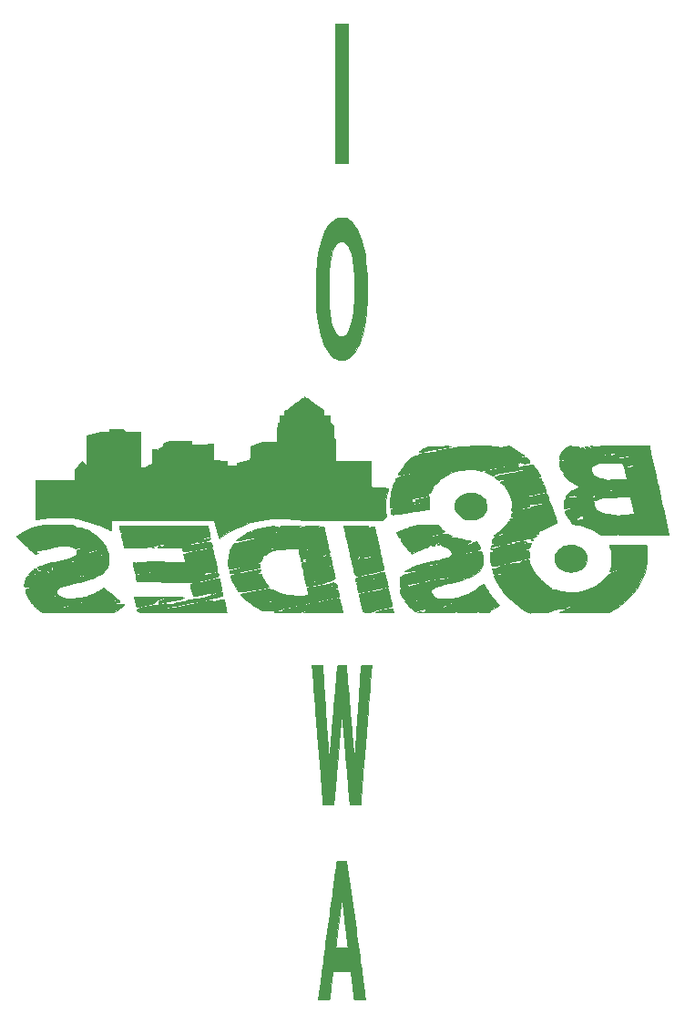
<source format=gbr>
%TF.GenerationSoftware,KiCad,Pcbnew,(6.99.0-1239-g6d82490b59-dirty)*%
%TF.CreationDate,2022-03-26T16:26:21-05:00*%
%TF.ProjectId,Layout,4c61796f-7574-42e6-9b69-6361645f7063,rev?*%
%TF.SameCoordinates,Original*%
%TF.FileFunction,Legend,Bot*%
%TF.FilePolarity,Positive*%
%FSLAX46Y46*%
G04 Gerber Fmt 4.6, Leading zero omitted, Abs format (unit mm)*
G04 Created by KiCad (PCBNEW (6.99.0-1239-g6d82490b59-dirty)) date 2022-03-26 16:26:21*
%MOMM*%
%LPD*%
G01*
G04 APERTURE LIST*
%ADD10C,0.010000*%
G04 APERTURE END LIST*
%TO.C,G\u002A\u002A\u002A*%
G36*
X144954657Y-137797021D02*
G01*
X145023792Y-137286183D01*
X145035634Y-137198689D01*
X145105163Y-136685008D01*
X145173298Y-136181599D01*
X145239815Y-135690116D01*
X145304489Y-135212217D01*
X145367097Y-134749555D01*
X145427416Y-134303787D01*
X145485220Y-133876567D01*
X145540287Y-133469552D01*
X145592392Y-133084396D01*
X145641311Y-132722756D01*
X145686821Y-132386285D01*
X145728697Y-132076641D01*
X145766716Y-131795477D01*
X145800654Y-131544451D01*
X145830286Y-131325216D01*
X145855389Y-131139428D01*
X145875740Y-130988744D01*
X145891113Y-130874817D01*
X145901285Y-130799304D01*
X145906033Y-130763860D01*
X145906248Y-130762220D01*
X145920728Y-130650690D01*
X146377767Y-130656386D01*
X146834805Y-130662083D01*
X147696742Y-137054417D01*
X147766268Y-137570201D01*
X147834324Y-138075397D01*
X147900693Y-138568379D01*
X147965156Y-139047517D01*
X148027495Y-139511182D01*
X148087493Y-139957747D01*
X148144932Y-140385584D01*
X148199594Y-140793064D01*
X148251261Y-141178558D01*
X148299715Y-141540439D01*
X148344739Y-141877078D01*
X148386113Y-142186846D01*
X148423622Y-142468116D01*
X148457046Y-142719260D01*
X148486168Y-142938648D01*
X148510770Y-143124653D01*
X148530634Y-143275646D01*
X148545542Y-143390000D01*
X148555276Y-143466085D01*
X148559620Y-143502273D01*
X148559839Y-143504958D01*
X148561000Y-143563167D01*
X148042417Y-143563167D01*
X147899293Y-143562616D01*
X147771302Y-143561069D01*
X147664167Y-143558680D01*
X147583616Y-143555606D01*
X147535371Y-143552003D01*
X147523833Y-143549043D01*
X147521370Y-143524547D01*
X147514338Y-143462489D01*
X147503274Y-143367332D01*
X147488714Y-143243537D01*
X147471195Y-143095569D01*
X147451251Y-142927889D01*
X147429421Y-142744959D01*
X147406240Y-142551243D01*
X147382245Y-142351203D01*
X147357971Y-142149301D01*
X147333956Y-141950000D01*
X147310734Y-141757763D01*
X147288844Y-141577051D01*
X147268821Y-141412328D01*
X147251201Y-141268056D01*
X147236521Y-141148698D01*
X147225317Y-141058715D01*
X147218125Y-141002571D01*
X147215821Y-140986125D01*
X147204415Y-140917333D01*
X146369291Y-140917333D01*
X146155137Y-140917534D01*
X145979717Y-140918220D01*
X145839435Y-140919519D01*
X145730693Y-140921558D01*
X145649894Y-140924464D01*
X145593441Y-140928363D01*
X145557736Y-140933383D01*
X145539183Y-140939651D01*
X145534167Y-140946815D01*
X145531679Y-140973153D01*
X145524581Y-141037004D01*
X145513415Y-141133863D01*
X145498727Y-141259224D01*
X145481060Y-141408581D01*
X145460958Y-141577430D01*
X145438967Y-141761265D01*
X145415630Y-141955580D01*
X145391491Y-142155870D01*
X145367095Y-142357630D01*
X145342986Y-142556354D01*
X145319709Y-142747537D01*
X145297807Y-142926673D01*
X145277825Y-143089258D01*
X145260307Y-143230785D01*
X145245797Y-143346749D01*
X145234840Y-143432646D01*
X145227980Y-143483969D01*
X145226410Y-143494375D01*
X145214748Y-143563167D01*
X144697124Y-143563167D01*
X144539259Y-143562385D01*
X144404787Y-143560149D01*
X144297945Y-143556620D01*
X144222969Y-143551960D01*
X144184095Y-143546330D01*
X144179500Y-143543398D01*
X144182304Y-143521076D01*
X144190572Y-143458428D01*
X144204084Y-143357077D01*
X144222621Y-143218648D01*
X144245963Y-143044764D01*
X144273892Y-142837049D01*
X144306189Y-142597128D01*
X144342634Y-142326623D01*
X144383008Y-142027159D01*
X144427093Y-141700360D01*
X144474669Y-141347850D01*
X144525516Y-140971252D01*
X144579417Y-140572190D01*
X144636151Y-140152289D01*
X144695499Y-139713171D01*
X144757243Y-139256462D01*
X144821164Y-138783785D01*
X144827469Y-138737167D01*
X145803759Y-138737167D01*
X146376065Y-138737167D01*
X146546691Y-138737010D01*
X146679574Y-138736341D01*
X146779303Y-138734857D01*
X146850469Y-138732257D01*
X146897659Y-138728241D01*
X146925465Y-138722507D01*
X146938475Y-138714754D01*
X146941279Y-138704680D01*
X146940612Y-138700125D01*
X146937119Y-138674478D01*
X146928995Y-138609568D01*
X146916571Y-138508171D01*
X146900183Y-138373066D01*
X146880161Y-138207029D01*
X146856840Y-138012838D01*
X146830552Y-137793271D01*
X146801630Y-137551105D01*
X146770408Y-137289117D01*
X146737218Y-137010085D01*
X146702393Y-136716786D01*
X146666267Y-136411998D01*
X146665892Y-136408833D01*
X146629687Y-136103899D01*
X146594659Y-135810404D01*
X146561148Y-135531130D01*
X146529498Y-135268856D01*
X146500049Y-135026362D01*
X146473143Y-134806428D01*
X146449122Y-134611834D01*
X146428326Y-134445359D01*
X146411098Y-134309785D01*
X146397779Y-134207890D01*
X146388711Y-134142455D01*
X146384235Y-134116260D01*
X146384217Y-134116211D01*
X146379753Y-134131529D01*
X146370623Y-134186226D01*
X146357172Y-134277641D01*
X146339745Y-134403119D01*
X146318687Y-134560001D01*
X146294344Y-134745628D01*
X146267060Y-134957343D01*
X146237182Y-135192489D01*
X146205054Y-135448406D01*
X146171021Y-135722437D01*
X146135429Y-136011924D01*
X146098623Y-136314210D01*
X146096937Y-136328128D01*
X146059916Y-136633715D01*
X146024187Y-136928536D01*
X145990097Y-137209741D01*
X145957989Y-137474485D01*
X145928211Y-137719918D01*
X145901108Y-137943193D01*
X145877026Y-138141461D01*
X145856311Y-138311876D01*
X145839308Y-138451589D01*
X145826364Y-138557752D01*
X145817824Y-138627517D01*
X145814065Y-138657792D01*
X145803759Y-138737167D01*
X144827469Y-138737167D01*
X144887041Y-138296763D01*
X144954657Y-137797021D01*
G37*
D10*
X144954657Y-137797021D02*
X145023792Y-137286183D01*
X145035634Y-137198689D01*
X145105163Y-136685008D01*
X145173298Y-136181599D01*
X145239815Y-135690116D01*
X145304489Y-135212217D01*
X145367097Y-134749555D01*
X145427416Y-134303787D01*
X145485220Y-133876567D01*
X145540287Y-133469552D01*
X145592392Y-133084396D01*
X145641311Y-132722756D01*
X145686821Y-132386285D01*
X145728697Y-132076641D01*
X145766716Y-131795477D01*
X145800654Y-131544451D01*
X145830286Y-131325216D01*
X145855389Y-131139428D01*
X145875740Y-130988744D01*
X145891113Y-130874817D01*
X145901285Y-130799304D01*
X145906033Y-130763860D01*
X145906248Y-130762220D01*
X145920728Y-130650690D01*
X146377767Y-130656386D01*
X146834805Y-130662083D01*
X147696742Y-137054417D01*
X147766268Y-137570201D01*
X147834324Y-138075397D01*
X147900693Y-138568379D01*
X147965156Y-139047517D01*
X148027495Y-139511182D01*
X148087493Y-139957747D01*
X148144932Y-140385584D01*
X148199594Y-140793064D01*
X148251261Y-141178558D01*
X148299715Y-141540439D01*
X148344739Y-141877078D01*
X148386113Y-142186846D01*
X148423622Y-142468116D01*
X148457046Y-142719260D01*
X148486168Y-142938648D01*
X148510770Y-143124653D01*
X148530634Y-143275646D01*
X148545542Y-143390000D01*
X148555276Y-143466085D01*
X148559620Y-143502273D01*
X148559839Y-143504958D01*
X148561000Y-143563167D01*
X148042417Y-143563167D01*
X147899293Y-143562616D01*
X147771302Y-143561069D01*
X147664167Y-143558680D01*
X147583616Y-143555606D01*
X147535371Y-143552003D01*
X147523833Y-143549043D01*
X147521370Y-143524547D01*
X147514338Y-143462489D01*
X147503274Y-143367332D01*
X147488714Y-143243537D01*
X147471195Y-143095569D01*
X147451251Y-142927889D01*
X147429421Y-142744959D01*
X147406240Y-142551243D01*
X147382245Y-142351203D01*
X147357971Y-142149301D01*
X147333956Y-141950000D01*
X147310734Y-141757763D01*
X147288844Y-141577051D01*
X147268821Y-141412328D01*
X147251201Y-141268056D01*
X147236521Y-141148698D01*
X147225317Y-141058715D01*
X147218125Y-141002571D01*
X147215821Y-140986125D01*
X147204415Y-140917333D01*
X146369291Y-140917333D01*
X146155137Y-140917534D01*
X145979717Y-140918220D01*
X145839435Y-140919519D01*
X145730693Y-140921558D01*
X145649894Y-140924464D01*
X145593441Y-140928363D01*
X145557736Y-140933383D01*
X145539183Y-140939651D01*
X145534167Y-140946815D01*
X145531679Y-140973153D01*
X145524581Y-141037004D01*
X145513415Y-141133863D01*
X145498727Y-141259224D01*
X145481060Y-141408581D01*
X145460958Y-141577430D01*
X145438967Y-141761265D01*
X145415630Y-141955580D01*
X145391491Y-142155870D01*
X145367095Y-142357630D01*
X145342986Y-142556354D01*
X145319709Y-142747537D01*
X145297807Y-142926673D01*
X145277825Y-143089258D01*
X145260307Y-143230785D01*
X145245797Y-143346749D01*
X145234840Y-143432646D01*
X145227980Y-143483969D01*
X145226410Y-143494375D01*
X145214748Y-143563167D01*
X144697124Y-143563167D01*
X144539259Y-143562385D01*
X144404787Y-143560149D01*
X144297945Y-143556620D01*
X144222969Y-143551960D01*
X144184095Y-143546330D01*
X144179500Y-143543398D01*
X144182304Y-143521076D01*
X144190572Y-143458428D01*
X144204084Y-143357077D01*
X144222621Y-143218648D01*
X144245963Y-143044764D01*
X144273892Y-142837049D01*
X144306189Y-142597128D01*
X144342634Y-142326623D01*
X144383008Y-142027159D01*
X144427093Y-141700360D01*
X144474669Y-141347850D01*
X144525516Y-140971252D01*
X144579417Y-140572190D01*
X144636151Y-140152289D01*
X144695499Y-139713171D01*
X144757243Y-139256462D01*
X144821164Y-138783785D01*
X144827469Y-138737167D01*
X145803759Y-138737167D01*
X146376065Y-138737167D01*
X146546691Y-138737010D01*
X146679574Y-138736341D01*
X146779303Y-138734857D01*
X146850469Y-138732257D01*
X146897659Y-138728241D01*
X146925465Y-138722507D01*
X146938475Y-138714754D01*
X146941279Y-138704680D01*
X146940612Y-138700125D01*
X146937119Y-138674478D01*
X146928995Y-138609568D01*
X146916571Y-138508171D01*
X146900183Y-138373066D01*
X146880161Y-138207029D01*
X146856840Y-138012838D01*
X146830552Y-137793271D01*
X146801630Y-137551105D01*
X146770408Y-137289117D01*
X146737218Y-137010085D01*
X146702393Y-136716786D01*
X146666267Y-136411998D01*
X146665892Y-136408833D01*
X146629687Y-136103899D01*
X146594659Y-135810404D01*
X146561148Y-135531130D01*
X146529498Y-135268856D01*
X146500049Y-135026362D01*
X146473143Y-134806428D01*
X146449122Y-134611834D01*
X146428326Y-134445359D01*
X146411098Y-134309785D01*
X146397779Y-134207890D01*
X146388711Y-134142455D01*
X146384235Y-134116260D01*
X146384217Y-134116211D01*
X146379753Y-134131529D01*
X146370623Y-134186226D01*
X146357172Y-134277641D01*
X146339745Y-134403119D01*
X146318687Y-134560001D01*
X146294344Y-134745628D01*
X146267060Y-134957343D01*
X146237182Y-135192489D01*
X146205054Y-135448406D01*
X146171021Y-135722437D01*
X146135429Y-136011924D01*
X146098623Y-136314210D01*
X146096937Y-136328128D01*
X146059916Y-136633715D01*
X146024187Y-136928536D01*
X145990097Y-137209741D01*
X145957989Y-137474485D01*
X145928211Y-137719918D01*
X145901108Y-137943193D01*
X145877026Y-138141461D01*
X145856311Y-138311876D01*
X145839308Y-138451589D01*
X145826364Y-138557752D01*
X145817824Y-138627517D01*
X145814065Y-138657792D01*
X145803759Y-138737167D01*
X144827469Y-138737167D01*
X144887041Y-138296763D01*
X144954657Y-137797021D01*
G36*
X144586913Y-112665125D02*
G01*
X144589461Y-112701254D01*
X144594739Y-112777538D01*
X144602605Y-112891898D01*
X144612916Y-113042252D01*
X144625530Y-113226521D01*
X144640306Y-113442624D01*
X144657102Y-113688481D01*
X144675775Y-113962011D01*
X144696184Y-114261134D01*
X144718187Y-114583769D01*
X144741642Y-114927837D01*
X144766406Y-115291257D01*
X144792338Y-115671949D01*
X144819296Y-116067831D01*
X144847138Y-116476825D01*
X144875722Y-116896849D01*
X144889873Y-117104833D01*
X144918670Y-117527300D01*
X144946809Y-117938527D01*
X144974149Y-118336521D01*
X145000551Y-118719286D01*
X145025871Y-119084830D01*
X145049971Y-119431158D01*
X145072708Y-119756277D01*
X145093942Y-120058193D01*
X145113532Y-120334912D01*
X145131337Y-120584440D01*
X145147216Y-120804783D01*
X145161028Y-120993948D01*
X145172633Y-121149940D01*
X145181888Y-121270766D01*
X145188654Y-121354431D01*
X145192790Y-121398943D01*
X145193887Y-121406007D01*
X145196814Y-121386700D01*
X145203048Y-121327145D01*
X145212421Y-121229285D01*
X145224767Y-121095063D01*
X145239918Y-120926422D01*
X145257706Y-120725305D01*
X145277965Y-120493655D01*
X145300527Y-120233415D01*
X145325224Y-119946527D01*
X145351889Y-119634934D01*
X145380355Y-119300579D01*
X145410455Y-118945406D01*
X145442021Y-118571356D01*
X145474886Y-118180374D01*
X145508882Y-117774401D01*
X145543842Y-117355380D01*
X145573118Y-117003341D01*
X145608779Y-116574277D01*
X145643591Y-116156225D01*
X145677387Y-115751159D01*
X145709999Y-115361052D01*
X145741261Y-114987877D01*
X145771005Y-114633608D01*
X145799066Y-114300217D01*
X145825274Y-113989680D01*
X145849464Y-113703969D01*
X145871469Y-113445057D01*
X145891121Y-113214919D01*
X145908253Y-113015527D01*
X145922699Y-112848855D01*
X145934291Y-112716876D01*
X145942863Y-112621564D01*
X145948247Y-112564892D01*
X145950145Y-112548708D01*
X145956986Y-112535850D01*
X145973158Y-112526343D01*
X146004287Y-112519691D01*
X146055997Y-112515395D01*
X146133915Y-112512958D01*
X146243666Y-112511883D01*
X146368799Y-112511667D01*
X146777246Y-112511667D01*
X146788902Y-112601625D01*
X146791787Y-112631273D01*
X146798023Y-112701092D01*
X146807440Y-112809069D01*
X146819867Y-112953187D01*
X146835135Y-113131432D01*
X146853072Y-113341789D01*
X146873508Y-113582243D01*
X146896272Y-113850779D01*
X146921195Y-114145382D01*
X146948105Y-114464037D01*
X146976831Y-114804730D01*
X147007205Y-115165445D01*
X147039054Y-115544168D01*
X147072208Y-115938883D01*
X147106498Y-116347576D01*
X147141752Y-116768231D01*
X147166748Y-117066767D01*
X147202466Y-117493044D01*
X147237307Y-117907919D01*
X147271103Y-118309436D01*
X147303687Y-118695637D01*
X147334891Y-119064568D01*
X147364549Y-119414272D01*
X147392491Y-119742792D01*
X147418552Y-120048172D01*
X147442563Y-120328457D01*
X147464357Y-120581689D01*
X147483766Y-120805913D01*
X147500624Y-120999173D01*
X147514762Y-121159512D01*
X147526012Y-121284973D01*
X147534209Y-121373601D01*
X147539183Y-121423440D01*
X147540688Y-121434200D01*
X147542689Y-121412906D01*
X147547431Y-121351757D01*
X147554749Y-121253136D01*
X147564477Y-121119421D01*
X147576450Y-120952993D01*
X147590503Y-120756231D01*
X147606469Y-120531516D01*
X147624184Y-120281228D01*
X147643482Y-120007746D01*
X147664196Y-119713451D01*
X147686163Y-119400722D01*
X147709216Y-119071940D01*
X147733189Y-118729485D01*
X147757918Y-118375736D01*
X147783236Y-118013074D01*
X147808978Y-117643878D01*
X147834979Y-117270529D01*
X147861073Y-116895406D01*
X147887095Y-116520891D01*
X147912878Y-116149361D01*
X147938258Y-115783199D01*
X147963069Y-115424783D01*
X147987145Y-115076493D01*
X148010322Y-114740710D01*
X148032432Y-114419814D01*
X148053312Y-114116184D01*
X148072794Y-113832201D01*
X148090715Y-113570245D01*
X148106908Y-113332695D01*
X148121207Y-113121932D01*
X148133448Y-112940335D01*
X148143465Y-112790285D01*
X148151091Y-112674162D01*
X148156163Y-112594345D01*
X148158513Y-112553215D01*
X148158663Y-112548708D01*
X148161476Y-112536830D01*
X148173150Y-112527790D01*
X148198725Y-112521205D01*
X148243239Y-112516691D01*
X148311731Y-112513865D01*
X148409239Y-112512344D01*
X148540803Y-112511744D01*
X148645667Y-112511667D01*
X149132500Y-112511667D01*
X149132500Y-112577829D01*
X149130824Y-112604082D01*
X149125886Y-112670880D01*
X149117816Y-112776566D01*
X149106745Y-112919490D01*
X149092805Y-113097995D01*
X149076127Y-113310430D01*
X149056843Y-113555139D01*
X149035084Y-113830471D01*
X149010981Y-114134770D01*
X148984666Y-114466384D01*
X148956269Y-114823659D01*
X148925923Y-115204941D01*
X148893759Y-115608576D01*
X148859907Y-116032911D01*
X148824500Y-116476293D01*
X148787668Y-116937067D01*
X148749544Y-117413580D01*
X148710257Y-117904179D01*
X148669941Y-118407210D01*
X148628725Y-118921018D01*
X148624500Y-118973665D01*
X148583205Y-119488399D01*
X148542795Y-119992485D01*
X148503402Y-120484273D01*
X148465157Y-120962110D01*
X148428192Y-121424345D01*
X148392637Y-121869326D01*
X148358624Y-122295402D01*
X148326285Y-122700922D01*
X148295750Y-123084233D01*
X148267151Y-123443685D01*
X148240619Y-123777626D01*
X148216285Y-124084404D01*
X148194282Y-124362369D01*
X148174739Y-124609867D01*
X148157789Y-124825249D01*
X148143562Y-125006862D01*
X148132190Y-125153055D01*
X148123805Y-125262177D01*
X148118537Y-125332576D01*
X148116518Y-125362600D01*
X148116500Y-125363336D01*
X148116500Y-125423333D01*
X147124260Y-125423333D01*
X147112157Y-125333375D01*
X147109541Y-125306717D01*
X147103446Y-125240341D01*
X147094088Y-125136705D01*
X147081683Y-124998261D01*
X147066447Y-124827465D01*
X147048597Y-124626773D01*
X147028349Y-124398639D01*
X147005919Y-124145518D01*
X146981522Y-123869865D01*
X146955376Y-123574135D01*
X146927695Y-123260783D01*
X146898697Y-122932264D01*
X146868597Y-122591034D01*
X146837612Y-122239546D01*
X146805957Y-121880256D01*
X146773850Y-121515620D01*
X146741505Y-121148091D01*
X146709139Y-120780125D01*
X146676968Y-120414177D01*
X146645209Y-120052703D01*
X146614076Y-119698156D01*
X146583788Y-119352992D01*
X146554559Y-119019666D01*
X146526606Y-118700632D01*
X146500145Y-118398347D01*
X146475391Y-118115264D01*
X146452562Y-117853840D01*
X146431873Y-117616528D01*
X146413541Y-117405783D01*
X146397781Y-117224062D01*
X146384810Y-117073818D01*
X146376577Y-116977833D01*
X146374139Y-116991147D01*
X146368216Y-117044679D01*
X146358985Y-117136475D01*
X146346623Y-117264578D01*
X146331308Y-117427033D01*
X146313217Y-117621885D01*
X146292526Y-117847177D01*
X146269414Y-118100954D01*
X146244058Y-118381261D01*
X146216633Y-118686142D01*
X146187319Y-119013640D01*
X146156292Y-119361801D01*
X146123730Y-119728669D01*
X146089809Y-120112288D01*
X146054707Y-120510702D01*
X146018601Y-120921956D01*
X146003468Y-121094750D01*
X145966839Y-121512987D01*
X145931101Y-121920466D01*
X145896436Y-122315141D01*
X145863024Y-122694965D01*
X145831049Y-123057891D01*
X145800691Y-123401873D01*
X145772132Y-123724865D01*
X145745553Y-124024820D01*
X145721137Y-124299690D01*
X145699065Y-124547431D01*
X145679519Y-124765995D01*
X145662680Y-124953336D01*
X145648729Y-125107406D01*
X145637849Y-125226161D01*
X145630221Y-125307552D01*
X145626027Y-125349534D01*
X145625404Y-125354542D01*
X145614122Y-125423333D01*
X144624000Y-125423333D01*
X144624000Y-125368523D01*
X144622325Y-125343201D01*
X144617389Y-125277332D01*
X144609323Y-125172565D01*
X144598257Y-125030550D01*
X144584324Y-124852936D01*
X144567654Y-124641373D01*
X144548379Y-124397510D01*
X144526630Y-124122998D01*
X144502538Y-123819485D01*
X144476234Y-123488622D01*
X144447850Y-123132058D01*
X144417517Y-122751443D01*
X144385366Y-122348426D01*
X144351528Y-121924657D01*
X144316135Y-121481785D01*
X144279318Y-121021461D01*
X144241208Y-120545333D01*
X144201936Y-120055052D01*
X144161634Y-119552266D01*
X144120433Y-119038627D01*
X144116000Y-118983382D01*
X144074699Y-118468490D01*
X144034284Y-117964181D01*
X143994886Y-117472111D01*
X143956637Y-116993934D01*
X143919667Y-116531305D01*
X143884109Y-116085880D01*
X143850093Y-115659314D01*
X143817751Y-115253261D01*
X143787214Y-114869377D01*
X143758614Y-114509317D01*
X143732081Y-114174737D01*
X143707748Y-113867290D01*
X143685745Y-113588633D01*
X143666204Y-113340420D01*
X143649257Y-113124306D01*
X143635034Y-112941947D01*
X143623668Y-112794998D01*
X143615288Y-112685113D01*
X143610028Y-112613948D01*
X143608017Y-112583159D01*
X143608000Y-112582359D01*
X143608000Y-112511667D01*
X144575556Y-112511667D01*
X144586913Y-112665125D01*
G37*
X144586913Y-112665125D02*
X144589461Y-112701254D01*
X144594739Y-112777538D01*
X144602605Y-112891898D01*
X144612916Y-113042252D01*
X144625530Y-113226521D01*
X144640306Y-113442624D01*
X144657102Y-113688481D01*
X144675775Y-113962011D01*
X144696184Y-114261134D01*
X144718187Y-114583769D01*
X144741642Y-114927837D01*
X144766406Y-115291257D01*
X144792338Y-115671949D01*
X144819296Y-116067831D01*
X144847138Y-116476825D01*
X144875722Y-116896849D01*
X144889873Y-117104833D01*
X144918670Y-117527300D01*
X144946809Y-117938527D01*
X144974149Y-118336521D01*
X145000551Y-118719286D01*
X145025871Y-119084830D01*
X145049971Y-119431158D01*
X145072708Y-119756277D01*
X145093942Y-120058193D01*
X145113532Y-120334912D01*
X145131337Y-120584440D01*
X145147216Y-120804783D01*
X145161028Y-120993948D01*
X145172633Y-121149940D01*
X145181888Y-121270766D01*
X145188654Y-121354431D01*
X145192790Y-121398943D01*
X145193887Y-121406007D01*
X145196814Y-121386700D01*
X145203048Y-121327145D01*
X145212421Y-121229285D01*
X145224767Y-121095063D01*
X145239918Y-120926422D01*
X145257706Y-120725305D01*
X145277965Y-120493655D01*
X145300527Y-120233415D01*
X145325224Y-119946527D01*
X145351889Y-119634934D01*
X145380355Y-119300579D01*
X145410455Y-118945406D01*
X145442021Y-118571356D01*
X145474886Y-118180374D01*
X145508882Y-117774401D01*
X145543842Y-117355380D01*
X145573118Y-117003341D01*
X145608779Y-116574277D01*
X145643591Y-116156225D01*
X145677387Y-115751159D01*
X145709999Y-115361052D01*
X145741261Y-114987877D01*
X145771005Y-114633608D01*
X145799066Y-114300217D01*
X145825274Y-113989680D01*
X145849464Y-113703969D01*
X145871469Y-113445057D01*
X145891121Y-113214919D01*
X145908253Y-113015527D01*
X145922699Y-112848855D01*
X145934291Y-112716876D01*
X145942863Y-112621564D01*
X145948247Y-112564892D01*
X145950145Y-112548708D01*
X145956986Y-112535850D01*
X145973158Y-112526343D01*
X146004287Y-112519691D01*
X146055997Y-112515395D01*
X146133915Y-112512958D01*
X146243666Y-112511883D01*
X146368799Y-112511667D01*
X146777246Y-112511667D01*
X146788902Y-112601625D01*
X146791787Y-112631273D01*
X146798023Y-112701092D01*
X146807440Y-112809069D01*
X146819867Y-112953187D01*
X146835135Y-113131432D01*
X146853072Y-113341789D01*
X146873508Y-113582243D01*
X146896272Y-113850779D01*
X146921195Y-114145382D01*
X146948105Y-114464037D01*
X146976831Y-114804730D01*
X147007205Y-115165445D01*
X147039054Y-115544168D01*
X147072208Y-115938883D01*
X147106498Y-116347576D01*
X147141752Y-116768231D01*
X147166748Y-117066767D01*
X147202466Y-117493044D01*
X147237307Y-117907919D01*
X147271103Y-118309436D01*
X147303687Y-118695637D01*
X147334891Y-119064568D01*
X147364549Y-119414272D01*
X147392491Y-119742792D01*
X147418552Y-120048172D01*
X147442563Y-120328457D01*
X147464357Y-120581689D01*
X147483766Y-120805913D01*
X147500624Y-120999173D01*
X147514762Y-121159512D01*
X147526012Y-121284973D01*
X147534209Y-121373601D01*
X147539183Y-121423440D01*
X147540688Y-121434200D01*
X147542689Y-121412906D01*
X147547431Y-121351757D01*
X147554749Y-121253136D01*
X147564477Y-121119421D01*
X147576450Y-120952993D01*
X147590503Y-120756231D01*
X147606469Y-120531516D01*
X147624184Y-120281228D01*
X147643482Y-120007746D01*
X147664196Y-119713451D01*
X147686163Y-119400722D01*
X147709216Y-119071940D01*
X147733189Y-118729485D01*
X147757918Y-118375736D01*
X147783236Y-118013074D01*
X147808978Y-117643878D01*
X147834979Y-117270529D01*
X147861073Y-116895406D01*
X147887095Y-116520891D01*
X147912878Y-116149361D01*
X147938258Y-115783199D01*
X147963069Y-115424783D01*
X147987145Y-115076493D01*
X148010322Y-114740710D01*
X148032432Y-114419814D01*
X148053312Y-114116184D01*
X148072794Y-113832201D01*
X148090715Y-113570245D01*
X148106908Y-113332695D01*
X148121207Y-113121932D01*
X148133448Y-112940335D01*
X148143465Y-112790285D01*
X148151091Y-112674162D01*
X148156163Y-112594345D01*
X148158513Y-112553215D01*
X148158663Y-112548708D01*
X148161476Y-112536830D01*
X148173150Y-112527790D01*
X148198725Y-112521205D01*
X148243239Y-112516691D01*
X148311731Y-112513865D01*
X148409239Y-112512344D01*
X148540803Y-112511744D01*
X148645667Y-112511667D01*
X149132500Y-112511667D01*
X149132500Y-112577829D01*
X149130824Y-112604082D01*
X149125886Y-112670880D01*
X149117816Y-112776566D01*
X149106745Y-112919490D01*
X149092805Y-113097995D01*
X149076127Y-113310430D01*
X149056843Y-113555139D01*
X149035084Y-113830471D01*
X149010981Y-114134770D01*
X148984666Y-114466384D01*
X148956269Y-114823659D01*
X148925923Y-115204941D01*
X148893759Y-115608576D01*
X148859907Y-116032911D01*
X148824500Y-116476293D01*
X148787668Y-116937067D01*
X148749544Y-117413580D01*
X148710257Y-117904179D01*
X148669941Y-118407210D01*
X148628725Y-118921018D01*
X148624500Y-118973665D01*
X148583205Y-119488399D01*
X148542795Y-119992485D01*
X148503402Y-120484273D01*
X148465157Y-120962110D01*
X148428192Y-121424345D01*
X148392637Y-121869326D01*
X148358624Y-122295402D01*
X148326285Y-122700922D01*
X148295750Y-123084233D01*
X148267151Y-123443685D01*
X148240619Y-123777626D01*
X148216285Y-124084404D01*
X148194282Y-124362369D01*
X148174739Y-124609867D01*
X148157789Y-124825249D01*
X148143562Y-125006862D01*
X148132190Y-125153055D01*
X148123805Y-125262177D01*
X148118537Y-125332576D01*
X148116518Y-125362600D01*
X148116500Y-125363336D01*
X148116500Y-125423333D01*
X147124260Y-125423333D01*
X147112157Y-125333375D01*
X147109541Y-125306717D01*
X147103446Y-125240341D01*
X147094088Y-125136705D01*
X147081683Y-124998261D01*
X147066447Y-124827465D01*
X147048597Y-124626773D01*
X147028349Y-124398639D01*
X147005919Y-124145518D01*
X146981522Y-123869865D01*
X146955376Y-123574135D01*
X146927695Y-123260783D01*
X146898697Y-122932264D01*
X146868597Y-122591034D01*
X146837612Y-122239546D01*
X146805957Y-121880256D01*
X146773850Y-121515620D01*
X146741505Y-121148091D01*
X146709139Y-120780125D01*
X146676968Y-120414177D01*
X146645209Y-120052703D01*
X146614076Y-119698156D01*
X146583788Y-119352992D01*
X146554559Y-119019666D01*
X146526606Y-118700632D01*
X146500145Y-118398347D01*
X146475391Y-118115264D01*
X146452562Y-117853840D01*
X146431873Y-117616528D01*
X146413541Y-117405783D01*
X146397781Y-117224062D01*
X146384810Y-117073818D01*
X146376577Y-116977833D01*
X146374139Y-116991147D01*
X146368216Y-117044679D01*
X146358985Y-117136475D01*
X146346623Y-117264578D01*
X146331308Y-117427033D01*
X146313217Y-117621885D01*
X146292526Y-117847177D01*
X146269414Y-118100954D01*
X146244058Y-118381261D01*
X146216633Y-118686142D01*
X146187319Y-119013640D01*
X146156292Y-119361801D01*
X146123730Y-119728669D01*
X146089809Y-120112288D01*
X146054707Y-120510702D01*
X146018601Y-120921956D01*
X146003468Y-121094750D01*
X145966839Y-121512987D01*
X145931101Y-121920466D01*
X145896436Y-122315141D01*
X145863024Y-122694965D01*
X145831049Y-123057891D01*
X145800691Y-123401873D01*
X145772132Y-123724865D01*
X145745553Y-124024820D01*
X145721137Y-124299690D01*
X145699065Y-124547431D01*
X145679519Y-124765995D01*
X145662680Y-124953336D01*
X145648729Y-125107406D01*
X145637849Y-125226161D01*
X145630221Y-125307552D01*
X145626027Y-125349534D01*
X145625404Y-125354542D01*
X145614122Y-125423333D01*
X144624000Y-125423333D01*
X144624000Y-125368523D01*
X144622325Y-125343201D01*
X144617389Y-125277332D01*
X144609323Y-125172565D01*
X144598257Y-125030550D01*
X144584324Y-124852936D01*
X144567654Y-124641373D01*
X144548379Y-124397510D01*
X144526630Y-124122998D01*
X144502538Y-123819485D01*
X144476234Y-123488622D01*
X144447850Y-123132058D01*
X144417517Y-122751443D01*
X144385366Y-122348426D01*
X144351528Y-121924657D01*
X144316135Y-121481785D01*
X144279318Y-121021461D01*
X144241208Y-120545333D01*
X144201936Y-120055052D01*
X144161634Y-119552266D01*
X144120433Y-119038627D01*
X144116000Y-118983382D01*
X144074699Y-118468490D01*
X144034284Y-117964181D01*
X143994886Y-117472111D01*
X143956637Y-116993934D01*
X143919667Y-116531305D01*
X143884109Y-116085880D01*
X143850093Y-115659314D01*
X143817751Y-115253261D01*
X143787214Y-114869377D01*
X143758614Y-114509317D01*
X143732081Y-114174737D01*
X143707748Y-113867290D01*
X143685745Y-113588633D01*
X143666204Y-113340420D01*
X143649257Y-113124306D01*
X143635034Y-112941947D01*
X143623668Y-112794998D01*
X143615288Y-112685113D01*
X143610028Y-112613948D01*
X143608017Y-112583159D01*
X143608000Y-112582359D01*
X143608000Y-112511667D01*
X144575556Y-112511667D01*
X144586913Y-112665125D01*
G36*
X174697940Y-101422934D02*
G01*
X174750252Y-101906344D01*
X174762187Y-102380544D01*
X174733776Y-102844337D01*
X174665050Y-103296522D01*
X174648040Y-103378250D01*
X174531665Y-103816229D01*
X174374851Y-104247684D01*
X174179285Y-104670307D01*
X173946649Y-105081792D01*
X173678629Y-105479833D01*
X173376910Y-105862121D01*
X173043176Y-106226351D01*
X172679112Y-106570215D01*
X172286403Y-106891407D01*
X171866732Y-107187620D01*
X171865500Y-107188426D01*
X171749365Y-107263409D01*
X171623842Y-107342894D01*
X171503350Y-107417838D01*
X171402308Y-107479197D01*
X171394324Y-107483944D01*
X171187731Y-107606476D01*
X168970740Y-107593797D01*
X168666604Y-107591934D01*
X168373502Y-107589895D01*
X168094319Y-107587715D01*
X167831940Y-107585427D01*
X167589250Y-107583064D01*
X167369132Y-107580659D01*
X167174473Y-107578245D01*
X167008155Y-107575856D01*
X166873064Y-107573524D01*
X166772085Y-107571284D01*
X166708102Y-107569167D01*
X166684958Y-107567490D01*
X166638280Y-107553699D01*
X166616396Y-107538283D01*
X166616167Y-107536847D01*
X166635045Y-107523986D01*
X166686434Y-107501582D01*
X166762462Y-107472799D01*
X166854292Y-107441122D01*
X167043925Y-107375099D01*
X167193936Y-107315316D01*
X167306419Y-107260811D01*
X167383467Y-107210625D01*
X167409738Y-107186443D01*
X167449287Y-107149467D01*
X167481184Y-107141116D01*
X167516946Y-107153193D01*
X167571650Y-107166570D01*
X167657442Y-107174413D01*
X167763461Y-107176869D01*
X167878845Y-107174088D01*
X167992732Y-107166217D01*
X168094260Y-107153404D01*
X168139082Y-107144720D01*
X168221771Y-107121169D01*
X168287877Y-107093528D01*
X168321166Y-107070636D01*
X168345971Y-107040621D01*
X168341414Y-107030509D01*
X168320424Y-107029500D01*
X168285492Y-107032939D01*
X168218528Y-107042302D01*
X168129185Y-107056155D01*
X168028008Y-107072912D01*
X167893831Y-107094442D01*
X167795843Y-107106384D01*
X167728962Y-107108577D01*
X167688104Y-107100856D01*
X167668187Y-107083060D01*
X167663917Y-107061250D01*
X167659550Y-107038808D01*
X167640449Y-107025389D01*
X167597608Y-107018115D01*
X167522025Y-107014109D01*
X167515750Y-107013892D01*
X167417167Y-107014489D01*
X167324425Y-107021962D01*
X167243036Y-107034695D01*
X167178513Y-107051074D01*
X167136368Y-107069481D01*
X167122113Y-107088303D01*
X167141261Y-107105923D01*
X167170431Y-107115095D01*
X167211876Y-107137862D01*
X167225413Y-107171271D01*
X167207375Y-107201349D01*
X167194785Y-107207817D01*
X167162560Y-107213346D01*
X167095381Y-107220107D01*
X167000590Y-107227528D01*
X166885527Y-107235033D01*
X166757533Y-107242047D01*
X166757240Y-107242062D01*
X166567226Y-107252569D01*
X166414297Y-107263742D01*
X166293206Y-107276483D01*
X166198707Y-107291692D01*
X166125551Y-107310269D01*
X166068493Y-107333116D01*
X166022284Y-107361134D01*
X166010232Y-107370300D01*
X165935147Y-107415609D01*
X165867131Y-107431873D01*
X165811046Y-107441001D01*
X165737377Y-107464237D01*
X165687991Y-107484805D01*
X165630067Y-107508258D01*
X165563017Y-107527848D01*
X165482396Y-107544010D01*
X165383760Y-107557181D01*
X165262663Y-107567795D01*
X165114662Y-107576289D01*
X164935312Y-107583099D01*
X164720168Y-107588660D01*
X164605333Y-107590968D01*
X164444330Y-107594214D01*
X164292502Y-107597719D01*
X164156361Y-107601298D01*
X164042420Y-107604766D01*
X163957190Y-107607939D01*
X163907184Y-107610631D01*
X163904612Y-107610846D01*
X163863888Y-107612560D01*
X163824866Y-107607944D01*
X163779989Y-107594030D01*
X163721705Y-107567847D01*
X163642458Y-107526429D01*
X163534693Y-107466806D01*
X163526756Y-107462361D01*
X163251454Y-107298742D01*
X162972390Y-107115245D01*
X162695003Y-106916410D01*
X162424735Y-106706776D01*
X162167026Y-106490882D01*
X161927316Y-106273269D01*
X161711045Y-106058475D01*
X161523654Y-105851041D01*
X161384511Y-105674833D01*
X161249444Y-105483956D01*
X161117226Y-105286984D01*
X160991214Y-105089603D01*
X160874766Y-104897497D01*
X160771240Y-104716354D01*
X160683993Y-104551859D01*
X160616384Y-104409697D01*
X160574036Y-104302402D01*
X160549678Y-104227880D01*
X160532516Y-104171322D01*
X160525458Y-104142449D01*
X160525659Y-104140663D01*
X160547343Y-104137247D01*
X160603162Y-104129794D01*
X160685224Y-104119326D01*
X160785633Y-104106864D01*
X160810869Y-104103777D01*
X160921616Y-104088386D01*
X161022731Y-104070911D01*
X161103812Y-104053379D01*
X161154455Y-104037818D01*
X161158079Y-104036136D01*
X161221298Y-104016162D01*
X161305312Y-104004347D01*
X161348919Y-104002667D01*
X161423596Y-103999637D01*
X161462672Y-103989547D01*
X161472667Y-103973508D01*
X161454146Y-103926629D01*
X161399762Y-103899203D01*
X161311280Y-103891286D01*
X161190463Y-103902936D01*
X161039077Y-103934209D01*
X160954083Y-103956768D01*
X160817619Y-103994431D01*
X160714999Y-104020101D01*
X160639670Y-104034447D01*
X160585080Y-104038134D01*
X160544676Y-104031831D01*
X160511907Y-104016205D01*
X160494376Y-104003573D01*
X160446470Y-103945341D01*
X160410274Y-103863457D01*
X160393614Y-103776421D01*
X160393285Y-103764542D01*
X160407382Y-103722395D01*
X160434185Y-103686481D01*
X160458494Y-103659073D01*
X160457310Y-103639823D01*
X160426049Y-103616615D01*
X160402435Y-103602529D01*
X160347626Y-103559082D01*
X160331330Y-103518131D01*
X160354690Y-103483334D01*
X160363454Y-103477861D01*
X160400407Y-103469829D01*
X160465823Y-103466496D01*
X160546027Y-103468516D01*
X160551806Y-103468872D01*
X160671153Y-103468634D01*
X160780934Y-103453910D01*
X160872668Y-103427044D01*
X160937873Y-103390377D01*
X160965603Y-103354619D01*
X160984278Y-103321960D01*
X161016969Y-103293681D01*
X161069309Y-103267464D01*
X161146930Y-103240993D01*
X161255465Y-103211951D01*
X161388000Y-103180848D01*
X161566087Y-103141047D01*
X161711636Y-103109849D01*
X161833252Y-103085891D01*
X161939540Y-103067809D01*
X162039106Y-103054242D01*
X162140553Y-103043826D01*
X162252489Y-103035198D01*
X162344899Y-103029299D01*
X162544371Y-103013463D01*
X162712240Y-102992277D01*
X162846530Y-102966266D01*
X162945268Y-102935953D01*
X163006479Y-102901860D01*
X163028189Y-102864511D01*
X163025427Y-102848926D01*
X163032419Y-102818726D01*
X163079202Y-102789686D01*
X163084316Y-102787513D01*
X163124908Y-102775419D01*
X163194124Y-102759599D01*
X163283241Y-102741571D01*
X163383531Y-102722854D01*
X163486271Y-102704963D01*
X163582734Y-102689418D01*
X163664196Y-102677735D01*
X163721931Y-102671432D01*
X163747213Y-102672026D01*
X163747400Y-102672188D01*
X163756900Y-102693772D01*
X163777862Y-102747764D01*
X163807468Y-102826721D01*
X163842899Y-102923197D01*
X163854415Y-102954917D01*
X163965456Y-103234202D01*
X164089998Y-103491972D01*
X164233004Y-103735912D01*
X164399437Y-103973708D01*
X164594260Y-104213047D01*
X164822435Y-104461615D01*
X164836993Y-104476679D01*
X165090658Y-104724107D01*
X165343413Y-104940440D01*
X165606457Y-105135149D01*
X165654294Y-105167645D01*
X165757449Y-105239181D01*
X165826238Y-105293233D01*
X165863271Y-105332931D01*
X165871157Y-105361403D01*
X165852505Y-105381781D01*
X165838292Y-105388330D01*
X165814244Y-105401450D01*
X165823083Y-105418223D01*
X165843583Y-105434408D01*
X165908834Y-105456933D01*
X165962482Y-105454262D01*
X166037650Y-105451191D01*
X166138551Y-105462155D01*
X166269149Y-105487839D01*
X166433408Y-105528929D01*
X166501502Y-105547614D01*
X166680649Y-105592911D01*
X166864738Y-105629160D01*
X167063377Y-105657775D01*
X167286174Y-105680168D01*
X167508728Y-105695783D01*
X167898083Y-105706407D01*
X168261006Y-105689418D01*
X168604226Y-105643517D01*
X168934473Y-105567403D01*
X169258479Y-105459776D01*
X169582972Y-105319337D01*
X169663957Y-105279453D01*
X169817817Y-105199628D01*
X169955002Y-105122531D01*
X170080941Y-105043836D01*
X170201067Y-104959213D01*
X170320810Y-104864337D01*
X170445601Y-104754878D01*
X170580871Y-104626511D01*
X170732050Y-104474907D01*
X170904570Y-104295739D01*
X170923583Y-104275741D01*
X171051472Y-104146356D01*
X171162677Y-104046715D01*
X171264474Y-103971660D01*
X171364143Y-103916037D01*
X171468959Y-103874690D01*
X171505667Y-103863373D01*
X171614040Y-103824886D01*
X171727617Y-103772954D01*
X171833971Y-103714249D01*
X171920673Y-103655447D01*
X171963125Y-103617686D01*
X172024250Y-103552385D01*
X171950167Y-103563789D01*
X171903756Y-103575202D01*
X171827259Y-103598695D01*
X171730111Y-103631186D01*
X171621751Y-103669592D01*
X171584981Y-103683097D01*
X171480549Y-103721298D01*
X171389747Y-103753554D01*
X171320177Y-103777240D01*
X171279441Y-103789727D01*
X171272773Y-103791000D01*
X171255174Y-103778202D01*
X171255572Y-103737681D01*
X171274536Y-103666243D01*
X171312635Y-103560698D01*
X171314941Y-103554754D01*
X171359544Y-103427694D01*
X171393937Y-103298749D01*
X171419155Y-103160259D01*
X171436231Y-103004565D01*
X171446201Y-102824009D01*
X171450099Y-102610931D01*
X171450246Y-102552750D01*
X171447712Y-102329952D01*
X171439451Y-102142459D01*
X171424475Y-101983506D01*
X171401796Y-101846330D01*
X171370428Y-101724168D01*
X171329382Y-101610257D01*
X171304204Y-101552727D01*
X171261182Y-101455851D01*
X171238021Y-101389782D01*
X171234876Y-101347860D01*
X171251897Y-101323427D01*
X171289240Y-101309823D01*
X171309875Y-101305926D01*
X171343334Y-101303664D01*
X171415699Y-101301192D01*
X171523542Y-101298564D01*
X171663436Y-101295830D01*
X171831955Y-101293043D01*
X172025670Y-101290256D01*
X172241155Y-101287519D01*
X172474983Y-101284886D01*
X172723727Y-101282408D01*
X172983959Y-101280137D01*
X173031985Y-101279753D01*
X174674720Y-101266785D01*
X174697940Y-101422934D01*
G37*
X174697940Y-101422934D02*
X174750252Y-101906344D01*
X174762187Y-102380544D01*
X174733776Y-102844337D01*
X174665050Y-103296522D01*
X174648040Y-103378250D01*
X174531665Y-103816229D01*
X174374851Y-104247684D01*
X174179285Y-104670307D01*
X173946649Y-105081792D01*
X173678629Y-105479833D01*
X173376910Y-105862121D01*
X173043176Y-106226351D01*
X172679112Y-106570215D01*
X172286403Y-106891407D01*
X171866732Y-107187620D01*
X171865500Y-107188426D01*
X171749365Y-107263409D01*
X171623842Y-107342894D01*
X171503350Y-107417838D01*
X171402308Y-107479197D01*
X171394324Y-107483944D01*
X171187731Y-107606476D01*
X168970740Y-107593797D01*
X168666604Y-107591934D01*
X168373502Y-107589895D01*
X168094319Y-107587715D01*
X167831940Y-107585427D01*
X167589250Y-107583064D01*
X167369132Y-107580659D01*
X167174473Y-107578245D01*
X167008155Y-107575856D01*
X166873064Y-107573524D01*
X166772085Y-107571284D01*
X166708102Y-107569167D01*
X166684958Y-107567490D01*
X166638280Y-107553699D01*
X166616396Y-107538283D01*
X166616167Y-107536847D01*
X166635045Y-107523986D01*
X166686434Y-107501582D01*
X166762462Y-107472799D01*
X166854292Y-107441122D01*
X167043925Y-107375099D01*
X167193936Y-107315316D01*
X167306419Y-107260811D01*
X167383467Y-107210625D01*
X167409738Y-107186443D01*
X167449287Y-107149467D01*
X167481184Y-107141116D01*
X167516946Y-107153193D01*
X167571650Y-107166570D01*
X167657442Y-107174413D01*
X167763461Y-107176869D01*
X167878845Y-107174088D01*
X167992732Y-107166217D01*
X168094260Y-107153404D01*
X168139082Y-107144720D01*
X168221771Y-107121169D01*
X168287877Y-107093528D01*
X168321166Y-107070636D01*
X168345971Y-107040621D01*
X168341414Y-107030509D01*
X168320424Y-107029500D01*
X168285492Y-107032939D01*
X168218528Y-107042302D01*
X168129185Y-107056155D01*
X168028008Y-107072912D01*
X167893831Y-107094442D01*
X167795843Y-107106384D01*
X167728962Y-107108577D01*
X167688104Y-107100856D01*
X167668187Y-107083060D01*
X167663917Y-107061250D01*
X167659550Y-107038808D01*
X167640449Y-107025389D01*
X167597608Y-107018115D01*
X167522025Y-107014109D01*
X167515750Y-107013892D01*
X167417167Y-107014489D01*
X167324425Y-107021962D01*
X167243036Y-107034695D01*
X167178513Y-107051074D01*
X167136368Y-107069481D01*
X167122113Y-107088303D01*
X167141261Y-107105923D01*
X167170431Y-107115095D01*
X167211876Y-107137862D01*
X167225413Y-107171271D01*
X167207375Y-107201349D01*
X167194785Y-107207817D01*
X167162560Y-107213346D01*
X167095381Y-107220107D01*
X167000590Y-107227528D01*
X166885527Y-107235033D01*
X166757533Y-107242047D01*
X166757240Y-107242062D01*
X166567226Y-107252569D01*
X166414297Y-107263742D01*
X166293206Y-107276483D01*
X166198707Y-107291692D01*
X166125551Y-107310269D01*
X166068493Y-107333116D01*
X166022284Y-107361134D01*
X166010232Y-107370300D01*
X165935147Y-107415609D01*
X165867131Y-107431873D01*
X165811046Y-107441001D01*
X165737377Y-107464237D01*
X165687991Y-107484805D01*
X165630067Y-107508258D01*
X165563017Y-107527848D01*
X165482396Y-107544010D01*
X165383760Y-107557181D01*
X165262663Y-107567795D01*
X165114662Y-107576289D01*
X164935312Y-107583099D01*
X164720168Y-107588660D01*
X164605333Y-107590968D01*
X164444330Y-107594214D01*
X164292502Y-107597719D01*
X164156361Y-107601298D01*
X164042420Y-107604766D01*
X163957190Y-107607939D01*
X163907184Y-107610631D01*
X163904612Y-107610846D01*
X163863888Y-107612560D01*
X163824866Y-107607944D01*
X163779989Y-107594030D01*
X163721705Y-107567847D01*
X163642458Y-107526429D01*
X163534693Y-107466806D01*
X163526756Y-107462361D01*
X163251454Y-107298742D01*
X162972390Y-107115245D01*
X162695003Y-106916410D01*
X162424735Y-106706776D01*
X162167026Y-106490882D01*
X161927316Y-106273269D01*
X161711045Y-106058475D01*
X161523654Y-105851041D01*
X161384511Y-105674833D01*
X161249444Y-105483956D01*
X161117226Y-105286984D01*
X160991214Y-105089603D01*
X160874766Y-104897497D01*
X160771240Y-104716354D01*
X160683993Y-104551859D01*
X160616384Y-104409697D01*
X160574036Y-104302402D01*
X160549678Y-104227880D01*
X160532516Y-104171322D01*
X160525458Y-104142449D01*
X160525659Y-104140663D01*
X160547343Y-104137247D01*
X160603162Y-104129794D01*
X160685224Y-104119326D01*
X160785633Y-104106864D01*
X160810869Y-104103777D01*
X160921616Y-104088386D01*
X161022731Y-104070911D01*
X161103812Y-104053379D01*
X161154455Y-104037818D01*
X161158079Y-104036136D01*
X161221298Y-104016162D01*
X161305312Y-104004347D01*
X161348919Y-104002667D01*
X161423596Y-103999637D01*
X161462672Y-103989547D01*
X161472667Y-103973508D01*
X161454146Y-103926629D01*
X161399762Y-103899203D01*
X161311280Y-103891286D01*
X161190463Y-103902936D01*
X161039077Y-103934209D01*
X160954083Y-103956768D01*
X160817619Y-103994431D01*
X160714999Y-104020101D01*
X160639670Y-104034447D01*
X160585080Y-104038134D01*
X160544676Y-104031831D01*
X160511907Y-104016205D01*
X160494376Y-104003573D01*
X160446470Y-103945341D01*
X160410274Y-103863457D01*
X160393614Y-103776421D01*
X160393285Y-103764542D01*
X160407382Y-103722395D01*
X160434185Y-103686481D01*
X160458494Y-103659073D01*
X160457310Y-103639823D01*
X160426049Y-103616615D01*
X160402435Y-103602529D01*
X160347626Y-103559082D01*
X160331330Y-103518131D01*
X160354690Y-103483334D01*
X160363454Y-103477861D01*
X160400407Y-103469829D01*
X160465823Y-103466496D01*
X160546027Y-103468516D01*
X160551806Y-103468872D01*
X160671153Y-103468634D01*
X160780934Y-103453910D01*
X160872668Y-103427044D01*
X160937873Y-103390377D01*
X160965603Y-103354619D01*
X160984278Y-103321960D01*
X161016969Y-103293681D01*
X161069309Y-103267464D01*
X161146930Y-103240993D01*
X161255465Y-103211951D01*
X161388000Y-103180848D01*
X161566087Y-103141047D01*
X161711636Y-103109849D01*
X161833252Y-103085891D01*
X161939540Y-103067809D01*
X162039106Y-103054242D01*
X162140553Y-103043826D01*
X162252489Y-103035198D01*
X162344899Y-103029299D01*
X162544371Y-103013463D01*
X162712240Y-102992277D01*
X162846530Y-102966266D01*
X162945268Y-102935953D01*
X163006479Y-102901860D01*
X163028189Y-102864511D01*
X163025427Y-102848926D01*
X163032419Y-102818726D01*
X163079202Y-102789686D01*
X163084316Y-102787513D01*
X163124908Y-102775419D01*
X163194124Y-102759599D01*
X163283241Y-102741571D01*
X163383531Y-102722854D01*
X163486271Y-102704963D01*
X163582734Y-102689418D01*
X163664196Y-102677735D01*
X163721931Y-102671432D01*
X163747213Y-102672026D01*
X163747400Y-102672188D01*
X163756900Y-102693772D01*
X163777862Y-102747764D01*
X163807468Y-102826721D01*
X163842899Y-102923197D01*
X163854415Y-102954917D01*
X163965456Y-103234202D01*
X164089998Y-103491972D01*
X164233004Y-103735912D01*
X164399437Y-103973708D01*
X164594260Y-104213047D01*
X164822435Y-104461615D01*
X164836993Y-104476679D01*
X165090658Y-104724107D01*
X165343413Y-104940440D01*
X165606457Y-105135149D01*
X165654294Y-105167645D01*
X165757449Y-105239181D01*
X165826238Y-105293233D01*
X165863271Y-105332931D01*
X165871157Y-105361403D01*
X165852505Y-105381781D01*
X165838292Y-105388330D01*
X165814244Y-105401450D01*
X165823083Y-105418223D01*
X165843583Y-105434408D01*
X165908834Y-105456933D01*
X165962482Y-105454262D01*
X166037650Y-105451191D01*
X166138551Y-105462155D01*
X166269149Y-105487839D01*
X166433408Y-105528929D01*
X166501502Y-105547614D01*
X166680649Y-105592911D01*
X166864738Y-105629160D01*
X167063377Y-105657775D01*
X167286174Y-105680168D01*
X167508728Y-105695783D01*
X167898083Y-105706407D01*
X168261006Y-105689418D01*
X168604226Y-105643517D01*
X168934473Y-105567403D01*
X169258479Y-105459776D01*
X169582972Y-105319337D01*
X169663957Y-105279453D01*
X169817817Y-105199628D01*
X169955002Y-105122531D01*
X170080941Y-105043836D01*
X170201067Y-104959213D01*
X170320810Y-104864337D01*
X170445601Y-104754878D01*
X170580871Y-104626511D01*
X170732050Y-104474907D01*
X170904570Y-104295739D01*
X170923583Y-104275741D01*
X171051472Y-104146356D01*
X171162677Y-104046715D01*
X171264474Y-103971660D01*
X171364143Y-103916037D01*
X171468959Y-103874690D01*
X171505667Y-103863373D01*
X171614040Y-103824886D01*
X171727617Y-103772954D01*
X171833971Y-103714249D01*
X171920673Y-103655447D01*
X171963125Y-103617686D01*
X172024250Y-103552385D01*
X171950167Y-103563789D01*
X171903756Y-103575202D01*
X171827259Y-103598695D01*
X171730111Y-103631186D01*
X171621751Y-103669592D01*
X171584981Y-103683097D01*
X171480549Y-103721298D01*
X171389747Y-103753554D01*
X171320177Y-103777240D01*
X171279441Y-103789727D01*
X171272773Y-103791000D01*
X171255174Y-103778202D01*
X171255572Y-103737681D01*
X171274536Y-103666243D01*
X171312635Y-103560698D01*
X171314941Y-103554754D01*
X171359544Y-103427694D01*
X171393937Y-103298749D01*
X171419155Y-103160259D01*
X171436231Y-103004565D01*
X171446201Y-102824009D01*
X171450099Y-102610931D01*
X171450246Y-102552750D01*
X171447712Y-102329952D01*
X171439451Y-102142459D01*
X171424475Y-101983506D01*
X171401796Y-101846330D01*
X171370428Y-101724168D01*
X171329382Y-101610257D01*
X171304204Y-101552727D01*
X171261182Y-101455851D01*
X171238021Y-101389782D01*
X171234876Y-101347860D01*
X171251897Y-101323427D01*
X171289240Y-101309823D01*
X171309875Y-101305926D01*
X171343334Y-101303664D01*
X171415699Y-101301192D01*
X171523542Y-101298564D01*
X171663436Y-101295830D01*
X171831955Y-101293043D01*
X172025670Y-101290256D01*
X172241155Y-101287519D01*
X172474983Y-101284886D01*
X172723727Y-101282408D01*
X172983959Y-101280137D01*
X173031985Y-101279753D01*
X174674720Y-101266785D01*
X174697940Y-101422934D01*
G36*
X123735208Y-105616129D02*
G01*
X123975284Y-105469532D01*
X123984117Y-105463746D01*
X124078060Y-105403797D01*
X124160739Y-105354315D01*
X124225267Y-105319173D01*
X124264761Y-105302242D01*
X124272504Y-105301585D01*
X124297304Y-105318079D01*
X124350360Y-105358135D01*
X124427374Y-105418250D01*
X124524047Y-105494922D01*
X124636084Y-105584651D01*
X124759185Y-105683933D01*
X124889054Y-105789266D01*
X125021394Y-105897150D01*
X125151906Y-106004081D01*
X125276293Y-106106558D01*
X125390258Y-106201078D01*
X125489503Y-106284140D01*
X125569731Y-106352243D01*
X125626644Y-106401883D01*
X125653375Y-106426839D01*
X125718213Y-106506469D01*
X125743499Y-106571189D01*
X125729578Y-106620253D01*
X125676791Y-106652914D01*
X125585481Y-106668424D01*
X125541914Y-106669667D01*
X125453289Y-106674447D01*
X125366572Y-106687203D01*
X125289930Y-106705556D01*
X125231534Y-106727129D01*
X125199549Y-106749542D01*
X125200644Y-106769032D01*
X125225935Y-106774474D01*
X125287190Y-106780180D01*
X125378046Y-106785783D01*
X125492137Y-106790917D01*
X125623099Y-106795215D01*
X125679828Y-106796642D01*
X125815745Y-106800439D01*
X125937297Y-106805125D01*
X126038142Y-106810350D01*
X126111937Y-106815763D01*
X126152341Y-106821015D01*
X126157777Y-106823035D01*
X126163399Y-106857098D01*
X126131488Y-106910218D01*
X126062229Y-106982234D01*
X125955809Y-107072984D01*
X125812413Y-107182306D01*
X125632229Y-107310039D01*
X125471433Y-107418908D01*
X125198059Y-107601000D01*
X121856488Y-107600298D01*
X118514917Y-107599597D01*
X118417921Y-107517660D01*
X121774583Y-107517660D01*
X121869833Y-107504608D01*
X121933846Y-107494402D01*
X122023783Y-107478245D01*
X122124152Y-107458966D01*
X122166167Y-107450520D01*
X122268284Y-107428647D01*
X122368261Y-107405487D01*
X122449638Y-107384909D01*
X122473083Y-107378330D01*
X122577615Y-107347558D01*
X124520300Y-107347558D01*
X124521410Y-107352605D01*
X124548351Y-107375301D01*
X124592319Y-107369445D01*
X124641554Y-107337522D01*
X124654446Y-107324511D01*
X124675747Y-107283132D01*
X124674441Y-107243125D01*
X124652087Y-107220882D01*
X124644511Y-107220000D01*
X124607151Y-107234704D01*
X124565664Y-107269840D01*
X124532548Y-107311945D01*
X124520300Y-107347558D01*
X122577615Y-107347558D01*
X122578917Y-107347175D01*
X122422822Y-107358063D01*
X122313952Y-107369439D01*
X122194255Y-107388078D01*
X122074722Y-107411626D01*
X121966342Y-107437735D01*
X121880106Y-107464051D01*
X121833651Y-107484121D01*
X121774583Y-107517660D01*
X118417921Y-107517660D01*
X118250333Y-107376092D01*
X118200330Y-107332889D01*
X122617722Y-107332889D01*
X122620628Y-107345472D01*
X122631833Y-107347000D01*
X122649256Y-107339255D01*
X122645944Y-107332889D01*
X122620824Y-107330355D01*
X122617722Y-107332889D01*
X118200330Y-107332889D01*
X118127207Y-107269711D01*
X122915950Y-107269711D01*
X122916476Y-107279139D01*
X122942551Y-107280846D01*
X122999357Y-107275058D01*
X123092076Y-107262006D01*
X123106557Y-107259858D01*
X123188955Y-107244660D01*
X123258277Y-107226590D01*
X123300783Y-107209299D01*
X123303214Y-107207615D01*
X123323239Y-107189014D01*
X123313097Y-107180682D01*
X123266907Y-107178381D01*
X123262583Y-107178340D01*
X123177247Y-107183889D01*
X123085356Y-107199548D01*
X123002218Y-107221851D01*
X122943139Y-107247334D01*
X122935789Y-107252331D01*
X122915950Y-107269711D01*
X118127207Y-107269711D01*
X118049451Y-107202531D01*
X117966322Y-107126245D01*
X118997505Y-107126245D01*
X119025671Y-107141254D01*
X119046313Y-107146596D01*
X119097668Y-107159189D01*
X119128750Y-107168654D01*
X119165357Y-107173521D01*
X119229203Y-107173659D01*
X119307967Y-107169988D01*
X119389329Y-107163430D01*
X119460968Y-107154906D01*
X119510562Y-107145337D01*
X119525107Y-107139026D01*
X119524188Y-107120826D01*
X119485951Y-107105570D01*
X119415357Y-107094088D01*
X119317370Y-107087214D01*
X119206811Y-107085677D01*
X119114701Y-107089668D01*
X119046276Y-107098837D01*
X119005792Y-107111568D01*
X118997505Y-107126245D01*
X117966322Y-107126245D01*
X117890718Y-107056865D01*
X120456866Y-107056865D01*
X120462737Y-107072622D01*
X120499360Y-107107861D01*
X120557739Y-107143898D01*
X120618803Y-107170328D01*
X120655106Y-107177587D01*
X120687772Y-107168941D01*
X120691612Y-107135381D01*
X120690476Y-107128909D01*
X120695375Y-107090091D01*
X120729189Y-107059543D01*
X120795657Y-107035675D01*
X120882192Y-107019876D01*
X124071167Y-107019876D01*
X124088960Y-107043056D01*
X124135378Y-107050193D01*
X124199976Y-107041548D01*
X124272309Y-107017379D01*
X124278221Y-107014735D01*
X124356917Y-106978803D01*
X124284255Y-106970772D01*
X124204521Y-106968516D01*
X124135195Y-106978049D01*
X124087171Y-106996859D01*
X124071167Y-107019876D01*
X120882192Y-107019876D01*
X120898515Y-107016896D01*
X120974683Y-107007876D01*
X121070865Y-106995410D01*
X121144455Y-106981166D01*
X121192114Y-106966954D01*
X121210505Y-106954583D01*
X121196288Y-106945864D01*
X121146125Y-106942605D01*
X121091958Y-106944310D01*
X121043258Y-106941983D01*
X121033885Y-106931494D01*
X125530266Y-106931494D01*
X125542964Y-106940180D01*
X125576787Y-106933790D01*
X125632295Y-106912698D01*
X125690417Y-106885823D01*
X125728820Y-106861041D01*
X125730733Y-106847318D01*
X125700923Y-106846223D01*
X125644156Y-106859325D01*
X125626740Y-106864859D01*
X125577142Y-106886951D01*
X125543322Y-106911457D01*
X125530266Y-106931494D01*
X121033885Y-106931494D01*
X121025601Y-106922224D01*
X121034471Y-106876664D01*
X121036810Y-106870193D01*
X123607197Y-106870193D01*
X123640496Y-106873108D01*
X123698672Y-106870764D01*
X123773250Y-106863804D01*
X123855756Y-106852868D01*
X123937716Y-106838598D01*
X123954750Y-106835092D01*
X124006695Y-106821209D01*
X124081966Y-106797479D01*
X124172856Y-106766737D01*
X124271660Y-106731817D01*
X124370671Y-106695552D01*
X124462184Y-106660778D01*
X124538492Y-106630326D01*
X124591890Y-106607033D01*
X124614672Y-106593731D01*
X124614754Y-106592365D01*
X124590615Y-106593056D01*
X124532708Y-106603857D01*
X124447883Y-106622939D01*
X124342987Y-106648474D01*
X124224868Y-106678632D01*
X124100374Y-106711586D01*
X123976353Y-106745507D01*
X123859654Y-106778567D01*
X123757124Y-106808936D01*
X123675611Y-106834787D01*
X123621964Y-106854290D01*
X123607248Y-106861381D01*
X123607197Y-106870193D01*
X121036810Y-106870193D01*
X121042892Y-106853373D01*
X121051740Y-106826649D01*
X121047129Y-106817457D01*
X121022298Y-106827131D01*
X120970487Y-106857005D01*
X120944078Y-106872871D01*
X120883449Y-106907756D01*
X120831219Y-106931794D01*
X120774839Y-106948732D01*
X120701762Y-106962314D01*
X120599438Y-106976287D01*
X120596272Y-106976690D01*
X120519530Y-106994510D01*
X120471148Y-107022610D01*
X120456866Y-107056865D01*
X117890718Y-107056865D01*
X117878542Y-107045692D01*
X117731921Y-106899477D01*
X117603905Y-106757789D01*
X117539334Y-106677419D01*
X119035029Y-106677419D01*
X119043805Y-106729111D01*
X119056877Y-106751936D01*
X119074149Y-106741593D01*
X119088540Y-106722993D01*
X119110345Y-106677946D01*
X119111687Y-106664278D01*
X121309939Y-106664278D01*
X121341020Y-106671049D01*
X121383000Y-106677057D01*
X121454604Y-106687132D01*
X121517186Y-106696170D01*
X121531167Y-106698251D01*
X121623988Y-106706500D01*
X121743549Y-106709076D01*
X121874697Y-106706397D01*
X122002278Y-106698881D01*
X122111141Y-106686946D01*
X122144516Y-106681327D01*
X122239754Y-106665109D01*
X122357007Y-106648204D01*
X122476105Y-106633437D01*
X122518684Y-106628870D01*
X122649860Y-106610710D01*
X122771502Y-106584867D01*
X122875118Y-106553824D01*
X122888513Y-106547958D01*
X125112073Y-106547958D01*
X125123578Y-106574625D01*
X125163449Y-106586252D01*
X125220679Y-106583347D01*
X125284259Y-106566420D01*
X125341159Y-106537375D01*
X125396482Y-106492304D01*
X125440405Y-106444434D01*
X125444494Y-106438551D01*
X125478075Y-106387353D01*
X125396176Y-106400643D01*
X125319955Y-106420031D01*
X125242055Y-106451026D01*
X125173855Y-106487728D01*
X125126736Y-106524236D01*
X125112073Y-106547958D01*
X122888513Y-106547958D01*
X122952216Y-106520063D01*
X122990766Y-106490835D01*
X123004880Y-106464729D01*
X122996150Y-106458090D01*
X123129305Y-106458090D01*
X123155569Y-106472453D01*
X123201462Y-106478975D01*
X123251750Y-106477990D01*
X123291196Y-106469836D01*
X123304566Y-106454850D01*
X123304379Y-106454220D01*
X123271116Y-106412014D01*
X123216721Y-106399874D01*
X123172033Y-106411610D01*
X123136388Y-106435847D01*
X123129305Y-106458090D01*
X122996150Y-106458090D01*
X122989627Y-106453130D01*
X122941818Y-106455857D01*
X122858266Y-106472731D01*
X122822333Y-106481367D01*
X122662681Y-106518241D01*
X122511984Y-106547053D01*
X122359245Y-106569234D01*
X122193472Y-106586218D01*
X122003670Y-106599436D01*
X121859250Y-106606822D01*
X121722283Y-106613813D01*
X121596192Y-106621598D01*
X121488389Y-106629612D01*
X121406283Y-106637292D01*
X121357283Y-106644072D01*
X121351250Y-106645509D01*
X121314596Y-106657004D01*
X121309939Y-106664278D01*
X119111687Y-106664278D01*
X119113197Y-106648909D01*
X119090908Y-106620396D01*
X119075833Y-106616750D01*
X119046936Y-106634430D01*
X119035029Y-106677419D01*
X117539334Y-106677419D01*
X117488809Y-106614532D01*
X117399156Y-106489086D01*
X117573000Y-106489086D01*
X117584027Y-106518180D01*
X117611977Y-106512818D01*
X117636924Y-106489238D01*
X117653415Y-106457439D01*
X117651012Y-106444290D01*
X117621339Y-106438642D01*
X117588704Y-106457199D01*
X117573005Y-106488536D01*
X117573000Y-106489086D01*
X117399156Y-106489086D01*
X117380948Y-106463609D01*
X117335159Y-106394500D01*
X117332961Y-106390918D01*
X122586244Y-106390918D01*
X122594191Y-106397847D01*
X122611415Y-106407660D01*
X122631037Y-106412917D01*
X122661893Y-106413464D01*
X122712823Y-106409145D01*
X122792663Y-106399806D01*
X122844055Y-106393470D01*
X123003144Y-106363855D01*
X123043513Y-106349540D01*
X123806583Y-106349540D01*
X123871329Y-106350853D01*
X123932347Y-106342061D01*
X123977129Y-106322147D01*
X124006651Y-106292954D01*
X124002400Y-106277504D01*
X123971115Y-106277261D01*
X123919538Y-106293687D01*
X123896109Y-106304560D01*
X123806583Y-106349540D01*
X123043513Y-106349540D01*
X123129543Y-106319034D01*
X123219796Y-106260334D01*
X123237578Y-106242210D01*
X123263110Y-106211115D01*
X123260297Y-106204106D01*
X123239956Y-106210490D01*
X123205664Y-106219815D01*
X123139144Y-106235385D01*
X123049675Y-106255107D01*
X122946533Y-106276887D01*
X122936136Y-106279033D01*
X122793754Y-106309690D01*
X122690418Y-106335219D01*
X122623283Y-106356608D01*
X122589506Y-106374845D01*
X122586244Y-106390918D01*
X117332961Y-106390918D01*
X117219728Y-106206431D01*
X117208404Y-106184798D01*
X119234583Y-106184798D01*
X119329833Y-106171295D01*
X119404858Y-106158387D01*
X119496212Y-106139592D01*
X119555043Y-106125992D01*
X119662429Y-106093404D01*
X119745957Y-106055343D01*
X119799406Y-106015293D01*
X119816667Y-105979415D01*
X119806581Y-105955651D01*
X119769805Y-105954316D01*
X119758458Y-105956385D01*
X119690547Y-105974208D01*
X119603730Y-106002792D01*
X119509175Y-106037750D01*
X119418052Y-106074693D01*
X119341532Y-106109234D01*
X119290783Y-106136984D01*
X119281978Y-106143567D01*
X119234583Y-106184798D01*
X117208404Y-106184798D01*
X117130321Y-106035640D01*
X117061826Y-105870719D01*
X117009131Y-105700265D01*
X116991069Y-105626840D01*
X116990444Y-105623484D01*
X118472771Y-105623484D01*
X118491775Y-105631560D01*
X118542244Y-105613391D01*
X118568884Y-105600206D01*
X118618716Y-105565980D01*
X118630271Y-105536067D01*
X118615458Y-105519818D01*
X118578566Y-105519002D01*
X118531523Y-105541001D01*
X118491865Y-105576601D01*
X118483805Y-105588973D01*
X118472771Y-105623484D01*
X116990444Y-105623484D01*
X116973083Y-105530263D01*
X116971947Y-105467519D01*
X116972993Y-105464091D01*
X119001179Y-105464091D01*
X119008146Y-105480041D01*
X119032251Y-105484333D01*
X119067377Y-105480924D01*
X119075833Y-105476014D01*
X119059135Y-105459995D01*
X119025885Y-105454585D01*
X119001351Y-105463820D01*
X119001179Y-105464091D01*
X116972993Y-105464091D01*
X116978952Y-105444581D01*
X117010597Y-105418108D01*
X117078143Y-105384848D01*
X117176201Y-105347347D01*
X117207041Y-105336880D01*
X117303585Y-105303444D01*
X117393095Y-105269921D01*
X117462600Y-105241284D01*
X117488333Y-105229033D01*
X117562417Y-105189871D01*
X117488333Y-105189960D01*
X117435000Y-105192800D01*
X117353332Y-105200346D01*
X117256894Y-105211260D01*
X117204585Y-105217933D01*
X117074486Y-105232518D01*
X116984985Y-105236236D01*
X116935764Y-105229074D01*
X116926503Y-105211021D01*
X116928046Y-105208148D01*
X116955378Y-105191810D01*
X116975567Y-105184573D01*
X119022917Y-105184573D01*
X119099133Y-105186286D01*
X119173123Y-105180583D01*
X119242008Y-105164763D01*
X119287286Y-105143866D01*
X119308455Y-105124025D01*
X119308667Y-105122429D01*
X119290916Y-105106566D01*
X119245301Y-105105130D01*
X119183280Y-105116863D01*
X119116309Y-105140506D01*
X119107583Y-105144508D01*
X119022917Y-105184573D01*
X116975567Y-105184573D01*
X117015934Y-105170104D01*
X117101333Y-105145506D01*
X117203200Y-105120489D01*
X117281589Y-105103698D01*
X117349071Y-105087382D01*
X117398163Y-105070385D01*
X117415130Y-105059576D01*
X117416702Y-105046864D01*
X117398133Y-105041753D01*
X117354815Y-105044724D01*
X117282140Y-105056261D01*
X117175500Y-105076844D01*
X117098292Y-105092696D01*
X117000919Y-105112444D01*
X116920053Y-105127876D01*
X116863858Y-105137502D01*
X116840503Y-105139834D01*
X116840348Y-105139736D01*
X116840940Y-105116825D01*
X116848905Y-105061032D01*
X116862591Y-104980836D01*
X116865280Y-104966277D01*
X118619809Y-104966277D01*
X118639118Y-104976045D01*
X118649410Y-104976333D01*
X118695013Y-104963456D01*
X118740113Y-104935822D01*
X118770692Y-104903350D01*
X118775603Y-104880811D01*
X118775194Y-104880363D01*
X118741084Y-104871974D01*
X118693036Y-104884958D01*
X118648838Y-104912660D01*
X118631199Y-104934250D01*
X118619809Y-104966277D01*
X116865280Y-104966277D01*
X116880347Y-104884714D01*
X116900522Y-104781146D01*
X116921464Y-104678610D01*
X116927794Y-104649254D01*
X120927834Y-104649254D01*
X120928464Y-104655449D01*
X120960412Y-104657638D01*
X120962244Y-104657668D01*
X121016786Y-104652901D01*
X121098217Y-104639161D01*
X121192679Y-104618949D01*
X121237411Y-104607983D01*
X121347002Y-104577551D01*
X121405717Y-104558795D01*
X121798288Y-104558795D01*
X121846989Y-104598231D01*
X121913479Y-104633422D01*
X121973920Y-104627274D01*
X122006850Y-104603460D01*
X122013934Y-104592707D01*
X122219083Y-104592707D01*
X122283829Y-104594020D01*
X122344847Y-104585228D01*
X122389629Y-104565314D01*
X122419151Y-104536120D01*
X122414900Y-104520671D01*
X122383615Y-104520427D01*
X122332038Y-104536854D01*
X122308609Y-104547726D01*
X122219083Y-104592707D01*
X122013934Y-104592707D01*
X122030833Y-104567060D01*
X122033190Y-104545251D01*
X122006927Y-104524723D01*
X121955921Y-104515267D01*
X121896552Y-104517912D01*
X121845622Y-104533463D01*
X121798288Y-104558795D01*
X121405717Y-104558795D01*
X121449012Y-104544965D01*
X121535853Y-104513096D01*
X121599942Y-104484819D01*
X121633693Y-104463005D01*
X121637000Y-104456642D01*
X121618556Y-104449826D01*
X121569328Y-104455046D01*
X121498466Y-104470299D01*
X121415124Y-104493584D01*
X121328453Y-104522897D01*
X121320396Y-104525916D01*
X121222092Y-104560402D01*
X121110799Y-104595522D01*
X121033750Y-104617398D01*
X120961828Y-104637190D01*
X120927834Y-104649254D01*
X116927794Y-104649254D01*
X116941524Y-104585585D01*
X116959049Y-104510549D01*
X116972255Y-104462385D01*
X117024757Y-104348654D01*
X117097537Y-104257035D01*
X117169001Y-104204697D01*
X117226868Y-104181960D01*
X121954500Y-104181960D01*
X121966287Y-104209570D01*
X122005077Y-104224123D01*
X122076011Y-104226647D01*
X122151909Y-104221402D01*
X122231018Y-104216416D01*
X122279738Y-104220743D01*
X122309278Y-104235849D01*
X122316227Y-104242874D01*
X122356286Y-104269858D01*
X122390090Y-104264276D01*
X122405006Y-104229585D01*
X122404534Y-104218715D01*
X122414224Y-104178126D01*
X122455572Y-104132846D01*
X122489200Y-104106675D01*
X122578917Y-104041435D01*
X122504833Y-104053346D01*
X122447633Y-104061991D01*
X122365038Y-104073814D01*
X122273622Y-104086448D01*
X122261417Y-104088100D01*
X122125439Y-104109523D01*
X122030096Y-104131821D01*
X121973688Y-104155513D01*
X121954517Y-104181118D01*
X121954500Y-104181960D01*
X117226868Y-104181960D01*
X117256972Y-104170132D01*
X117383029Y-104136900D01*
X117542929Y-104105963D01*
X117721167Y-104079720D01*
X117831325Y-104061858D01*
X117948567Y-104036704D01*
X118064584Y-104006749D01*
X118171070Y-103974484D01*
X118259719Y-103942400D01*
X118322223Y-103912989D01*
X118348895Y-103891474D01*
X118339086Y-103879797D01*
X118290385Y-103878139D01*
X118204970Y-103886251D01*
X118085019Y-103903889D01*
X117932710Y-103930805D01*
X117835606Y-103949540D01*
X117675139Y-103979210D01*
X117533305Y-104001350D01*
X117414385Y-104015585D01*
X117322659Y-104021538D01*
X117262407Y-104018834D01*
X117237907Y-104007096D01*
X117238064Y-104002057D01*
X117263916Y-103974682D01*
X117299156Y-103958209D01*
X117348800Y-103945014D01*
X117432114Y-103924696D01*
X117544047Y-103898369D01*
X117679550Y-103867145D01*
X117833575Y-103832140D01*
X118001071Y-103794467D01*
X118176991Y-103755238D01*
X118356284Y-103715568D01*
X118533901Y-103676570D01*
X118704793Y-103639358D01*
X118863912Y-103605046D01*
X119006207Y-103574746D01*
X119126629Y-103549573D01*
X119220130Y-103530641D01*
X119281659Y-103519062D01*
X119304972Y-103515833D01*
X119346214Y-103524606D01*
X119361008Y-103536070D01*
X119359226Y-103559417D01*
X119324923Y-103585726D01*
X119255822Y-103615984D01*
X119149644Y-103651178D01*
X119004111Y-103692298D01*
X118995129Y-103694695D01*
X118887913Y-103724247D01*
X118792275Y-103752467D01*
X118717344Y-103776530D01*
X118672249Y-103793611D01*
X118667139Y-103796208D01*
X118649394Y-103809268D01*
X118654427Y-103818298D01*
X118687861Y-103824861D01*
X118755323Y-103830523D01*
X118800667Y-103833333D01*
X118930044Y-103846673D01*
X119018450Y-103869138D01*
X119066281Y-103900865D01*
X119075833Y-103928276D01*
X119059277Y-103962506D01*
X119038968Y-103978860D01*
X119015433Y-104001614D01*
X119017141Y-104014529D01*
X119044947Y-104016918D01*
X119083477Y-103995420D01*
X119119203Y-103960846D01*
X119138600Y-103924012D01*
X119139333Y-103916848D01*
X119141451Y-103910694D01*
X122890249Y-103910694D01*
X122896417Y-103939167D01*
X122926631Y-103959048D01*
X122976700Y-103946610D01*
X122993058Y-103938422D01*
X123029316Y-103909279D01*
X123025108Y-103886619D01*
X122982289Y-103875907D01*
X122971749Y-103875667D01*
X122915565Y-103885276D01*
X122890249Y-103910694D01*
X119141451Y-103910694D01*
X119153274Y-103876355D01*
X119171083Y-103862154D01*
X119200258Y-103841737D01*
X119187648Y-103818287D01*
X119157609Y-103801311D01*
X119120134Y-103777892D01*
X119117555Y-103756661D01*
X119151922Y-103735980D01*
X119225289Y-103714210D01*
X119282947Y-103701191D01*
X119375067Y-103679836D01*
X119460806Y-103656729D01*
X119524163Y-103636248D01*
X119532763Y-103632843D01*
X119580401Y-103604368D01*
X119592680Y-103578062D01*
X119568887Y-103561020D01*
X119540251Y-103558167D01*
X119505686Y-103547260D01*
X119503438Y-103512628D01*
X119520650Y-103472981D01*
X121562917Y-103472981D01*
X121658167Y-103460210D01*
X121733448Y-103445724D01*
X121802567Y-103425535D01*
X121816917Y-103419863D01*
X121880417Y-103392286D01*
X121806333Y-103391115D01*
X121738985Y-103400090D01*
X121664473Y-103423824D01*
X121647583Y-103431462D01*
X121562917Y-103472981D01*
X119520650Y-103472981D01*
X119520819Y-103472592D01*
X119530370Y-103426955D01*
X119529259Y-103422711D01*
X120556204Y-103422711D01*
X120585472Y-103426051D01*
X120599833Y-103426256D01*
X120638342Y-103424049D01*
X120642880Y-103418555D01*
X120636875Y-103416576D01*
X120583191Y-103413284D01*
X120562792Y-103416576D01*
X120556204Y-103422711D01*
X119529259Y-103422711D01*
X119513892Y-103364018D01*
X119509770Y-103353866D01*
X119490742Y-103308325D01*
X119964833Y-103308325D01*
X119982924Y-103317513D01*
X120028059Y-103317048D01*
X120086534Y-103308747D01*
X120144643Y-103294427D01*
X120182384Y-103279480D01*
X120207383Y-103252274D01*
X120205023Y-103246952D01*
X121273008Y-103246952D01*
X121279742Y-103263844D01*
X121280669Y-103264446D01*
X121323293Y-103276664D01*
X121390186Y-103281823D01*
X121463811Y-103279544D01*
X121525637Y-103269721D01*
X121560818Y-103253821D01*
X121558699Y-103238035D01*
X121524194Y-103225631D01*
X121462217Y-103219876D01*
X121450542Y-103219789D01*
X121363909Y-103223478D01*
X121302897Y-103233015D01*
X121273008Y-103246952D01*
X120205023Y-103246952D01*
X120196378Y-103227459D01*
X120165096Y-103219500D01*
X120122109Y-103227441D01*
X120066403Y-103247017D01*
X120012337Y-103271860D01*
X119974271Y-103295598D01*
X119964833Y-103308325D01*
X119490742Y-103308325D01*
X119477068Y-103275599D01*
X119406388Y-103344105D01*
X119332724Y-103397670D01*
X119237190Y-103442492D01*
X119210189Y-103451677D01*
X119153045Y-103466388D01*
X119067765Y-103484423D01*
X118961366Y-103504670D01*
X118840868Y-103526015D01*
X118713287Y-103547346D01*
X118585642Y-103567550D01*
X118464951Y-103585514D01*
X118358232Y-103600126D01*
X118272503Y-103610273D01*
X118214782Y-103614842D01*
X118192336Y-103613058D01*
X118197214Y-103592843D01*
X118225152Y-103567063D01*
X118261609Y-103535865D01*
X118264742Y-103510819D01*
X118231936Y-103484954D01*
X118185975Y-103462529D01*
X118127829Y-103428385D01*
X118106419Y-103396255D01*
X118106756Y-103391215D01*
X118128254Y-103368284D01*
X118180348Y-103335993D01*
X118253949Y-103299715D01*
X118261305Y-103296522D01*
X119009054Y-103296522D01*
X119016196Y-103307923D01*
X119055005Y-103316605D01*
X119116602Y-103315362D01*
X119183170Y-103306246D01*
X119236893Y-103291306D01*
X119255573Y-103280377D01*
X119261979Y-103255944D01*
X119237670Y-103236285D01*
X119194246Y-103227473D01*
X119160500Y-103230601D01*
X119080910Y-103252179D01*
X119028583Y-103275141D01*
X119009054Y-103296522D01*
X118261305Y-103296522D01*
X118282240Y-103287435D01*
X118473086Y-103211392D01*
X118672997Y-103140221D01*
X118887375Y-103072413D01*
X118913556Y-103065041D01*
X119554716Y-103065041D01*
X119583833Y-103067991D01*
X119613882Y-103064665D01*
X119610292Y-103057315D01*
X119566956Y-103054519D01*
X119557375Y-103057315D01*
X119554716Y-103065041D01*
X118913556Y-103065041D01*
X119084875Y-103016802D01*
X123741045Y-103016802D01*
X123743356Y-103026776D01*
X123782126Y-103016226D01*
X123833721Y-102995570D01*
X123895488Y-102972791D01*
X123979432Y-102946166D01*
X124060583Y-102923301D01*
X124134304Y-102903498D01*
X124170381Y-102891709D01*
X124172242Y-102885688D01*
X124143316Y-102883190D01*
X124122633Y-102882647D01*
X124027057Y-102891082D01*
X123923267Y-102916377D01*
X123829431Y-102953120D01*
X123774833Y-102986247D01*
X123741045Y-103016802D01*
X119084875Y-103016802D01*
X119121619Y-103006456D01*
X119381128Y-102940840D01*
X119500794Y-102913298D01*
X120757248Y-102913298D01*
X120779916Y-102926428D01*
X120780087Y-102926501D01*
X120821454Y-102933614D01*
X120894266Y-102936372D01*
X120987913Y-102935246D01*
X121091781Y-102930708D01*
X121195260Y-102923229D01*
X121287738Y-102913282D01*
X121358604Y-102901337D01*
X121361520Y-102900665D01*
X121426900Y-102880576D01*
X121478162Y-102856631D01*
X121489816Y-102848194D01*
X121497358Y-102842650D01*
X122568333Y-102842650D01*
X122585580Y-102852082D01*
X122626646Y-102849977D01*
X122675517Y-102839132D01*
X122716178Y-102822344D01*
X122726025Y-102815103D01*
X122727333Y-102799942D01*
X122704858Y-102796456D01*
X122642851Y-102803122D01*
X122592796Y-102819051D01*
X122568810Y-102839466D01*
X122568333Y-102842650D01*
X121497358Y-102842650D01*
X121525721Y-102821801D01*
X121584560Y-102784363D01*
X121638295Y-102752769D01*
X121691794Y-102722452D01*
X122363116Y-102722452D01*
X122370039Y-102729902D01*
X122413292Y-102728154D01*
X122418536Y-102727748D01*
X122469702Y-102716956D01*
X122498555Y-102698109D01*
X122499675Y-102695625D01*
X122492610Y-102674418D01*
X122460597Y-102670492D01*
X122417022Y-102683174D01*
X122387170Y-102701290D01*
X122363116Y-102722452D01*
X121691794Y-102722452D01*
X121753417Y-102687532D01*
X121647583Y-102700923D01*
X121568306Y-102714528D01*
X121472926Y-102735839D01*
X121404167Y-102754051D01*
X121316079Y-102776986D01*
X121206940Y-102801869D01*
X121097510Y-102824022D01*
X121076083Y-102827953D01*
X120981084Y-102846096D01*
X120893241Y-102864797D01*
X120827246Y-102880864D01*
X120811837Y-102885336D01*
X120766350Y-102901595D01*
X120757248Y-102913298D01*
X119500794Y-102913298D01*
X119671304Y-102874054D01*
X119997546Y-102804589D01*
X120038917Y-102796096D01*
X120356340Y-102728685D01*
X120633958Y-102664229D01*
X120816665Y-102616793D01*
X122674167Y-102616793D01*
X122691933Y-102627926D01*
X122741108Y-102621096D01*
X122815507Y-102597803D01*
X122907293Y-102560285D01*
X122976665Y-102528122D01*
X123026926Y-102502615D01*
X123049234Y-102488317D01*
X123049474Y-102487085D01*
X123022023Y-102484769D01*
X122967435Y-102495662D01*
X122896776Y-102515941D01*
X122821108Y-102541780D01*
X122751497Y-102569358D01*
X122699006Y-102594849D01*
X122674701Y-102614430D01*
X122674167Y-102616793D01*
X120816665Y-102616793D01*
X120874125Y-102601875D01*
X121079199Y-102540770D01*
X121181165Y-102504850D01*
X122171100Y-102504850D01*
X122180839Y-102514372D01*
X122208500Y-102523514D01*
X122262484Y-102530704D01*
X122338613Y-102530296D01*
X122419945Y-102523567D01*
X122489537Y-102511797D01*
X122525380Y-102499604D01*
X122534334Y-102485849D01*
X122505083Y-102473412D01*
X122483386Y-102468768D01*
X124076500Y-102468768D01*
X124080960Y-102477389D01*
X124104646Y-102481021D01*
X124154264Y-102474839D01*
X124215462Y-102462029D01*
X124273885Y-102445776D01*
X124315178Y-102429268D01*
X124323403Y-102423580D01*
X124309285Y-102419042D01*
X124263646Y-102415987D01*
X124213527Y-102415167D01*
X124127483Y-102421089D01*
X124081879Y-102438923D01*
X124076500Y-102468768D01*
X122483386Y-102468768D01*
X122477755Y-102467563D01*
X122373425Y-102462338D01*
X122253510Y-102479246D01*
X122197917Y-102494113D01*
X122171100Y-102504850D01*
X121181165Y-102504850D01*
X121251535Y-102480061D01*
X121393489Y-102418894D01*
X121495177Y-102363130D01*
X123188011Y-102363130D01*
X123214604Y-102366451D01*
X123245667Y-102367068D01*
X123291447Y-102365417D01*
X123304014Y-102361195D01*
X123293292Y-102357895D01*
X123231612Y-102354393D01*
X123198042Y-102357895D01*
X123188011Y-102363130D01*
X121495177Y-102363130D01*
X121507417Y-102356418D01*
X121595675Y-102291778D01*
X121605885Y-102281141D01*
X123722189Y-102281141D01*
X123723303Y-102290410D01*
X123753106Y-102303914D01*
X123812380Y-102308778D01*
X123889249Y-102305456D01*
X123971840Y-102294403D01*
X124041234Y-102278225D01*
X124111014Y-102253391D01*
X124169216Y-102225671D01*
X124187951Y-102213353D01*
X124205607Y-102196878D01*
X124203454Y-102187676D01*
X124175265Y-102184576D01*
X124114810Y-102186406D01*
X124060583Y-102189374D01*
X123966352Y-102199051D01*
X123877067Y-102215561D01*
X123801058Y-102236410D01*
X123746655Y-102259102D01*
X123722189Y-102281141D01*
X121605885Y-102281141D01*
X121658896Y-102225916D01*
X122187333Y-102225916D01*
X122201061Y-102244201D01*
X122244028Y-102236679D01*
X122281587Y-102221269D01*
X122325033Y-102194500D01*
X122332258Y-102175029D01*
X122303887Y-102169689D01*
X122277292Y-102174273D01*
X122219441Y-102190648D01*
X122192985Y-102206961D01*
X122187333Y-102225916D01*
X121658896Y-102225916D01*
X121660619Y-102224122D01*
X121675643Y-102203500D01*
X121701954Y-102159721D01*
X121715685Y-102117224D01*
X121719261Y-102061799D01*
X121718871Y-102054033D01*
X122538575Y-102054033D01*
X122539524Y-102055587D01*
X122587581Y-102076664D01*
X122666929Y-102082853D01*
X122769575Y-102075032D01*
X122887523Y-102054079D01*
X123012778Y-102020875D01*
X123088641Y-101995242D01*
X123159234Y-101971094D01*
X123933583Y-101971094D01*
X124007790Y-101962466D01*
X124080524Y-101947301D01*
X124153811Y-101922570D01*
X124155957Y-101921646D01*
X124229917Y-101889453D01*
X124166417Y-101888282D01*
X124106826Y-101897123D01*
X124036817Y-101920578D01*
X124018250Y-101929102D01*
X123933583Y-101971094D01*
X123159234Y-101971094D01*
X123180783Y-101963723D01*
X123271183Y-101936752D01*
X123342512Y-101919432D01*
X123351500Y-101917814D01*
X123434043Y-101896588D01*
X123522455Y-101862161D01*
X123602197Y-101821273D01*
X123658732Y-101780665D01*
X123667629Y-101771234D01*
X123682514Y-101746418D01*
X123663430Y-101738457D01*
X123645133Y-101738084D01*
X123588780Y-101743672D01*
X123505603Y-101758862D01*
X123401694Y-101781905D01*
X123283144Y-101811050D01*
X123156044Y-101844550D01*
X123026484Y-101880655D01*
X122900556Y-101917615D01*
X122784351Y-101953682D01*
X122683959Y-101987107D01*
X122605472Y-102016139D01*
X122554980Y-102039031D01*
X122538575Y-102054033D01*
X121718871Y-102054033D01*
X121715111Y-101979238D01*
X121714766Y-101974441D01*
X121710341Y-101890578D01*
X121713099Y-101837230D01*
X121724710Y-101802937D01*
X121743120Y-101779880D01*
X121792359Y-101747422D01*
X121870698Y-101714245D01*
X121967951Y-101682765D01*
X122073934Y-101655397D01*
X122086276Y-101652936D01*
X122790442Y-101652936D01*
X122790559Y-101653127D01*
X122820808Y-101668375D01*
X122875216Y-101673672D01*
X122936810Y-101669075D01*
X122988616Y-101654644D01*
X122993058Y-101652422D01*
X123029302Y-101623882D01*
X123025280Y-101601927D01*
X122982974Y-101590474D01*
X122961294Y-101589667D01*
X122893556Y-101595648D01*
X122835230Y-101610889D01*
X122797224Y-101631336D01*
X122790442Y-101652936D01*
X122086276Y-101652936D01*
X122178459Y-101634556D01*
X122271341Y-101622658D01*
X122342393Y-101622118D01*
X122374428Y-101630178D01*
X122427729Y-101647245D01*
X122491371Y-101652438D01*
X122551956Y-101646846D01*
X122596085Y-101631558D01*
X122610667Y-101610965D01*
X122590878Y-101599026D01*
X122536584Y-101584259D01*
X122455389Y-101568162D01*
X122354899Y-101552237D01*
X122242718Y-101537983D01*
X122237893Y-101537447D01*
X122130740Y-101534212D01*
X122009200Y-101543868D01*
X121889152Y-101564058D01*
X121786478Y-101592428D01*
X121742716Y-101610893D01*
X121669399Y-101641414D01*
X121603469Y-101649441D01*
X121533156Y-101633538D01*
X121446687Y-101592269D01*
X121407867Y-101570063D01*
X121288180Y-101504599D01*
X121177077Y-101456505D01*
X121063500Y-101422943D01*
X120936388Y-101401077D01*
X120784681Y-101388068D01*
X120680409Y-101383441D01*
X120545467Y-101380763D01*
X120416168Y-101382827D01*
X120287305Y-101390500D01*
X120153670Y-101404649D01*
X120010057Y-101426143D01*
X119851257Y-101455849D01*
X119672065Y-101494633D01*
X119467272Y-101543365D01*
X119231672Y-101602910D01*
X119001750Y-101663084D01*
X118844673Y-101703393D01*
X118718823Y-101732426D01*
X118615124Y-101751860D01*
X118524500Y-101763374D01*
X118437875Y-101768645D01*
X118429572Y-101768881D01*
X118273320Y-101779361D01*
X118152791Y-101801451D01*
X118069504Y-101834632D01*
X118024979Y-101878385D01*
X118017500Y-101909758D01*
X118011634Y-101932842D01*
X117987484Y-101944864D01*
X117935221Y-101949178D01*
X117901083Y-101949500D01*
X117826466Y-101954497D01*
X117789321Y-101967601D01*
X117786222Y-101985985D01*
X117813745Y-102006818D01*
X117868465Y-102027273D01*
X117946957Y-102044519D01*
X118028083Y-102054402D01*
X118176250Y-102066656D01*
X118108509Y-102103328D01*
X118039004Y-102128715D01*
X117963616Y-102139895D01*
X117960343Y-102139921D01*
X117932413Y-102139923D01*
X117907241Y-102138516D01*
X117882131Y-102133492D01*
X117854387Y-102122643D01*
X117821316Y-102103760D01*
X117780220Y-102074636D01*
X117728405Y-102033063D01*
X117663176Y-101976831D01*
X117581837Y-101903734D01*
X117481693Y-101811562D01*
X117360049Y-101698108D01*
X117214209Y-101561163D01*
X117041479Y-101398519D01*
X116948589Y-101311017D01*
X116757764Y-101130748D01*
X116596456Y-100977139D01*
X116462871Y-100848358D01*
X116355216Y-100742575D01*
X116350182Y-100737475D01*
X123376751Y-100737475D01*
X123394386Y-100742166D01*
X123414355Y-100739741D01*
X123456688Y-100724168D01*
X123473314Y-100705958D01*
X123468364Y-100683676D01*
X123441444Y-100681760D01*
X123406954Y-100698910D01*
X123392146Y-100713283D01*
X123376751Y-100737475D01*
X116350182Y-100737475D01*
X116271695Y-100657959D01*
X116210515Y-100592679D01*
X116169881Y-100544904D01*
X116148000Y-100512804D01*
X116143076Y-100494548D01*
X116145026Y-100491091D01*
X116169302Y-100472131D01*
X116221162Y-100434272D01*
X116293386Y-100382708D01*
X116332031Y-100355513D01*
X118346970Y-100355513D01*
X118377474Y-100370128D01*
X118445354Y-100383433D01*
X118483167Y-100388613D01*
X118558924Y-100390877D01*
X118649842Y-100383703D01*
X118734720Y-100369405D01*
X118779500Y-100356272D01*
X118812393Y-100341835D01*
X118812610Y-100331967D01*
X118776629Y-100319729D01*
X118758333Y-100314581D01*
X118700890Y-100305802D01*
X118622700Y-100303009D01*
X118536209Y-100305480D01*
X118453860Y-100312494D01*
X118388096Y-100323328D01*
X118351361Y-100337262D01*
X118350291Y-100338242D01*
X118346970Y-100355513D01*
X116332031Y-100355513D01*
X116378752Y-100322635D01*
X116393703Y-100312193D01*
X116479221Y-100258578D01*
X122631833Y-100258578D01*
X122649049Y-100274726D01*
X122692034Y-100274891D01*
X122747796Y-100260110D01*
X122777301Y-100246979D01*
X122829450Y-100213702D01*
X122864613Y-100182148D01*
X122879929Y-100159316D01*
X122866042Y-100155145D01*
X122831321Y-100162230D01*
X122763434Y-100182742D01*
X122699504Y-100209416D01*
X122651619Y-100236416D01*
X122631867Y-100257901D01*
X122631833Y-100258578D01*
X116479221Y-100258578D01*
X116714167Y-100111282D01*
X117067468Y-99931715D01*
X117448966Y-99775154D01*
X117854020Y-99643258D01*
X118277990Y-99537687D01*
X118716235Y-99460102D01*
X118811250Y-99447316D01*
X118900482Y-99439204D01*
X119025526Y-99432494D01*
X119180594Y-99427163D01*
X119359903Y-99423188D01*
X119557666Y-99420545D01*
X119768098Y-99419209D01*
X119985414Y-99419157D01*
X120203829Y-99420366D01*
X120417556Y-99422811D01*
X120620810Y-99426469D01*
X120807807Y-99431315D01*
X120972761Y-99437327D01*
X121109885Y-99444481D01*
X121213395Y-99452752D01*
X121251039Y-99457343D01*
X121389510Y-99480046D01*
X121489925Y-99502771D01*
X121556538Y-99527077D01*
X121593598Y-99554526D01*
X121605356Y-99586677D01*
X121605363Y-99587386D01*
X121615786Y-99619096D01*
X121650127Y-99640716D01*
X121713308Y-99653445D01*
X121810253Y-99658485D01*
X121895499Y-99658176D01*
X121991678Y-99657654D01*
X122061316Y-99662203D01*
X122120163Y-99675088D01*
X122183974Y-99699575D01*
X122255835Y-99732882D01*
X122340535Y-99770709D01*
X122419422Y-99801533D01*
X122478374Y-99819946D01*
X122488669Y-99822030D01*
X122565958Y-99844703D01*
X122673199Y-99891933D01*
X122807169Y-99961975D01*
X122964650Y-100053084D01*
X123142420Y-100163516D01*
X123259644Y-100239753D01*
X123421411Y-100349569D01*
X123557047Y-100448988D01*
X123678031Y-100547047D01*
X123795839Y-100652785D01*
X123851044Y-100705445D01*
X123999386Y-100856039D01*
X124120815Y-100996779D01*
X124224405Y-101140104D01*
X124319228Y-101298460D01*
X124405246Y-101465498D01*
X124518914Y-101718969D01*
X124603112Y-101956065D01*
X124660531Y-102187938D01*
X124693862Y-102425742D01*
X124705797Y-102680627D01*
X124705919Y-102711500D01*
X124703067Y-102884640D01*
X124692655Y-103025459D01*
X124671908Y-103143699D01*
X124638049Y-103249103D01*
X124588302Y-103351410D01*
X124519891Y-103460364D01*
X124473809Y-103525950D01*
X124365016Y-103668689D01*
X124259768Y-103786773D01*
X124148415Y-103888514D01*
X124021311Y-103982221D01*
X123868806Y-104076205D01*
X123772428Y-104130033D01*
X123625083Y-104207542D01*
X123476807Y-104279602D01*
X123323752Y-104347444D01*
X123162069Y-104412297D01*
X122987911Y-104475393D01*
X122797428Y-104537961D01*
X122586772Y-104601233D01*
X122352094Y-104666438D01*
X122089546Y-104734807D01*
X121795280Y-104807570D01*
X121465447Y-104885958D01*
X121256000Y-104934562D01*
X120999784Y-104994932D01*
X120781543Y-105049517D01*
X120597514Y-105099592D01*
X120443931Y-105146433D01*
X120317031Y-105191316D01*
X120213048Y-105235515D01*
X120128218Y-105280307D01*
X120058777Y-105326966D01*
X120030528Y-105349782D01*
X119945404Y-105440186D01*
X119886532Y-105539462D01*
X119859926Y-105636846D01*
X119859000Y-105656724D01*
X119879283Y-105766496D01*
X119936686Y-105874267D01*
X120026043Y-105976079D01*
X120142187Y-106067974D01*
X120279949Y-106145994D01*
X120434162Y-106206180D01*
X120599660Y-106244574D01*
X120632386Y-106249133D01*
X120728548Y-106257136D01*
X120858762Y-106262290D01*
X121015006Y-106264770D01*
X121189259Y-106264746D01*
X121373500Y-106262392D01*
X121559708Y-106257880D01*
X121739862Y-106251382D01*
X121905941Y-106243072D01*
X122049924Y-106233122D01*
X122163789Y-106221703D01*
X122208500Y-106215232D01*
X122432242Y-106166114D01*
X122679196Y-106092079D01*
X122941164Y-105996595D01*
X123209952Y-105883129D01*
X123477365Y-105755151D01*
X123509401Y-105737878D01*
X124094835Y-105737878D01*
X124102187Y-105778069D01*
X124116888Y-105796755D01*
X124150175Y-105812133D01*
X124172603Y-105790591D01*
X124177000Y-105761778D01*
X124166486Y-105715927D01*
X124134671Y-105706512D01*
X124122014Y-105710306D01*
X124094835Y-105737878D01*
X123509401Y-105737878D01*
X123660825Y-105656234D01*
X124367500Y-105656234D01*
X124385116Y-105670977D01*
X124427299Y-105674839D01*
X124478048Y-105669040D01*
X124521362Y-105654801D01*
X124536625Y-105643334D01*
X124550888Y-105615493D01*
X124528585Y-105598717D01*
X124528254Y-105598590D01*
X124488901Y-105596989D01*
X124437805Y-105609499D01*
X124391900Y-105630047D01*
X124368123Y-105652559D01*
X124367500Y-105656234D01*
X123660825Y-105656234D01*
X123735208Y-105616129D01*
G37*
X123735208Y-105616129D02*
X123975284Y-105469532D01*
X123984117Y-105463746D01*
X124078060Y-105403797D01*
X124160739Y-105354315D01*
X124225267Y-105319173D01*
X124264761Y-105302242D01*
X124272504Y-105301585D01*
X124297304Y-105318079D01*
X124350360Y-105358135D01*
X124427374Y-105418250D01*
X124524047Y-105494922D01*
X124636084Y-105584651D01*
X124759185Y-105683933D01*
X124889054Y-105789266D01*
X125021394Y-105897150D01*
X125151906Y-106004081D01*
X125276293Y-106106558D01*
X125390258Y-106201078D01*
X125489503Y-106284140D01*
X125569731Y-106352243D01*
X125626644Y-106401883D01*
X125653375Y-106426839D01*
X125718213Y-106506469D01*
X125743499Y-106571189D01*
X125729578Y-106620253D01*
X125676791Y-106652914D01*
X125585481Y-106668424D01*
X125541914Y-106669667D01*
X125453289Y-106674447D01*
X125366572Y-106687203D01*
X125289930Y-106705556D01*
X125231534Y-106727129D01*
X125199549Y-106749542D01*
X125200644Y-106769032D01*
X125225935Y-106774474D01*
X125287190Y-106780180D01*
X125378046Y-106785783D01*
X125492137Y-106790917D01*
X125623099Y-106795215D01*
X125679828Y-106796642D01*
X125815745Y-106800439D01*
X125937297Y-106805125D01*
X126038142Y-106810350D01*
X126111937Y-106815763D01*
X126152341Y-106821015D01*
X126157777Y-106823035D01*
X126163399Y-106857098D01*
X126131488Y-106910218D01*
X126062229Y-106982234D01*
X125955809Y-107072984D01*
X125812413Y-107182306D01*
X125632229Y-107310039D01*
X125471433Y-107418908D01*
X125198059Y-107601000D01*
X121856488Y-107600298D01*
X118514917Y-107599597D01*
X118417921Y-107517660D01*
X121774583Y-107517660D01*
X121869833Y-107504608D01*
X121933846Y-107494402D01*
X122023783Y-107478245D01*
X122124152Y-107458966D01*
X122166167Y-107450520D01*
X122268284Y-107428647D01*
X122368261Y-107405487D01*
X122449638Y-107384909D01*
X122473083Y-107378330D01*
X122577615Y-107347558D01*
X124520300Y-107347558D01*
X124521410Y-107352605D01*
X124548351Y-107375301D01*
X124592319Y-107369445D01*
X124641554Y-107337522D01*
X124654446Y-107324511D01*
X124675747Y-107283132D01*
X124674441Y-107243125D01*
X124652087Y-107220882D01*
X124644511Y-107220000D01*
X124607151Y-107234704D01*
X124565664Y-107269840D01*
X124532548Y-107311945D01*
X124520300Y-107347558D01*
X122577615Y-107347558D01*
X122578917Y-107347175D01*
X122422822Y-107358063D01*
X122313952Y-107369439D01*
X122194255Y-107388078D01*
X122074722Y-107411626D01*
X121966342Y-107437735D01*
X121880106Y-107464051D01*
X121833651Y-107484121D01*
X121774583Y-107517660D01*
X118417921Y-107517660D01*
X118250333Y-107376092D01*
X118200330Y-107332889D01*
X122617722Y-107332889D01*
X122620628Y-107345472D01*
X122631833Y-107347000D01*
X122649256Y-107339255D01*
X122645944Y-107332889D01*
X122620824Y-107330355D01*
X122617722Y-107332889D01*
X118200330Y-107332889D01*
X118127207Y-107269711D01*
X122915950Y-107269711D01*
X122916476Y-107279139D01*
X122942551Y-107280846D01*
X122999357Y-107275058D01*
X123092076Y-107262006D01*
X123106557Y-107259858D01*
X123188955Y-107244660D01*
X123258277Y-107226590D01*
X123300783Y-107209299D01*
X123303214Y-107207615D01*
X123323239Y-107189014D01*
X123313097Y-107180682D01*
X123266907Y-107178381D01*
X123262583Y-107178340D01*
X123177247Y-107183889D01*
X123085356Y-107199548D01*
X123002218Y-107221851D01*
X122943139Y-107247334D01*
X122935789Y-107252331D01*
X122915950Y-107269711D01*
X118127207Y-107269711D01*
X118049451Y-107202531D01*
X117966322Y-107126245D01*
X118997505Y-107126245D01*
X119025671Y-107141254D01*
X119046313Y-107146596D01*
X119097668Y-107159189D01*
X119128750Y-107168654D01*
X119165357Y-107173521D01*
X119229203Y-107173659D01*
X119307967Y-107169988D01*
X119389329Y-107163430D01*
X119460968Y-107154906D01*
X119510562Y-107145337D01*
X119525107Y-107139026D01*
X119524188Y-107120826D01*
X119485951Y-107105570D01*
X119415357Y-107094088D01*
X119317370Y-107087214D01*
X119206811Y-107085677D01*
X119114701Y-107089668D01*
X119046276Y-107098837D01*
X119005792Y-107111568D01*
X118997505Y-107126245D01*
X117966322Y-107126245D01*
X117890718Y-107056865D01*
X120456866Y-107056865D01*
X120462737Y-107072622D01*
X120499360Y-107107861D01*
X120557739Y-107143898D01*
X120618803Y-107170328D01*
X120655106Y-107177587D01*
X120687772Y-107168941D01*
X120691612Y-107135381D01*
X120690476Y-107128909D01*
X120695375Y-107090091D01*
X120729189Y-107059543D01*
X120795657Y-107035675D01*
X120882192Y-107019876D01*
X124071167Y-107019876D01*
X124088960Y-107043056D01*
X124135378Y-107050193D01*
X124199976Y-107041548D01*
X124272309Y-107017379D01*
X124278221Y-107014735D01*
X124356917Y-106978803D01*
X124284255Y-106970772D01*
X124204521Y-106968516D01*
X124135195Y-106978049D01*
X124087171Y-106996859D01*
X124071167Y-107019876D01*
X120882192Y-107019876D01*
X120898515Y-107016896D01*
X120974683Y-107007876D01*
X121070865Y-106995410D01*
X121144455Y-106981166D01*
X121192114Y-106966954D01*
X121210505Y-106954583D01*
X121196288Y-106945864D01*
X121146125Y-106942605D01*
X121091958Y-106944310D01*
X121043258Y-106941983D01*
X121033885Y-106931494D01*
X125530266Y-106931494D01*
X125542964Y-106940180D01*
X125576787Y-106933790D01*
X125632295Y-106912698D01*
X125690417Y-106885823D01*
X125728820Y-106861041D01*
X125730733Y-106847318D01*
X125700923Y-106846223D01*
X125644156Y-106859325D01*
X125626740Y-106864859D01*
X125577142Y-106886951D01*
X125543322Y-106911457D01*
X125530266Y-106931494D01*
X121033885Y-106931494D01*
X121025601Y-106922224D01*
X121034471Y-106876664D01*
X121036810Y-106870193D01*
X123607197Y-106870193D01*
X123640496Y-106873108D01*
X123698672Y-106870764D01*
X123773250Y-106863804D01*
X123855756Y-106852868D01*
X123937716Y-106838598D01*
X123954750Y-106835092D01*
X124006695Y-106821209D01*
X124081966Y-106797479D01*
X124172856Y-106766737D01*
X124271660Y-106731817D01*
X124370671Y-106695552D01*
X124462184Y-106660778D01*
X124538492Y-106630326D01*
X124591890Y-106607033D01*
X124614672Y-106593731D01*
X124614754Y-106592365D01*
X124590615Y-106593056D01*
X124532708Y-106603857D01*
X124447883Y-106622939D01*
X124342987Y-106648474D01*
X124224868Y-106678632D01*
X124100374Y-106711586D01*
X123976353Y-106745507D01*
X123859654Y-106778567D01*
X123757124Y-106808936D01*
X123675611Y-106834787D01*
X123621964Y-106854290D01*
X123607248Y-106861381D01*
X123607197Y-106870193D01*
X121036810Y-106870193D01*
X121042892Y-106853373D01*
X121051740Y-106826649D01*
X121047129Y-106817457D01*
X121022298Y-106827131D01*
X120970487Y-106857005D01*
X120944078Y-106872871D01*
X120883449Y-106907756D01*
X120831219Y-106931794D01*
X120774839Y-106948732D01*
X120701762Y-106962314D01*
X120599438Y-106976287D01*
X120596272Y-106976690D01*
X120519530Y-106994510D01*
X120471148Y-107022610D01*
X120456866Y-107056865D01*
X117890718Y-107056865D01*
X117878542Y-107045692D01*
X117731921Y-106899477D01*
X117603905Y-106757789D01*
X117539334Y-106677419D01*
X119035029Y-106677419D01*
X119043805Y-106729111D01*
X119056877Y-106751936D01*
X119074149Y-106741593D01*
X119088540Y-106722993D01*
X119110345Y-106677946D01*
X119111687Y-106664278D01*
X121309939Y-106664278D01*
X121341020Y-106671049D01*
X121383000Y-106677057D01*
X121454604Y-106687132D01*
X121517186Y-106696170D01*
X121531167Y-106698251D01*
X121623988Y-106706500D01*
X121743549Y-106709076D01*
X121874697Y-106706397D01*
X122002278Y-106698881D01*
X122111141Y-106686946D01*
X122144516Y-106681327D01*
X122239754Y-106665109D01*
X122357007Y-106648204D01*
X122476105Y-106633437D01*
X122518684Y-106628870D01*
X122649860Y-106610710D01*
X122771502Y-106584867D01*
X122875118Y-106553824D01*
X122888513Y-106547958D01*
X125112073Y-106547958D01*
X125123578Y-106574625D01*
X125163449Y-106586252D01*
X125220679Y-106583347D01*
X125284259Y-106566420D01*
X125341159Y-106537375D01*
X125396482Y-106492304D01*
X125440405Y-106444434D01*
X125444494Y-106438551D01*
X125478075Y-106387353D01*
X125396176Y-106400643D01*
X125319955Y-106420031D01*
X125242055Y-106451026D01*
X125173855Y-106487728D01*
X125126736Y-106524236D01*
X125112073Y-106547958D01*
X122888513Y-106547958D01*
X122952216Y-106520063D01*
X122990766Y-106490835D01*
X123004880Y-106464729D01*
X122996150Y-106458090D01*
X123129305Y-106458090D01*
X123155569Y-106472453D01*
X123201462Y-106478975D01*
X123251750Y-106477990D01*
X123291196Y-106469836D01*
X123304566Y-106454850D01*
X123304379Y-106454220D01*
X123271116Y-106412014D01*
X123216721Y-106399874D01*
X123172033Y-106411610D01*
X123136388Y-106435847D01*
X123129305Y-106458090D01*
X122996150Y-106458090D01*
X122989627Y-106453130D01*
X122941818Y-106455857D01*
X122858266Y-106472731D01*
X122822333Y-106481367D01*
X122662681Y-106518241D01*
X122511984Y-106547053D01*
X122359245Y-106569234D01*
X122193472Y-106586218D01*
X122003670Y-106599436D01*
X121859250Y-106606822D01*
X121722283Y-106613813D01*
X121596192Y-106621598D01*
X121488389Y-106629612D01*
X121406283Y-106637292D01*
X121357283Y-106644072D01*
X121351250Y-106645509D01*
X121314596Y-106657004D01*
X121309939Y-106664278D01*
X119111687Y-106664278D01*
X119113197Y-106648909D01*
X119090908Y-106620396D01*
X119075833Y-106616750D01*
X119046936Y-106634430D01*
X119035029Y-106677419D01*
X117539334Y-106677419D01*
X117488809Y-106614532D01*
X117399156Y-106489086D01*
X117573000Y-106489086D01*
X117584027Y-106518180D01*
X117611977Y-106512818D01*
X117636924Y-106489238D01*
X117653415Y-106457439D01*
X117651012Y-106444290D01*
X117621339Y-106438642D01*
X117588704Y-106457199D01*
X117573005Y-106488536D01*
X117573000Y-106489086D01*
X117399156Y-106489086D01*
X117380948Y-106463609D01*
X117335159Y-106394500D01*
X117332961Y-106390918D01*
X122586244Y-106390918D01*
X122594191Y-106397847D01*
X122611415Y-106407660D01*
X122631037Y-106412917D01*
X122661893Y-106413464D01*
X122712823Y-106409145D01*
X122792663Y-106399806D01*
X122844055Y-106393470D01*
X123003144Y-106363855D01*
X123043513Y-106349540D01*
X123806583Y-106349540D01*
X123871329Y-106350853D01*
X123932347Y-106342061D01*
X123977129Y-106322147D01*
X124006651Y-106292954D01*
X124002400Y-106277504D01*
X123971115Y-106277261D01*
X123919538Y-106293687D01*
X123896109Y-106304560D01*
X123806583Y-106349540D01*
X123043513Y-106349540D01*
X123129543Y-106319034D01*
X123219796Y-106260334D01*
X123237578Y-106242210D01*
X123263110Y-106211115D01*
X123260297Y-106204106D01*
X123239956Y-106210490D01*
X123205664Y-106219815D01*
X123139144Y-106235385D01*
X123049675Y-106255107D01*
X122946533Y-106276887D01*
X122936136Y-106279033D01*
X122793754Y-106309690D01*
X122690418Y-106335219D01*
X122623283Y-106356608D01*
X122589506Y-106374845D01*
X122586244Y-106390918D01*
X117332961Y-106390918D01*
X117219728Y-106206431D01*
X117208404Y-106184798D01*
X119234583Y-106184798D01*
X119329833Y-106171295D01*
X119404858Y-106158387D01*
X119496212Y-106139592D01*
X119555043Y-106125992D01*
X119662429Y-106093404D01*
X119745957Y-106055343D01*
X119799406Y-106015293D01*
X119816667Y-105979415D01*
X119806581Y-105955651D01*
X119769805Y-105954316D01*
X119758458Y-105956385D01*
X119690547Y-105974208D01*
X119603730Y-106002792D01*
X119509175Y-106037750D01*
X119418052Y-106074693D01*
X119341532Y-106109234D01*
X119290783Y-106136984D01*
X119281978Y-106143567D01*
X119234583Y-106184798D01*
X117208404Y-106184798D01*
X117130321Y-106035640D01*
X117061826Y-105870719D01*
X117009131Y-105700265D01*
X116991069Y-105626840D01*
X116990444Y-105623484D01*
X118472771Y-105623484D01*
X118491775Y-105631560D01*
X118542244Y-105613391D01*
X118568884Y-105600206D01*
X118618716Y-105565980D01*
X118630271Y-105536067D01*
X118615458Y-105519818D01*
X118578566Y-105519002D01*
X118531523Y-105541001D01*
X118491865Y-105576601D01*
X118483805Y-105588973D01*
X118472771Y-105623484D01*
X116990444Y-105623484D01*
X116973083Y-105530263D01*
X116971947Y-105467519D01*
X116972993Y-105464091D01*
X119001179Y-105464091D01*
X119008146Y-105480041D01*
X119032251Y-105484333D01*
X119067377Y-105480924D01*
X119075833Y-105476014D01*
X119059135Y-105459995D01*
X119025885Y-105454585D01*
X119001351Y-105463820D01*
X119001179Y-105464091D01*
X116972993Y-105464091D01*
X116978952Y-105444581D01*
X117010597Y-105418108D01*
X117078143Y-105384848D01*
X117176201Y-105347347D01*
X117207041Y-105336880D01*
X117303585Y-105303444D01*
X117393095Y-105269921D01*
X117462600Y-105241284D01*
X117488333Y-105229033D01*
X117562417Y-105189871D01*
X117488333Y-105189960D01*
X117435000Y-105192800D01*
X117353332Y-105200346D01*
X117256894Y-105211260D01*
X117204585Y-105217933D01*
X117074486Y-105232518D01*
X116984985Y-105236236D01*
X116935764Y-105229074D01*
X116926503Y-105211021D01*
X116928046Y-105208148D01*
X116955378Y-105191810D01*
X116975567Y-105184573D01*
X119022917Y-105184573D01*
X119099133Y-105186286D01*
X119173123Y-105180583D01*
X119242008Y-105164763D01*
X119287286Y-105143866D01*
X119308455Y-105124025D01*
X119308667Y-105122429D01*
X119290916Y-105106566D01*
X119245301Y-105105130D01*
X119183280Y-105116863D01*
X119116309Y-105140506D01*
X119107583Y-105144508D01*
X119022917Y-105184573D01*
X116975567Y-105184573D01*
X117015934Y-105170104D01*
X117101333Y-105145506D01*
X117203200Y-105120489D01*
X117281589Y-105103698D01*
X117349071Y-105087382D01*
X117398163Y-105070385D01*
X117415130Y-105059576D01*
X117416702Y-105046864D01*
X117398133Y-105041753D01*
X117354815Y-105044724D01*
X117282140Y-105056261D01*
X117175500Y-105076844D01*
X117098292Y-105092696D01*
X117000919Y-105112444D01*
X116920053Y-105127876D01*
X116863858Y-105137502D01*
X116840503Y-105139834D01*
X116840348Y-105139736D01*
X116840940Y-105116825D01*
X116848905Y-105061032D01*
X116862591Y-104980836D01*
X116865280Y-104966277D01*
X118619809Y-104966277D01*
X118639118Y-104976045D01*
X118649410Y-104976333D01*
X118695013Y-104963456D01*
X118740113Y-104935822D01*
X118770692Y-104903350D01*
X118775603Y-104880811D01*
X118775194Y-104880363D01*
X118741084Y-104871974D01*
X118693036Y-104884958D01*
X118648838Y-104912660D01*
X118631199Y-104934250D01*
X118619809Y-104966277D01*
X116865280Y-104966277D01*
X116880347Y-104884714D01*
X116900522Y-104781146D01*
X116921464Y-104678610D01*
X116927794Y-104649254D01*
X120927834Y-104649254D01*
X120928464Y-104655449D01*
X120960412Y-104657638D01*
X120962244Y-104657668D01*
X121016786Y-104652901D01*
X121098217Y-104639161D01*
X121192679Y-104618949D01*
X121237411Y-104607983D01*
X121347002Y-104577551D01*
X121405717Y-104558795D01*
X121798288Y-104558795D01*
X121846989Y-104598231D01*
X121913479Y-104633422D01*
X121973920Y-104627274D01*
X122006850Y-104603460D01*
X122013934Y-104592707D01*
X122219083Y-104592707D01*
X122283829Y-104594020D01*
X122344847Y-104585228D01*
X122389629Y-104565314D01*
X122419151Y-104536120D01*
X122414900Y-104520671D01*
X122383615Y-104520427D01*
X122332038Y-104536854D01*
X122308609Y-104547726D01*
X122219083Y-104592707D01*
X122013934Y-104592707D01*
X122030833Y-104567060D01*
X122033190Y-104545251D01*
X122006927Y-104524723D01*
X121955921Y-104515267D01*
X121896552Y-104517912D01*
X121845622Y-104533463D01*
X121798288Y-104558795D01*
X121405717Y-104558795D01*
X121449012Y-104544965D01*
X121535853Y-104513096D01*
X121599942Y-104484819D01*
X121633693Y-104463005D01*
X121637000Y-104456642D01*
X121618556Y-104449826D01*
X121569328Y-104455046D01*
X121498466Y-104470299D01*
X121415124Y-104493584D01*
X121328453Y-104522897D01*
X121320396Y-104525916D01*
X121222092Y-104560402D01*
X121110799Y-104595522D01*
X121033750Y-104617398D01*
X120961828Y-104637190D01*
X120927834Y-104649254D01*
X116927794Y-104649254D01*
X116941524Y-104585585D01*
X116959049Y-104510549D01*
X116972255Y-104462385D01*
X117024757Y-104348654D01*
X117097537Y-104257035D01*
X117169001Y-104204697D01*
X117226868Y-104181960D01*
X121954500Y-104181960D01*
X121966287Y-104209570D01*
X122005077Y-104224123D01*
X122076011Y-104226647D01*
X122151909Y-104221402D01*
X122231018Y-104216416D01*
X122279738Y-104220743D01*
X122309278Y-104235849D01*
X122316227Y-104242874D01*
X122356286Y-104269858D01*
X122390090Y-104264276D01*
X122405006Y-104229585D01*
X122404534Y-104218715D01*
X122414224Y-104178126D01*
X122455572Y-104132846D01*
X122489200Y-104106675D01*
X122578917Y-104041435D01*
X122504833Y-104053346D01*
X122447633Y-104061991D01*
X122365038Y-104073814D01*
X122273622Y-104086448D01*
X122261417Y-104088100D01*
X122125439Y-104109523D01*
X122030096Y-104131821D01*
X121973688Y-104155513D01*
X121954517Y-104181118D01*
X121954500Y-104181960D01*
X117226868Y-104181960D01*
X117256972Y-104170132D01*
X117383029Y-104136900D01*
X117542929Y-104105963D01*
X117721167Y-104079720D01*
X117831325Y-104061858D01*
X117948567Y-104036704D01*
X118064584Y-104006749D01*
X118171070Y-103974484D01*
X118259719Y-103942400D01*
X118322223Y-103912989D01*
X118348895Y-103891474D01*
X118339086Y-103879797D01*
X118290385Y-103878139D01*
X118204970Y-103886251D01*
X118085019Y-103903889D01*
X117932710Y-103930805D01*
X117835606Y-103949540D01*
X117675139Y-103979210D01*
X117533305Y-104001350D01*
X117414385Y-104015585D01*
X117322659Y-104021538D01*
X117262407Y-104018834D01*
X117237907Y-104007096D01*
X117238064Y-104002057D01*
X117263916Y-103974682D01*
X117299156Y-103958209D01*
X117348800Y-103945014D01*
X117432114Y-103924696D01*
X117544047Y-103898369D01*
X117679550Y-103867145D01*
X117833575Y-103832140D01*
X118001071Y-103794467D01*
X118176991Y-103755238D01*
X118356284Y-103715568D01*
X118533901Y-103676570D01*
X118704793Y-103639358D01*
X118863912Y-103605046D01*
X119006207Y-103574746D01*
X119126629Y-103549573D01*
X119220130Y-103530641D01*
X119281659Y-103519062D01*
X119304972Y-103515833D01*
X119346214Y-103524606D01*
X119361008Y-103536070D01*
X119359226Y-103559417D01*
X119324923Y-103585726D01*
X119255822Y-103615984D01*
X119149644Y-103651178D01*
X119004111Y-103692298D01*
X118995129Y-103694695D01*
X118887913Y-103724247D01*
X118792275Y-103752467D01*
X118717344Y-103776530D01*
X118672249Y-103793611D01*
X118667139Y-103796208D01*
X118649394Y-103809268D01*
X118654427Y-103818298D01*
X118687861Y-103824861D01*
X118755323Y-103830523D01*
X118800667Y-103833333D01*
X118930044Y-103846673D01*
X119018450Y-103869138D01*
X119066281Y-103900865D01*
X119075833Y-103928276D01*
X119059277Y-103962506D01*
X119038968Y-103978860D01*
X119015433Y-104001614D01*
X119017141Y-104014529D01*
X119044947Y-104016918D01*
X119083477Y-103995420D01*
X119119203Y-103960846D01*
X119138600Y-103924012D01*
X119139333Y-103916848D01*
X119141451Y-103910694D01*
X122890249Y-103910694D01*
X122896417Y-103939167D01*
X122926631Y-103959048D01*
X122976700Y-103946610D01*
X122993058Y-103938422D01*
X123029316Y-103909279D01*
X123025108Y-103886619D01*
X122982289Y-103875907D01*
X122971749Y-103875667D01*
X122915565Y-103885276D01*
X122890249Y-103910694D01*
X119141451Y-103910694D01*
X119153274Y-103876355D01*
X119171083Y-103862154D01*
X119200258Y-103841737D01*
X119187648Y-103818287D01*
X119157609Y-103801311D01*
X119120134Y-103777892D01*
X119117555Y-103756661D01*
X119151922Y-103735980D01*
X119225289Y-103714210D01*
X119282947Y-103701191D01*
X119375067Y-103679836D01*
X119460806Y-103656729D01*
X119524163Y-103636248D01*
X119532763Y-103632843D01*
X119580401Y-103604368D01*
X119592680Y-103578062D01*
X119568887Y-103561020D01*
X119540251Y-103558167D01*
X119505686Y-103547260D01*
X119503438Y-103512628D01*
X119520650Y-103472981D01*
X121562917Y-103472981D01*
X121658167Y-103460210D01*
X121733448Y-103445724D01*
X121802567Y-103425535D01*
X121816917Y-103419863D01*
X121880417Y-103392286D01*
X121806333Y-103391115D01*
X121738985Y-103400090D01*
X121664473Y-103423824D01*
X121647583Y-103431462D01*
X121562917Y-103472981D01*
X119520650Y-103472981D01*
X119520819Y-103472592D01*
X119530370Y-103426955D01*
X119529259Y-103422711D01*
X120556204Y-103422711D01*
X120585472Y-103426051D01*
X120599833Y-103426256D01*
X120638342Y-103424049D01*
X120642880Y-103418555D01*
X120636875Y-103416576D01*
X120583191Y-103413284D01*
X120562792Y-103416576D01*
X120556204Y-103422711D01*
X119529259Y-103422711D01*
X119513892Y-103364018D01*
X119509770Y-103353866D01*
X119490742Y-103308325D01*
X119964833Y-103308325D01*
X119982924Y-103317513D01*
X120028059Y-103317048D01*
X120086534Y-103308747D01*
X120144643Y-103294427D01*
X120182384Y-103279480D01*
X120207383Y-103252274D01*
X120205023Y-103246952D01*
X121273008Y-103246952D01*
X121279742Y-103263844D01*
X121280669Y-103264446D01*
X121323293Y-103276664D01*
X121390186Y-103281823D01*
X121463811Y-103279544D01*
X121525637Y-103269721D01*
X121560818Y-103253821D01*
X121558699Y-103238035D01*
X121524194Y-103225631D01*
X121462217Y-103219876D01*
X121450542Y-103219789D01*
X121363909Y-103223478D01*
X121302897Y-103233015D01*
X121273008Y-103246952D01*
X120205023Y-103246952D01*
X120196378Y-103227459D01*
X120165096Y-103219500D01*
X120122109Y-103227441D01*
X120066403Y-103247017D01*
X120012337Y-103271860D01*
X119974271Y-103295598D01*
X119964833Y-103308325D01*
X119490742Y-103308325D01*
X119477068Y-103275599D01*
X119406388Y-103344105D01*
X119332724Y-103397670D01*
X119237190Y-103442492D01*
X119210189Y-103451677D01*
X119153045Y-103466388D01*
X119067765Y-103484423D01*
X118961366Y-103504670D01*
X118840868Y-103526015D01*
X118713287Y-103547346D01*
X118585642Y-103567550D01*
X118464951Y-103585514D01*
X118358232Y-103600126D01*
X118272503Y-103610273D01*
X118214782Y-103614842D01*
X118192336Y-103613058D01*
X118197214Y-103592843D01*
X118225152Y-103567063D01*
X118261609Y-103535865D01*
X118264742Y-103510819D01*
X118231936Y-103484954D01*
X118185975Y-103462529D01*
X118127829Y-103428385D01*
X118106419Y-103396255D01*
X118106756Y-103391215D01*
X118128254Y-103368284D01*
X118180348Y-103335993D01*
X118253949Y-103299715D01*
X118261305Y-103296522D01*
X119009054Y-103296522D01*
X119016196Y-103307923D01*
X119055005Y-103316605D01*
X119116602Y-103315362D01*
X119183170Y-103306246D01*
X119236893Y-103291306D01*
X119255573Y-103280377D01*
X119261979Y-103255944D01*
X119237670Y-103236285D01*
X119194246Y-103227473D01*
X119160500Y-103230601D01*
X119080910Y-103252179D01*
X119028583Y-103275141D01*
X119009054Y-103296522D01*
X118261305Y-103296522D01*
X118282240Y-103287435D01*
X118473086Y-103211392D01*
X118672997Y-103140221D01*
X118887375Y-103072413D01*
X118913556Y-103065041D01*
X119554716Y-103065041D01*
X119583833Y-103067991D01*
X119613882Y-103064665D01*
X119610292Y-103057315D01*
X119566956Y-103054519D01*
X119557375Y-103057315D01*
X119554716Y-103065041D01*
X118913556Y-103065041D01*
X119084875Y-103016802D01*
X123741045Y-103016802D01*
X123743356Y-103026776D01*
X123782126Y-103016226D01*
X123833721Y-102995570D01*
X123895488Y-102972791D01*
X123979432Y-102946166D01*
X124060583Y-102923301D01*
X124134304Y-102903498D01*
X124170381Y-102891709D01*
X124172242Y-102885688D01*
X124143316Y-102883190D01*
X124122633Y-102882647D01*
X124027057Y-102891082D01*
X123923267Y-102916377D01*
X123829431Y-102953120D01*
X123774833Y-102986247D01*
X123741045Y-103016802D01*
X119084875Y-103016802D01*
X119121619Y-103006456D01*
X119381128Y-102940840D01*
X119500794Y-102913298D01*
X120757248Y-102913298D01*
X120779916Y-102926428D01*
X120780087Y-102926501D01*
X120821454Y-102933614D01*
X120894266Y-102936372D01*
X120987913Y-102935246D01*
X121091781Y-102930708D01*
X121195260Y-102923229D01*
X121287738Y-102913282D01*
X121358604Y-102901337D01*
X121361520Y-102900665D01*
X121426900Y-102880576D01*
X121478162Y-102856631D01*
X121489816Y-102848194D01*
X121497358Y-102842650D01*
X122568333Y-102842650D01*
X122585580Y-102852082D01*
X122626646Y-102849977D01*
X122675517Y-102839132D01*
X122716178Y-102822344D01*
X122726025Y-102815103D01*
X122727333Y-102799942D01*
X122704858Y-102796456D01*
X122642851Y-102803122D01*
X122592796Y-102819051D01*
X122568810Y-102839466D01*
X122568333Y-102842650D01*
X121497358Y-102842650D01*
X121525721Y-102821801D01*
X121584560Y-102784363D01*
X121638295Y-102752769D01*
X121691794Y-102722452D01*
X122363116Y-102722452D01*
X122370039Y-102729902D01*
X122413292Y-102728154D01*
X122418536Y-102727748D01*
X122469702Y-102716956D01*
X122498555Y-102698109D01*
X122499675Y-102695625D01*
X122492610Y-102674418D01*
X122460597Y-102670492D01*
X122417022Y-102683174D01*
X122387170Y-102701290D01*
X122363116Y-102722452D01*
X121691794Y-102722452D01*
X121753417Y-102687532D01*
X121647583Y-102700923D01*
X121568306Y-102714528D01*
X121472926Y-102735839D01*
X121404167Y-102754051D01*
X121316079Y-102776986D01*
X121206940Y-102801869D01*
X121097510Y-102824022D01*
X121076083Y-102827953D01*
X120981084Y-102846096D01*
X120893241Y-102864797D01*
X120827246Y-102880864D01*
X120811837Y-102885336D01*
X120766350Y-102901595D01*
X120757248Y-102913298D01*
X119500794Y-102913298D01*
X119671304Y-102874054D01*
X119997546Y-102804589D01*
X120038917Y-102796096D01*
X120356340Y-102728685D01*
X120633958Y-102664229D01*
X120816665Y-102616793D01*
X122674167Y-102616793D01*
X122691933Y-102627926D01*
X122741108Y-102621096D01*
X122815507Y-102597803D01*
X122907293Y-102560285D01*
X122976665Y-102528122D01*
X123026926Y-102502615D01*
X123049234Y-102488317D01*
X123049474Y-102487085D01*
X123022023Y-102484769D01*
X122967435Y-102495662D01*
X122896776Y-102515941D01*
X122821108Y-102541780D01*
X122751497Y-102569358D01*
X122699006Y-102594849D01*
X122674701Y-102614430D01*
X122674167Y-102616793D01*
X120816665Y-102616793D01*
X120874125Y-102601875D01*
X121079199Y-102540770D01*
X121181165Y-102504850D01*
X122171100Y-102504850D01*
X122180839Y-102514372D01*
X122208500Y-102523514D01*
X122262484Y-102530704D01*
X122338613Y-102530296D01*
X122419945Y-102523567D01*
X122489537Y-102511797D01*
X122525380Y-102499604D01*
X122534334Y-102485849D01*
X122505083Y-102473412D01*
X122483386Y-102468768D01*
X124076500Y-102468768D01*
X124080960Y-102477389D01*
X124104646Y-102481021D01*
X124154264Y-102474839D01*
X124215462Y-102462029D01*
X124273885Y-102445776D01*
X124315178Y-102429268D01*
X124323403Y-102423580D01*
X124309285Y-102419042D01*
X124263646Y-102415987D01*
X124213527Y-102415167D01*
X124127483Y-102421089D01*
X124081879Y-102438923D01*
X124076500Y-102468768D01*
X122483386Y-102468768D01*
X122477755Y-102467563D01*
X122373425Y-102462338D01*
X122253510Y-102479246D01*
X122197917Y-102494113D01*
X122171100Y-102504850D01*
X121181165Y-102504850D01*
X121251535Y-102480061D01*
X121393489Y-102418894D01*
X121495177Y-102363130D01*
X123188011Y-102363130D01*
X123214604Y-102366451D01*
X123245667Y-102367068D01*
X123291447Y-102365417D01*
X123304014Y-102361195D01*
X123293292Y-102357895D01*
X123231612Y-102354393D01*
X123198042Y-102357895D01*
X123188011Y-102363130D01*
X121495177Y-102363130D01*
X121507417Y-102356418D01*
X121595675Y-102291778D01*
X121605885Y-102281141D01*
X123722189Y-102281141D01*
X123723303Y-102290410D01*
X123753106Y-102303914D01*
X123812380Y-102308778D01*
X123889249Y-102305456D01*
X123971840Y-102294403D01*
X124041234Y-102278225D01*
X124111014Y-102253391D01*
X124169216Y-102225671D01*
X124187951Y-102213353D01*
X124205607Y-102196878D01*
X124203454Y-102187676D01*
X124175265Y-102184576D01*
X124114810Y-102186406D01*
X124060583Y-102189374D01*
X123966352Y-102199051D01*
X123877067Y-102215561D01*
X123801058Y-102236410D01*
X123746655Y-102259102D01*
X123722189Y-102281141D01*
X121605885Y-102281141D01*
X121658896Y-102225916D01*
X122187333Y-102225916D01*
X122201061Y-102244201D01*
X122244028Y-102236679D01*
X122281587Y-102221269D01*
X122325033Y-102194500D01*
X122332258Y-102175029D01*
X122303887Y-102169689D01*
X122277292Y-102174273D01*
X122219441Y-102190648D01*
X122192985Y-102206961D01*
X122187333Y-102225916D01*
X121658896Y-102225916D01*
X121660619Y-102224122D01*
X121675643Y-102203500D01*
X121701954Y-102159721D01*
X121715685Y-102117224D01*
X121719261Y-102061799D01*
X121718871Y-102054033D01*
X122538575Y-102054033D01*
X122539524Y-102055587D01*
X122587581Y-102076664D01*
X122666929Y-102082853D01*
X122769575Y-102075032D01*
X122887523Y-102054079D01*
X123012778Y-102020875D01*
X123088641Y-101995242D01*
X123159234Y-101971094D01*
X123933583Y-101971094D01*
X124007790Y-101962466D01*
X124080524Y-101947301D01*
X124153811Y-101922570D01*
X124155957Y-101921646D01*
X124229917Y-101889453D01*
X124166417Y-101888282D01*
X124106826Y-101897123D01*
X124036817Y-101920578D01*
X124018250Y-101929102D01*
X123933583Y-101971094D01*
X123159234Y-101971094D01*
X123180783Y-101963723D01*
X123271183Y-101936752D01*
X123342512Y-101919432D01*
X123351500Y-101917814D01*
X123434043Y-101896588D01*
X123522455Y-101862161D01*
X123602197Y-101821273D01*
X123658732Y-101780665D01*
X123667629Y-101771234D01*
X123682514Y-101746418D01*
X123663430Y-101738457D01*
X123645133Y-101738084D01*
X123588780Y-101743672D01*
X123505603Y-101758862D01*
X123401694Y-101781905D01*
X123283144Y-101811050D01*
X123156044Y-101844550D01*
X123026484Y-101880655D01*
X122900556Y-101917615D01*
X122784351Y-101953682D01*
X122683959Y-101987107D01*
X122605472Y-102016139D01*
X122554980Y-102039031D01*
X122538575Y-102054033D01*
X121718871Y-102054033D01*
X121715111Y-101979238D01*
X121714766Y-101974441D01*
X121710341Y-101890578D01*
X121713099Y-101837230D01*
X121724710Y-101802937D01*
X121743120Y-101779880D01*
X121792359Y-101747422D01*
X121870698Y-101714245D01*
X121967951Y-101682765D01*
X122073934Y-101655397D01*
X122086276Y-101652936D01*
X122790442Y-101652936D01*
X122790559Y-101653127D01*
X122820808Y-101668375D01*
X122875216Y-101673672D01*
X122936810Y-101669075D01*
X122988616Y-101654644D01*
X122993058Y-101652422D01*
X123029302Y-101623882D01*
X123025280Y-101601927D01*
X122982974Y-101590474D01*
X122961294Y-101589667D01*
X122893556Y-101595648D01*
X122835230Y-101610889D01*
X122797224Y-101631336D01*
X122790442Y-101652936D01*
X122086276Y-101652936D01*
X122178459Y-101634556D01*
X122271341Y-101622658D01*
X122342393Y-101622118D01*
X122374428Y-101630178D01*
X122427729Y-101647245D01*
X122491371Y-101652438D01*
X122551956Y-101646846D01*
X122596085Y-101631558D01*
X122610667Y-101610965D01*
X122590878Y-101599026D01*
X122536584Y-101584259D01*
X122455389Y-101568162D01*
X122354899Y-101552237D01*
X122242718Y-101537983D01*
X122237893Y-101537447D01*
X122130740Y-101534212D01*
X122009200Y-101543868D01*
X121889152Y-101564058D01*
X121786478Y-101592428D01*
X121742716Y-101610893D01*
X121669399Y-101641414D01*
X121603469Y-101649441D01*
X121533156Y-101633538D01*
X121446687Y-101592269D01*
X121407867Y-101570063D01*
X121288180Y-101504599D01*
X121177077Y-101456505D01*
X121063500Y-101422943D01*
X120936388Y-101401077D01*
X120784681Y-101388068D01*
X120680409Y-101383441D01*
X120545467Y-101380763D01*
X120416168Y-101382827D01*
X120287305Y-101390500D01*
X120153670Y-101404649D01*
X120010057Y-101426143D01*
X119851257Y-101455849D01*
X119672065Y-101494633D01*
X119467272Y-101543365D01*
X119231672Y-101602910D01*
X119001750Y-101663084D01*
X118844673Y-101703393D01*
X118718823Y-101732426D01*
X118615124Y-101751860D01*
X118524500Y-101763374D01*
X118437875Y-101768645D01*
X118429572Y-101768881D01*
X118273320Y-101779361D01*
X118152791Y-101801451D01*
X118069504Y-101834632D01*
X118024979Y-101878385D01*
X118017500Y-101909758D01*
X118011634Y-101932842D01*
X117987484Y-101944864D01*
X117935221Y-101949178D01*
X117901083Y-101949500D01*
X117826466Y-101954497D01*
X117789321Y-101967601D01*
X117786222Y-101985985D01*
X117813745Y-102006818D01*
X117868465Y-102027273D01*
X117946957Y-102044519D01*
X118028083Y-102054402D01*
X118176250Y-102066656D01*
X118108509Y-102103328D01*
X118039004Y-102128715D01*
X117963616Y-102139895D01*
X117960343Y-102139921D01*
X117932413Y-102139923D01*
X117907241Y-102138516D01*
X117882131Y-102133492D01*
X117854387Y-102122643D01*
X117821316Y-102103760D01*
X117780220Y-102074636D01*
X117728405Y-102033063D01*
X117663176Y-101976831D01*
X117581837Y-101903734D01*
X117481693Y-101811562D01*
X117360049Y-101698108D01*
X117214209Y-101561163D01*
X117041479Y-101398519D01*
X116948589Y-101311017D01*
X116757764Y-101130748D01*
X116596456Y-100977139D01*
X116462871Y-100848358D01*
X116355216Y-100742575D01*
X116350182Y-100737475D01*
X123376751Y-100737475D01*
X123394386Y-100742166D01*
X123414355Y-100739741D01*
X123456688Y-100724168D01*
X123473314Y-100705958D01*
X123468364Y-100683676D01*
X123441444Y-100681760D01*
X123406954Y-100698910D01*
X123392146Y-100713283D01*
X123376751Y-100737475D01*
X116350182Y-100737475D01*
X116271695Y-100657959D01*
X116210515Y-100592679D01*
X116169881Y-100544904D01*
X116148000Y-100512804D01*
X116143076Y-100494548D01*
X116145026Y-100491091D01*
X116169302Y-100472131D01*
X116221162Y-100434272D01*
X116293386Y-100382708D01*
X116332031Y-100355513D01*
X118346970Y-100355513D01*
X118377474Y-100370128D01*
X118445354Y-100383433D01*
X118483167Y-100388613D01*
X118558924Y-100390877D01*
X118649842Y-100383703D01*
X118734720Y-100369405D01*
X118779500Y-100356272D01*
X118812393Y-100341835D01*
X118812610Y-100331967D01*
X118776629Y-100319729D01*
X118758333Y-100314581D01*
X118700890Y-100305802D01*
X118622700Y-100303009D01*
X118536209Y-100305480D01*
X118453860Y-100312494D01*
X118388096Y-100323328D01*
X118351361Y-100337262D01*
X118350291Y-100338242D01*
X118346970Y-100355513D01*
X116332031Y-100355513D01*
X116378752Y-100322635D01*
X116393703Y-100312193D01*
X116479221Y-100258578D01*
X122631833Y-100258578D01*
X122649049Y-100274726D01*
X122692034Y-100274891D01*
X122747796Y-100260110D01*
X122777301Y-100246979D01*
X122829450Y-100213702D01*
X122864613Y-100182148D01*
X122879929Y-100159316D01*
X122866042Y-100155145D01*
X122831321Y-100162230D01*
X122763434Y-100182742D01*
X122699504Y-100209416D01*
X122651619Y-100236416D01*
X122631867Y-100257901D01*
X122631833Y-100258578D01*
X116479221Y-100258578D01*
X116714167Y-100111282D01*
X117067468Y-99931715D01*
X117448966Y-99775154D01*
X117854020Y-99643258D01*
X118277990Y-99537687D01*
X118716235Y-99460102D01*
X118811250Y-99447316D01*
X118900482Y-99439204D01*
X119025526Y-99432494D01*
X119180594Y-99427163D01*
X119359903Y-99423188D01*
X119557666Y-99420545D01*
X119768098Y-99419209D01*
X119985414Y-99419157D01*
X120203829Y-99420366D01*
X120417556Y-99422811D01*
X120620810Y-99426469D01*
X120807807Y-99431315D01*
X120972761Y-99437327D01*
X121109885Y-99444481D01*
X121213395Y-99452752D01*
X121251039Y-99457343D01*
X121389510Y-99480046D01*
X121489925Y-99502771D01*
X121556538Y-99527077D01*
X121593598Y-99554526D01*
X121605356Y-99586677D01*
X121605363Y-99587386D01*
X121615786Y-99619096D01*
X121650127Y-99640716D01*
X121713308Y-99653445D01*
X121810253Y-99658485D01*
X121895499Y-99658176D01*
X121991678Y-99657654D01*
X122061316Y-99662203D01*
X122120163Y-99675088D01*
X122183974Y-99699575D01*
X122255835Y-99732882D01*
X122340535Y-99770709D01*
X122419422Y-99801533D01*
X122478374Y-99819946D01*
X122488669Y-99822030D01*
X122565958Y-99844703D01*
X122673199Y-99891933D01*
X122807169Y-99961975D01*
X122964650Y-100053084D01*
X123142420Y-100163516D01*
X123259644Y-100239753D01*
X123421411Y-100349569D01*
X123557047Y-100448988D01*
X123678031Y-100547047D01*
X123795839Y-100652785D01*
X123851044Y-100705445D01*
X123999386Y-100856039D01*
X124120815Y-100996779D01*
X124224405Y-101140104D01*
X124319228Y-101298460D01*
X124405246Y-101465498D01*
X124518914Y-101718969D01*
X124603112Y-101956065D01*
X124660531Y-102187938D01*
X124693862Y-102425742D01*
X124705797Y-102680627D01*
X124705919Y-102711500D01*
X124703067Y-102884640D01*
X124692655Y-103025459D01*
X124671908Y-103143699D01*
X124638049Y-103249103D01*
X124588302Y-103351410D01*
X124519891Y-103460364D01*
X124473809Y-103525950D01*
X124365016Y-103668689D01*
X124259768Y-103786773D01*
X124148415Y-103888514D01*
X124021311Y-103982221D01*
X123868806Y-104076205D01*
X123772428Y-104130033D01*
X123625083Y-104207542D01*
X123476807Y-104279602D01*
X123323752Y-104347444D01*
X123162069Y-104412297D01*
X122987911Y-104475393D01*
X122797428Y-104537961D01*
X122586772Y-104601233D01*
X122352094Y-104666438D01*
X122089546Y-104734807D01*
X121795280Y-104807570D01*
X121465447Y-104885958D01*
X121256000Y-104934562D01*
X120999784Y-104994932D01*
X120781543Y-105049517D01*
X120597514Y-105099592D01*
X120443931Y-105146433D01*
X120317031Y-105191316D01*
X120213048Y-105235515D01*
X120128218Y-105280307D01*
X120058777Y-105326966D01*
X120030528Y-105349782D01*
X119945404Y-105440186D01*
X119886532Y-105539462D01*
X119859926Y-105636846D01*
X119859000Y-105656724D01*
X119879283Y-105766496D01*
X119936686Y-105874267D01*
X120026043Y-105976079D01*
X120142187Y-106067974D01*
X120279949Y-106145994D01*
X120434162Y-106206180D01*
X120599660Y-106244574D01*
X120632386Y-106249133D01*
X120728548Y-106257136D01*
X120858762Y-106262290D01*
X121015006Y-106264770D01*
X121189259Y-106264746D01*
X121373500Y-106262392D01*
X121559708Y-106257880D01*
X121739862Y-106251382D01*
X121905941Y-106243072D01*
X122049924Y-106233122D01*
X122163789Y-106221703D01*
X122208500Y-106215232D01*
X122432242Y-106166114D01*
X122679196Y-106092079D01*
X122941164Y-105996595D01*
X123209952Y-105883129D01*
X123477365Y-105755151D01*
X123509401Y-105737878D01*
X124094835Y-105737878D01*
X124102187Y-105778069D01*
X124116888Y-105796755D01*
X124150175Y-105812133D01*
X124172603Y-105790591D01*
X124177000Y-105761778D01*
X124166486Y-105715927D01*
X124134671Y-105706512D01*
X124122014Y-105710306D01*
X124094835Y-105737878D01*
X123509401Y-105737878D01*
X123660825Y-105656234D01*
X124367500Y-105656234D01*
X124385116Y-105670977D01*
X124427299Y-105674839D01*
X124478048Y-105669040D01*
X124521362Y-105654801D01*
X124536625Y-105643334D01*
X124550888Y-105615493D01*
X124528585Y-105598717D01*
X124528254Y-105598590D01*
X124488901Y-105596989D01*
X124437805Y-105609499D01*
X124391900Y-105630047D01*
X124368123Y-105652559D01*
X124367500Y-105656234D01*
X123660825Y-105656234D01*
X123735208Y-105616129D01*
G36*
X129990136Y-107233485D02*
G01*
X130116114Y-107221146D01*
X130241250Y-107209739D01*
X130515656Y-107182626D01*
X130759603Y-107151567D01*
X130984918Y-107114676D01*
X131122459Y-107086595D01*
X131807583Y-107086595D01*
X131902833Y-107131666D01*
X131965658Y-107160330D01*
X132009601Y-107172661D01*
X132050701Y-107168334D01*
X132104996Y-107147028D01*
X132148948Y-107126718D01*
X132211696Y-107094110D01*
X132258163Y-107063756D01*
X132281752Y-107040910D01*
X132275868Y-107030829D01*
X132269207Y-107030902D01*
X132242250Y-107033911D01*
X132182834Y-107040941D01*
X132100517Y-107050852D01*
X132029833Y-107059450D01*
X131807583Y-107086595D01*
X131122459Y-107086595D01*
X131203424Y-107070065D01*
X131378381Y-107028281D01*
X131474820Y-107004742D01*
X131602952Y-106974672D01*
X131681735Y-106956625D01*
X135259176Y-106956625D01*
X135270670Y-106983990D01*
X135304158Y-106994197D01*
X135336525Y-106984655D01*
X135365628Y-106964004D01*
X135358510Y-106942014D01*
X135345948Y-106928710D01*
X135314106Y-106907199D01*
X135283287Y-106920104D01*
X135279718Y-106923001D01*
X135259176Y-106956625D01*
X131681735Y-106956625D01*
X131753049Y-106940289D01*
X131915386Y-106903809D01*
X132080236Y-106867447D01*
X132167417Y-106848524D01*
X132343282Y-106810397D01*
X132534650Y-106768569D01*
X132728384Y-106725935D01*
X132911353Y-106685387D01*
X133012307Y-106662814D01*
X133663987Y-106662814D01*
X133671756Y-106689961D01*
X133678932Y-106699126D01*
X133722153Y-106726883D01*
X133754917Y-106733167D01*
X133805785Y-106718772D01*
X133830901Y-106699126D01*
X133847029Y-106669056D01*
X133829292Y-106643614D01*
X133818864Y-106635626D01*
X133777643Y-106612271D01*
X133754917Y-106606167D01*
X133720356Y-106617723D01*
X133690969Y-106635626D01*
X133663987Y-106662814D01*
X133012307Y-106662814D01*
X133070421Y-106649820D01*
X133115751Y-106639596D01*
X133270537Y-106606020D01*
X133437010Y-106572341D01*
X133601241Y-106541215D01*
X133749303Y-106515301D01*
X133846001Y-106500217D01*
X133963680Y-106482900D01*
X134073345Y-106465937D01*
X134164837Y-106450957D01*
X134227997Y-106439590D01*
X134241176Y-106436845D01*
X134296436Y-106427581D01*
X134331887Y-106427368D01*
X134336426Y-106429412D01*
X134328254Y-106448269D01*
X134295346Y-106484648D01*
X134262917Y-106514662D01*
X134178250Y-106588546D01*
X134306799Y-106575562D01*
X134373518Y-106566134D01*
X134470341Y-106548956D01*
X134586208Y-106526152D01*
X134710055Y-106499844D01*
X134761882Y-106488239D01*
X134943251Y-106447222D01*
X135087701Y-106415323D01*
X135199490Y-106391826D01*
X135282873Y-106376013D01*
X135342107Y-106367165D01*
X135381448Y-106364564D01*
X135405152Y-106367494D01*
X135417476Y-106375235D01*
X135419020Y-106377411D01*
X135430040Y-106408907D01*
X135447614Y-106475520D01*
X135470361Y-106570784D01*
X135496899Y-106688236D01*
X135525845Y-106821409D01*
X135555817Y-106963839D01*
X135585433Y-107109059D01*
X135613312Y-107250605D01*
X135638071Y-107382011D01*
X135658327Y-107496812D01*
X135658362Y-107497016D01*
X135671126Y-107572948D01*
X134861188Y-107586944D01*
X134720482Y-107588955D01*
X134545832Y-107590750D01*
X134340289Y-107592333D01*
X134106904Y-107593707D01*
X133848728Y-107594875D01*
X133568811Y-107595843D01*
X133270205Y-107596613D01*
X132955961Y-107597190D01*
X132629129Y-107597576D01*
X132292761Y-107597776D01*
X131949908Y-107597793D01*
X131603620Y-107597632D01*
X131256948Y-107597295D01*
X130912943Y-107596787D01*
X130574657Y-107596111D01*
X130245140Y-107595272D01*
X129927443Y-107594272D01*
X129624617Y-107593115D01*
X129339713Y-107591806D01*
X129075782Y-107590348D01*
X128835875Y-107588745D01*
X128623042Y-107587000D01*
X128440336Y-107585117D01*
X128290806Y-107583101D01*
X128177504Y-107580954D01*
X128103480Y-107578680D01*
X128103417Y-107578677D01*
X127904624Y-107568109D01*
X127743899Y-107554898D01*
X127617003Y-107537969D01*
X127519701Y-107516246D01*
X127447754Y-107488655D01*
X127421666Y-107470929D01*
X130361607Y-107470929D01*
X130367883Y-107488421D01*
X130405520Y-107482922D01*
X130475709Y-107454066D01*
X130569333Y-107406956D01*
X130685750Y-107345405D01*
X130601083Y-107358204D01*
X130521825Y-107376917D01*
X130447315Y-107405758D01*
X130389839Y-107438944D01*
X130361682Y-107470692D01*
X130361607Y-107470929D01*
X127421666Y-107470929D01*
X127396926Y-107454120D01*
X127362980Y-107411565D01*
X127351377Y-107387829D01*
X127336408Y-107338623D01*
X127339425Y-107297855D01*
X127364641Y-107262425D01*
X127416273Y-107229233D01*
X127498532Y-107195179D01*
X127615635Y-107157163D01*
X127697740Y-107133063D01*
X127880183Y-107085138D01*
X128098907Y-107035303D01*
X128347972Y-106984716D01*
X128562285Y-106945390D01*
X129388818Y-106945390D01*
X129395226Y-106978199D01*
X129405454Y-106987344D01*
X129447136Y-106996635D01*
X129478749Y-106978893D01*
X129485338Y-106947705D01*
X129461435Y-106914767D01*
X129441901Y-106906470D01*
X129407128Y-106915376D01*
X129388818Y-106945390D01*
X128562285Y-106945390D01*
X128621436Y-106934536D01*
X128913358Y-106885920D01*
X129151167Y-106849668D01*
X129407705Y-106813514D01*
X129623088Y-106786180D01*
X129797559Y-106767648D01*
X129931363Y-106757895D01*
X130024745Y-106756900D01*
X130077947Y-106764644D01*
X130087121Y-106769414D01*
X130139655Y-106794390D01*
X130219176Y-106806500D01*
X130327856Y-106805529D01*
X130467868Y-106791259D01*
X130641384Y-106763473D01*
X130850578Y-106721955D01*
X131082262Y-106670080D01*
X131226944Y-106637039D01*
X131369300Y-106605831D01*
X131500093Y-106578387D01*
X131610084Y-106556634D01*
X131690036Y-106542501D01*
X131701750Y-106540739D01*
X131808253Y-106519607D01*
X131922270Y-106487940D01*
X132015505Y-106454028D01*
X132134690Y-106411816D01*
X132276123Y-106380054D01*
X132396505Y-106362309D01*
X132519422Y-106347106D01*
X132663593Y-106329309D01*
X132808253Y-106311478D01*
X132899239Y-106300281D01*
X133012525Y-106283459D01*
X133152812Y-106258219D01*
X133306263Y-106227295D01*
X133459041Y-106193424D01*
X133546576Y-106172337D01*
X133683499Y-106139697D01*
X133821330Y-106109594D01*
X133948887Y-106084278D01*
X134054988Y-106066001D01*
X134112996Y-106058342D01*
X134225237Y-106043959D01*
X134295307Y-106027802D01*
X134323333Y-106009807D01*
X134309442Y-105989906D01*
X134275103Y-105974897D01*
X134224033Y-105949549D01*
X134213357Y-105919724D01*
X134241156Y-105879554D01*
X134243262Y-105877428D01*
X134271395Y-105852035D01*
X134294521Y-105848435D01*
X134328279Y-105867950D01*
X134354039Y-105886795D01*
X134411697Y-105929424D01*
X134543187Y-105885019D01*
X134644046Y-105845458D01*
X134729369Y-105801588D01*
X134790570Y-105758475D01*
X134818674Y-105722458D01*
X134816022Y-105704463D01*
X134789593Y-105697669D01*
X134734829Y-105702336D01*
X134647175Y-105718721D01*
X134566213Y-105736744D01*
X134467592Y-105755494D01*
X134345390Y-105772859D01*
X134218345Y-105786385D01*
X134146500Y-105791702D01*
X133989397Y-105803299D01*
X133840605Y-105820040D01*
X133689644Y-105843712D01*
X133526031Y-105876100D01*
X133339285Y-105918991D01*
X133206358Y-105951874D01*
X133081027Y-105982199D01*
X132958890Y-106009414D01*
X132850697Y-106031285D01*
X132767200Y-106045578D01*
X132737750Y-106049216D01*
X132664418Y-106054684D01*
X132620652Y-106051891D01*
X132594020Y-106037884D01*
X132572224Y-106009917D01*
X132538060Y-105943024D01*
X132499714Y-105843866D01*
X132459855Y-105721957D01*
X132421155Y-105586805D01*
X132390111Y-105463167D01*
X134675667Y-105463167D01*
X134693594Y-105479561D01*
X134723292Y-105484009D01*
X134754220Y-105480667D01*
X134746616Y-105468217D01*
X134739167Y-105463167D01*
X134695365Y-105443471D01*
X134676321Y-105456078D01*
X134675667Y-105463167D01*
X132390111Y-105463167D01*
X132386283Y-105447924D01*
X132357909Y-105314823D01*
X132344216Y-105230821D01*
X134315833Y-105230821D01*
X134328815Y-105250300D01*
X134365558Y-105237975D01*
X134403447Y-105210989D01*
X134433930Y-105178429D01*
X134438623Y-105155665D01*
X134438202Y-105155205D01*
X134412391Y-105154844D01*
X134372485Y-105173680D01*
X134334900Y-105201566D01*
X134316057Y-105228357D01*
X134315833Y-105230821D01*
X132344216Y-105230821D01*
X132338704Y-105197015D01*
X132337313Y-105184923D01*
X133048618Y-105184923D01*
X133057866Y-105186505D01*
X133103299Y-105181336D01*
X133169490Y-105166513D01*
X133206033Y-105156198D01*
X133278817Y-105128873D01*
X133342761Y-105096360D01*
X133363333Y-105082356D01*
X133398619Y-105054322D01*
X133602516Y-105054322D01*
X133617204Y-105059219D01*
X133656179Y-105054465D01*
X133725162Y-105039424D01*
X133814890Y-105017262D01*
X133956277Y-104980215D01*
X134073167Y-104947124D01*
X134163480Y-104918969D01*
X134225134Y-104896731D01*
X134256049Y-104881389D01*
X134254144Y-104873923D01*
X134217338Y-104875314D01*
X134143552Y-104886542D01*
X134057230Y-104903116D01*
X133936441Y-104929849D01*
X133823913Y-104958680D01*
X133727289Y-104987283D01*
X133654213Y-105013328D01*
X133612331Y-105034488D01*
X133606395Y-105040407D01*
X133602516Y-105054322D01*
X133398619Y-105054322D01*
X133416250Y-105040315D01*
X133305500Y-105072533D01*
X133220408Y-105099564D01*
X133145340Y-105127464D01*
X133087130Y-105153088D01*
X133052611Y-105173289D01*
X133048618Y-105184923D01*
X132337313Y-105184923D01*
X132335016Y-105164958D01*
X132330913Y-105057971D01*
X132345089Y-104983129D01*
X132379527Y-104933505D01*
X132406541Y-104915130D01*
X132437232Y-104905956D01*
X132503344Y-104890926D01*
X132598572Y-104871311D01*
X132716606Y-104848385D01*
X132851141Y-104823420D01*
X132940514Y-104807398D01*
X133320629Y-104738321D01*
X133662516Y-104672247D01*
X133970109Y-104608359D01*
X134247341Y-104545842D01*
X134481129Y-104488281D01*
X134599340Y-104459201D01*
X134709703Y-104434532D01*
X134802776Y-104416206D01*
X134869115Y-104406153D01*
X134889111Y-104404833D01*
X134923615Y-104405862D01*
X134950913Y-104412321D01*
X134973188Y-104429267D01*
X134992621Y-104461756D01*
X135011397Y-104514846D01*
X135031699Y-104593594D01*
X135055709Y-104703056D01*
X135085610Y-104848289D01*
X135090133Y-104870500D01*
X135116914Y-104999798D01*
X135143998Y-105126652D01*
X135168975Y-105240031D01*
X135189433Y-105328906D01*
X135197793Y-105362987D01*
X135216822Y-105447824D01*
X135218062Y-105504930D01*
X135195839Y-105544186D01*
X135144476Y-105575479D01*
X135058296Y-105608693D01*
X135056293Y-105609404D01*
X134940250Y-105650573D01*
X135071164Y-105652120D01*
X135150990Y-105656289D01*
X135221164Y-105665454D01*
X135256372Y-105674309D01*
X135282307Y-105686238D01*
X135298310Y-105704028D01*
X135306775Y-105736840D01*
X135310096Y-105793834D01*
X135310667Y-105882101D01*
X135310667Y-106069251D01*
X134839708Y-106161137D01*
X134672681Y-106194825D01*
X134479231Y-106235639D01*
X134273987Y-106280379D01*
X134071581Y-106325846D01*
X133886644Y-106368839D01*
X133850167Y-106377549D01*
X133627177Y-106430774D01*
X133439788Y-106474680D01*
X133282569Y-106510379D01*
X133150092Y-106538982D01*
X133036927Y-106561600D01*
X132937646Y-106579344D01*
X132846820Y-106593325D01*
X132759019Y-106604655D01*
X132717750Y-106609326D01*
X132636251Y-106619229D01*
X132546678Y-106632328D01*
X132444388Y-106649520D01*
X132324740Y-106671702D01*
X132183091Y-106699771D01*
X132014799Y-106734623D01*
X131815222Y-106777156D01*
X131579719Y-106828267D01*
X131543000Y-106836293D01*
X131390998Y-106868749D01*
X131226005Y-106902650D01*
X131063098Y-106934982D01*
X130917355Y-106962731D01*
X130844500Y-106975913D01*
X130640044Y-107011965D01*
X130472367Y-107041840D01*
X130336528Y-107066534D01*
X130227585Y-107087042D01*
X130140595Y-107104361D01*
X130070617Y-107119485D01*
X130012710Y-107133412D01*
X129961930Y-107147136D01*
X129913337Y-107161654D01*
X129896471Y-107166937D01*
X129813530Y-107195238D01*
X129742286Y-107223306D01*
X129695868Y-107245884D01*
X129690600Y-107249364D01*
X129669379Y-107267090D01*
X129675838Y-107272692D01*
X129715648Y-107267568D01*
X129743903Y-107262513D01*
X129795356Y-107255089D01*
X129829427Y-107251086D01*
X131458333Y-107251086D01*
X131469360Y-107280180D01*
X131497310Y-107274818D01*
X131522258Y-107251238D01*
X131538748Y-107219439D01*
X131536346Y-107206290D01*
X131506673Y-107200642D01*
X131474038Y-107219199D01*
X131458338Y-107250536D01*
X131458333Y-107251086D01*
X129829427Y-107251086D01*
X129880326Y-107245106D01*
X129990136Y-107233485D01*
G37*
X129990136Y-107233485D02*
X130116114Y-107221146D01*
X130241250Y-107209739D01*
X130515656Y-107182626D01*
X130759603Y-107151567D01*
X130984918Y-107114676D01*
X131122459Y-107086595D01*
X131807583Y-107086595D01*
X131902833Y-107131666D01*
X131965658Y-107160330D01*
X132009601Y-107172661D01*
X132050701Y-107168334D01*
X132104996Y-107147028D01*
X132148948Y-107126718D01*
X132211696Y-107094110D01*
X132258163Y-107063756D01*
X132281752Y-107040910D01*
X132275868Y-107030829D01*
X132269207Y-107030902D01*
X132242250Y-107033911D01*
X132182834Y-107040941D01*
X132100517Y-107050852D01*
X132029833Y-107059450D01*
X131807583Y-107086595D01*
X131122459Y-107086595D01*
X131203424Y-107070065D01*
X131378381Y-107028281D01*
X131474820Y-107004742D01*
X131602952Y-106974672D01*
X131681735Y-106956625D01*
X135259176Y-106956625D01*
X135270670Y-106983990D01*
X135304158Y-106994197D01*
X135336525Y-106984655D01*
X135365628Y-106964004D01*
X135358510Y-106942014D01*
X135345948Y-106928710D01*
X135314106Y-106907199D01*
X135283287Y-106920104D01*
X135279718Y-106923001D01*
X135259176Y-106956625D01*
X131681735Y-106956625D01*
X131753049Y-106940289D01*
X131915386Y-106903809D01*
X132080236Y-106867447D01*
X132167417Y-106848524D01*
X132343282Y-106810397D01*
X132534650Y-106768569D01*
X132728384Y-106725935D01*
X132911353Y-106685387D01*
X133012307Y-106662814D01*
X133663987Y-106662814D01*
X133671756Y-106689961D01*
X133678932Y-106699126D01*
X133722153Y-106726883D01*
X133754917Y-106733167D01*
X133805785Y-106718772D01*
X133830901Y-106699126D01*
X133847029Y-106669056D01*
X133829292Y-106643614D01*
X133818864Y-106635626D01*
X133777643Y-106612271D01*
X133754917Y-106606167D01*
X133720356Y-106617723D01*
X133690969Y-106635626D01*
X133663987Y-106662814D01*
X133012307Y-106662814D01*
X133070421Y-106649820D01*
X133115751Y-106639596D01*
X133270537Y-106606020D01*
X133437010Y-106572341D01*
X133601241Y-106541215D01*
X133749303Y-106515301D01*
X133846001Y-106500217D01*
X133963680Y-106482900D01*
X134073345Y-106465937D01*
X134164837Y-106450957D01*
X134227997Y-106439590D01*
X134241176Y-106436845D01*
X134296436Y-106427581D01*
X134331887Y-106427368D01*
X134336426Y-106429412D01*
X134328254Y-106448269D01*
X134295346Y-106484648D01*
X134262917Y-106514662D01*
X134178250Y-106588546D01*
X134306799Y-106575562D01*
X134373518Y-106566134D01*
X134470341Y-106548956D01*
X134586208Y-106526152D01*
X134710055Y-106499844D01*
X134761882Y-106488239D01*
X134943251Y-106447222D01*
X135087701Y-106415323D01*
X135199490Y-106391826D01*
X135282873Y-106376013D01*
X135342107Y-106367165D01*
X135381448Y-106364564D01*
X135405152Y-106367494D01*
X135417476Y-106375235D01*
X135419020Y-106377411D01*
X135430040Y-106408907D01*
X135447614Y-106475520D01*
X135470361Y-106570784D01*
X135496899Y-106688236D01*
X135525845Y-106821409D01*
X135555817Y-106963839D01*
X135585433Y-107109059D01*
X135613312Y-107250605D01*
X135638071Y-107382011D01*
X135658327Y-107496812D01*
X135658362Y-107497016D01*
X135671126Y-107572948D01*
X134861188Y-107586944D01*
X134720482Y-107588955D01*
X134545832Y-107590750D01*
X134340289Y-107592333D01*
X134106904Y-107593707D01*
X133848728Y-107594875D01*
X133568811Y-107595843D01*
X133270205Y-107596613D01*
X132955961Y-107597190D01*
X132629129Y-107597576D01*
X132292761Y-107597776D01*
X131949908Y-107597793D01*
X131603620Y-107597632D01*
X131256948Y-107597295D01*
X130912943Y-107596787D01*
X130574657Y-107596111D01*
X130245140Y-107595272D01*
X129927443Y-107594272D01*
X129624617Y-107593115D01*
X129339713Y-107591806D01*
X129075782Y-107590348D01*
X128835875Y-107588745D01*
X128623042Y-107587000D01*
X128440336Y-107585117D01*
X128290806Y-107583101D01*
X128177504Y-107580954D01*
X128103480Y-107578680D01*
X128103417Y-107578677D01*
X127904624Y-107568109D01*
X127743899Y-107554898D01*
X127617003Y-107537969D01*
X127519701Y-107516246D01*
X127447754Y-107488655D01*
X127421666Y-107470929D01*
X130361607Y-107470929D01*
X130367883Y-107488421D01*
X130405520Y-107482922D01*
X130475709Y-107454066D01*
X130569333Y-107406956D01*
X130685750Y-107345405D01*
X130601083Y-107358204D01*
X130521825Y-107376917D01*
X130447315Y-107405758D01*
X130389839Y-107438944D01*
X130361682Y-107470692D01*
X130361607Y-107470929D01*
X127421666Y-107470929D01*
X127396926Y-107454120D01*
X127362980Y-107411565D01*
X127351377Y-107387829D01*
X127336408Y-107338623D01*
X127339425Y-107297855D01*
X127364641Y-107262425D01*
X127416273Y-107229233D01*
X127498532Y-107195179D01*
X127615635Y-107157163D01*
X127697740Y-107133063D01*
X127880183Y-107085138D01*
X128098907Y-107035303D01*
X128347972Y-106984716D01*
X128562285Y-106945390D01*
X129388818Y-106945390D01*
X129395226Y-106978199D01*
X129405454Y-106987344D01*
X129447136Y-106996635D01*
X129478749Y-106978893D01*
X129485338Y-106947705D01*
X129461435Y-106914767D01*
X129441901Y-106906470D01*
X129407128Y-106915376D01*
X129388818Y-106945390D01*
X128562285Y-106945390D01*
X128621436Y-106934536D01*
X128913358Y-106885920D01*
X129151167Y-106849668D01*
X129407705Y-106813514D01*
X129623088Y-106786180D01*
X129797559Y-106767648D01*
X129931363Y-106757895D01*
X130024745Y-106756900D01*
X130077947Y-106764644D01*
X130087121Y-106769414D01*
X130139655Y-106794390D01*
X130219176Y-106806500D01*
X130327856Y-106805529D01*
X130467868Y-106791259D01*
X130641384Y-106763473D01*
X130850578Y-106721955D01*
X131082262Y-106670080D01*
X131226944Y-106637039D01*
X131369300Y-106605831D01*
X131500093Y-106578387D01*
X131610084Y-106556634D01*
X131690036Y-106542501D01*
X131701750Y-106540739D01*
X131808253Y-106519607D01*
X131922270Y-106487940D01*
X132015505Y-106454028D01*
X132134690Y-106411816D01*
X132276123Y-106380054D01*
X132396505Y-106362309D01*
X132519422Y-106347106D01*
X132663593Y-106329309D01*
X132808253Y-106311478D01*
X132899239Y-106300281D01*
X133012525Y-106283459D01*
X133152812Y-106258219D01*
X133306263Y-106227295D01*
X133459041Y-106193424D01*
X133546576Y-106172337D01*
X133683499Y-106139697D01*
X133821330Y-106109594D01*
X133948887Y-106084278D01*
X134054988Y-106066001D01*
X134112996Y-106058342D01*
X134225237Y-106043959D01*
X134295307Y-106027802D01*
X134323333Y-106009807D01*
X134309442Y-105989906D01*
X134275103Y-105974897D01*
X134224033Y-105949549D01*
X134213357Y-105919724D01*
X134241156Y-105879554D01*
X134243262Y-105877428D01*
X134271395Y-105852035D01*
X134294521Y-105848435D01*
X134328279Y-105867950D01*
X134354039Y-105886795D01*
X134411697Y-105929424D01*
X134543187Y-105885019D01*
X134644046Y-105845458D01*
X134729369Y-105801588D01*
X134790570Y-105758475D01*
X134818674Y-105722458D01*
X134816022Y-105704463D01*
X134789593Y-105697669D01*
X134734829Y-105702336D01*
X134647175Y-105718721D01*
X134566213Y-105736744D01*
X134467592Y-105755494D01*
X134345390Y-105772859D01*
X134218345Y-105786385D01*
X134146500Y-105791702D01*
X133989397Y-105803299D01*
X133840605Y-105820040D01*
X133689644Y-105843712D01*
X133526031Y-105876100D01*
X133339285Y-105918991D01*
X133206358Y-105951874D01*
X133081027Y-105982199D01*
X132958890Y-106009414D01*
X132850697Y-106031285D01*
X132767200Y-106045578D01*
X132737750Y-106049216D01*
X132664418Y-106054684D01*
X132620652Y-106051891D01*
X132594020Y-106037884D01*
X132572224Y-106009917D01*
X132538060Y-105943024D01*
X132499714Y-105843866D01*
X132459855Y-105721957D01*
X132421155Y-105586805D01*
X132390111Y-105463167D01*
X134675667Y-105463167D01*
X134693594Y-105479561D01*
X134723292Y-105484009D01*
X134754220Y-105480667D01*
X134746616Y-105468217D01*
X134739167Y-105463167D01*
X134695365Y-105443471D01*
X134676321Y-105456078D01*
X134675667Y-105463167D01*
X132390111Y-105463167D01*
X132386283Y-105447924D01*
X132357909Y-105314823D01*
X132344216Y-105230821D01*
X134315833Y-105230821D01*
X134328815Y-105250300D01*
X134365558Y-105237975D01*
X134403447Y-105210989D01*
X134433930Y-105178429D01*
X134438623Y-105155665D01*
X134438202Y-105155205D01*
X134412391Y-105154844D01*
X134372485Y-105173680D01*
X134334900Y-105201566D01*
X134316057Y-105228357D01*
X134315833Y-105230821D01*
X132344216Y-105230821D01*
X132338704Y-105197015D01*
X132337313Y-105184923D01*
X133048618Y-105184923D01*
X133057866Y-105186505D01*
X133103299Y-105181336D01*
X133169490Y-105166513D01*
X133206033Y-105156198D01*
X133278817Y-105128873D01*
X133342761Y-105096360D01*
X133363333Y-105082356D01*
X133398619Y-105054322D01*
X133602516Y-105054322D01*
X133617204Y-105059219D01*
X133656179Y-105054465D01*
X133725162Y-105039424D01*
X133814890Y-105017262D01*
X133956277Y-104980215D01*
X134073167Y-104947124D01*
X134163480Y-104918969D01*
X134225134Y-104896731D01*
X134256049Y-104881389D01*
X134254144Y-104873923D01*
X134217338Y-104875314D01*
X134143552Y-104886542D01*
X134057230Y-104903116D01*
X133936441Y-104929849D01*
X133823913Y-104958680D01*
X133727289Y-104987283D01*
X133654213Y-105013328D01*
X133612331Y-105034488D01*
X133606395Y-105040407D01*
X133602516Y-105054322D01*
X133398619Y-105054322D01*
X133416250Y-105040315D01*
X133305500Y-105072533D01*
X133220408Y-105099564D01*
X133145340Y-105127464D01*
X133087130Y-105153088D01*
X133052611Y-105173289D01*
X133048618Y-105184923D01*
X132337313Y-105184923D01*
X132335016Y-105164958D01*
X132330913Y-105057971D01*
X132345089Y-104983129D01*
X132379527Y-104933505D01*
X132406541Y-104915130D01*
X132437232Y-104905956D01*
X132503344Y-104890926D01*
X132598572Y-104871311D01*
X132716606Y-104848385D01*
X132851141Y-104823420D01*
X132940514Y-104807398D01*
X133320629Y-104738321D01*
X133662516Y-104672247D01*
X133970109Y-104608359D01*
X134247341Y-104545842D01*
X134481129Y-104488281D01*
X134599340Y-104459201D01*
X134709703Y-104434532D01*
X134802776Y-104416206D01*
X134869115Y-104406153D01*
X134889111Y-104404833D01*
X134923615Y-104405862D01*
X134950913Y-104412321D01*
X134973188Y-104429267D01*
X134992621Y-104461756D01*
X135011397Y-104514846D01*
X135031699Y-104593594D01*
X135055709Y-104703056D01*
X135085610Y-104848289D01*
X135090133Y-104870500D01*
X135116914Y-104999798D01*
X135143998Y-105126652D01*
X135168975Y-105240031D01*
X135189433Y-105328906D01*
X135197793Y-105362987D01*
X135216822Y-105447824D01*
X135218062Y-105504930D01*
X135195839Y-105544186D01*
X135144476Y-105575479D01*
X135058296Y-105608693D01*
X135056293Y-105609404D01*
X134940250Y-105650573D01*
X135071164Y-105652120D01*
X135150990Y-105656289D01*
X135221164Y-105665454D01*
X135256372Y-105674309D01*
X135282307Y-105686238D01*
X135298310Y-105704028D01*
X135306775Y-105736840D01*
X135310096Y-105793834D01*
X135310667Y-105882101D01*
X135310667Y-106069251D01*
X134839708Y-106161137D01*
X134672681Y-106194825D01*
X134479231Y-106235639D01*
X134273987Y-106280379D01*
X134071581Y-106325846D01*
X133886644Y-106368839D01*
X133850167Y-106377549D01*
X133627177Y-106430774D01*
X133439788Y-106474680D01*
X133282569Y-106510379D01*
X133150092Y-106538982D01*
X133036927Y-106561600D01*
X132937646Y-106579344D01*
X132846820Y-106593325D01*
X132759019Y-106604655D01*
X132717750Y-106609326D01*
X132636251Y-106619229D01*
X132546678Y-106632328D01*
X132444388Y-106649520D01*
X132324740Y-106671702D01*
X132183091Y-106699771D01*
X132014799Y-106734623D01*
X131815222Y-106777156D01*
X131579719Y-106828267D01*
X131543000Y-106836293D01*
X131390998Y-106868749D01*
X131226005Y-106902650D01*
X131063098Y-106934982D01*
X130917355Y-106962731D01*
X130844500Y-106975913D01*
X130640044Y-107011965D01*
X130472367Y-107041840D01*
X130336528Y-107066534D01*
X130227585Y-107087042D01*
X130140595Y-107104361D01*
X130070617Y-107119485D01*
X130012710Y-107133412D01*
X129961930Y-107147136D01*
X129913337Y-107161654D01*
X129896471Y-107166937D01*
X129813530Y-107195238D01*
X129742286Y-107223306D01*
X129695868Y-107245884D01*
X129690600Y-107249364D01*
X129669379Y-107267090D01*
X129675838Y-107272692D01*
X129715648Y-107267568D01*
X129743903Y-107262513D01*
X129795356Y-107255089D01*
X129829427Y-107251086D01*
X131458333Y-107251086D01*
X131469360Y-107280180D01*
X131497310Y-107274818D01*
X131522258Y-107251238D01*
X131538748Y-107219439D01*
X131536346Y-107206290D01*
X131506673Y-107200642D01*
X131474038Y-107219199D01*
X131458338Y-107250536D01*
X131458333Y-107251086D01*
X129829427Y-107251086D01*
X129880326Y-107245106D01*
X129990136Y-107233485D01*
G36*
X143417951Y-107375653D02*
G01*
X143608000Y-107375653D01*
X143615785Y-107389165D01*
X143644435Y-107390424D01*
X143701889Y-107379084D01*
X143738556Y-107369958D01*
X143744140Y-107368490D01*
X145411574Y-107368490D01*
X145418474Y-107390505D01*
X145448406Y-107407418D01*
X145484903Y-107397106D01*
X145508346Y-107365609D01*
X145509017Y-107362632D01*
X145501031Y-107332284D01*
X145473468Y-107325833D01*
X145428406Y-107338233D01*
X145411574Y-107368490D01*
X143744140Y-107368490D01*
X143807730Y-107351775D01*
X143839364Y-107341119D01*
X143836962Y-107335143D01*
X143804028Y-107331004D01*
X143788198Y-107329652D01*
X143702971Y-107329104D01*
X143640968Y-107341876D01*
X143610047Y-107365963D01*
X143608000Y-107375653D01*
X143417951Y-107375653D01*
X143456539Y-107359213D01*
X143483685Y-107338163D01*
X143470525Y-107326175D01*
X143417209Y-107324560D01*
X143323889Y-107334629D01*
X143190717Y-107357692D01*
X143121167Y-107371946D01*
X143008220Y-107397932D01*
X142891637Y-107428003D01*
X142780049Y-107459577D01*
X142682082Y-107490074D01*
X142606368Y-107516912D01*
X142561534Y-107537510D01*
X142556922Y-107540741D01*
X142517272Y-107554965D01*
X142436625Y-107567259D01*
X142316277Y-107577567D01*
X142157523Y-107585832D01*
X141961659Y-107591999D01*
X141729980Y-107596011D01*
X141463781Y-107597811D01*
X141247917Y-107597695D01*
X141059613Y-107596679D01*
X140878003Y-107594939D01*
X140709031Y-107592588D01*
X140558639Y-107589739D01*
X140432769Y-107586505D01*
X140337365Y-107582996D01*
X140278479Y-107579338D01*
X140198793Y-107570290D01*
X140136391Y-107560496D01*
X140102495Y-107551788D01*
X140099973Y-107550196D01*
X140093411Y-107530249D01*
X140119645Y-107514504D01*
X140180987Y-107502528D01*
X140279747Y-107493888D01*
X140418236Y-107488153D01*
X140433845Y-107487736D01*
X140595528Y-107481066D01*
X140732470Y-107468923D01*
X140862126Y-107449253D01*
X140993917Y-107421846D01*
X141144495Y-107385806D01*
X141262344Y-107353101D01*
X141356529Y-107320354D01*
X141436120Y-107284189D01*
X141503274Y-107245237D01*
X142582848Y-107245237D01*
X142586113Y-107268171D01*
X142593366Y-107273761D01*
X142640801Y-107292214D01*
X142713170Y-107309073D01*
X142793122Y-107320700D01*
X142830125Y-107323399D01*
X142873884Y-107317722D01*
X142888108Y-107290873D01*
X142888333Y-107284245D01*
X142874193Y-107250674D01*
X145268807Y-107250674D01*
X145270240Y-107263395D01*
X145283034Y-107279147D01*
X145301247Y-107279250D01*
X145336708Y-107261070D01*
X145369613Y-107241246D01*
X145411530Y-107214163D01*
X145419392Y-107202021D01*
X145396013Y-107198953D01*
X145389900Y-107198912D01*
X145336314Y-107206928D01*
X145291640Y-107226504D01*
X145268807Y-107250674D01*
X142874193Y-107250674D01*
X142869099Y-107238582D01*
X142814077Y-107209416D01*
X142727286Y-107198841D01*
X142724437Y-107198833D01*
X142660642Y-107205634D01*
X142610568Y-107222747D01*
X142582848Y-107245237D01*
X141503274Y-107245237D01*
X141510183Y-107241230D01*
X141549874Y-107214843D01*
X141633945Y-107165425D01*
X141728862Y-107121736D01*
X141782707Y-107102791D01*
X141826880Y-107091780D01*
X141851871Y-107086153D01*
X145445086Y-107086153D01*
X145454191Y-107097557D01*
X145488480Y-107105965D01*
X145549597Y-107109512D01*
X145623519Y-107108694D01*
X145696223Y-107104012D01*
X145753687Y-107095964D01*
X145781126Y-107085930D01*
X145784024Y-107063879D01*
X145752179Y-107045276D01*
X145693177Y-107033049D01*
X145635704Y-107029824D01*
X145562075Y-107034747D01*
X145500082Y-107047896D01*
X145458246Y-107066091D01*
X145445086Y-107086153D01*
X141851871Y-107086153D01*
X141907966Y-107073523D01*
X142022508Y-107048715D01*
X142167050Y-107018051D01*
X142338134Y-106982229D01*
X142532306Y-106941945D01*
X142746107Y-106897894D01*
X142976082Y-106850772D01*
X143218774Y-106801276D01*
X143470726Y-106750101D01*
X143728482Y-106697945D01*
X143988586Y-106645502D01*
X144247580Y-106593469D01*
X144502009Y-106542542D01*
X144748415Y-106493417D01*
X144983343Y-106446790D01*
X145203336Y-106403357D01*
X145404936Y-106363815D01*
X145584689Y-106328859D01*
X145739137Y-106299185D01*
X145864823Y-106275490D01*
X145958291Y-106258470D01*
X146016085Y-106248820D01*
X146033185Y-106246824D01*
X146089938Y-106267153D01*
X146143036Y-106328926D01*
X146191891Y-106431366D01*
X146208691Y-106479167D01*
X146243319Y-106592684D01*
X146280589Y-106727264D01*
X146318336Y-106873724D01*
X146354390Y-107022882D01*
X146386583Y-107165553D01*
X146412747Y-107292555D01*
X146430713Y-107394706D01*
X146437341Y-107447542D01*
X146450545Y-107601000D01*
X144769981Y-107598526D01*
X144503289Y-107597967D01*
X144246185Y-107597107D01*
X144002207Y-107595978D01*
X143774891Y-107594609D01*
X143567774Y-107593033D01*
X143384392Y-107591280D01*
X143228283Y-107589381D01*
X143102983Y-107587368D01*
X143012028Y-107585271D01*
X142958956Y-107583121D01*
X142951833Y-107582561D01*
X142886126Y-107574205D01*
X142851496Y-107564116D01*
X142849828Y-107551049D01*
X142883006Y-107533758D01*
X142952914Y-107510998D01*
X143061436Y-107481525D01*
X143131750Y-107463634D01*
X143280723Y-107423259D01*
X143368906Y-107394538D01*
X144891597Y-107394538D01*
X144908487Y-107430039D01*
X144913663Y-107436105D01*
X144941940Y-107463960D01*
X144954528Y-107460295D01*
X144959457Y-107441832D01*
X144952282Y-107401802D01*
X144939301Y-107387974D01*
X144903650Y-107377174D01*
X144891597Y-107394538D01*
X143368906Y-107394538D01*
X143388935Y-107388015D01*
X143417951Y-107375653D01*
G37*
X143417951Y-107375653D02*
X143608000Y-107375653D01*
X143615785Y-107389165D01*
X143644435Y-107390424D01*
X143701889Y-107379084D01*
X143738556Y-107369958D01*
X143744140Y-107368490D01*
X145411574Y-107368490D01*
X145418474Y-107390505D01*
X145448406Y-107407418D01*
X145484903Y-107397106D01*
X145508346Y-107365609D01*
X145509017Y-107362632D01*
X145501031Y-107332284D01*
X145473468Y-107325833D01*
X145428406Y-107338233D01*
X145411574Y-107368490D01*
X143744140Y-107368490D01*
X143807730Y-107351775D01*
X143839364Y-107341119D01*
X143836962Y-107335143D01*
X143804028Y-107331004D01*
X143788198Y-107329652D01*
X143702971Y-107329104D01*
X143640968Y-107341876D01*
X143610047Y-107365963D01*
X143608000Y-107375653D01*
X143417951Y-107375653D01*
X143456539Y-107359213D01*
X143483685Y-107338163D01*
X143470525Y-107326175D01*
X143417209Y-107324560D01*
X143323889Y-107334629D01*
X143190717Y-107357692D01*
X143121167Y-107371946D01*
X143008220Y-107397932D01*
X142891637Y-107428003D01*
X142780049Y-107459577D01*
X142682082Y-107490074D01*
X142606368Y-107516912D01*
X142561534Y-107537510D01*
X142556922Y-107540741D01*
X142517272Y-107554965D01*
X142436625Y-107567259D01*
X142316277Y-107577567D01*
X142157523Y-107585832D01*
X141961659Y-107591999D01*
X141729980Y-107596011D01*
X141463781Y-107597811D01*
X141247917Y-107597695D01*
X141059613Y-107596679D01*
X140878003Y-107594939D01*
X140709031Y-107592588D01*
X140558639Y-107589739D01*
X140432769Y-107586505D01*
X140337365Y-107582996D01*
X140278479Y-107579338D01*
X140198793Y-107570290D01*
X140136391Y-107560496D01*
X140102495Y-107551788D01*
X140099973Y-107550196D01*
X140093411Y-107530249D01*
X140119645Y-107514504D01*
X140180987Y-107502528D01*
X140279747Y-107493888D01*
X140418236Y-107488153D01*
X140433845Y-107487736D01*
X140595528Y-107481066D01*
X140732470Y-107468923D01*
X140862126Y-107449253D01*
X140993917Y-107421846D01*
X141144495Y-107385806D01*
X141262344Y-107353101D01*
X141356529Y-107320354D01*
X141436120Y-107284189D01*
X141503274Y-107245237D01*
X142582848Y-107245237D01*
X142586113Y-107268171D01*
X142593366Y-107273761D01*
X142640801Y-107292214D01*
X142713170Y-107309073D01*
X142793122Y-107320700D01*
X142830125Y-107323399D01*
X142873884Y-107317722D01*
X142888108Y-107290873D01*
X142888333Y-107284245D01*
X142874193Y-107250674D01*
X145268807Y-107250674D01*
X145270240Y-107263395D01*
X145283034Y-107279147D01*
X145301247Y-107279250D01*
X145336708Y-107261070D01*
X145369613Y-107241246D01*
X145411530Y-107214163D01*
X145419392Y-107202021D01*
X145396013Y-107198953D01*
X145389900Y-107198912D01*
X145336314Y-107206928D01*
X145291640Y-107226504D01*
X145268807Y-107250674D01*
X142874193Y-107250674D01*
X142869099Y-107238582D01*
X142814077Y-107209416D01*
X142727286Y-107198841D01*
X142724437Y-107198833D01*
X142660642Y-107205634D01*
X142610568Y-107222747D01*
X142582848Y-107245237D01*
X141503274Y-107245237D01*
X141510183Y-107241230D01*
X141549874Y-107214843D01*
X141633945Y-107165425D01*
X141728862Y-107121736D01*
X141782707Y-107102791D01*
X141826880Y-107091780D01*
X141851871Y-107086153D01*
X145445086Y-107086153D01*
X145454191Y-107097557D01*
X145488480Y-107105965D01*
X145549597Y-107109512D01*
X145623519Y-107108694D01*
X145696223Y-107104012D01*
X145753687Y-107095964D01*
X145781126Y-107085930D01*
X145784024Y-107063879D01*
X145752179Y-107045276D01*
X145693177Y-107033049D01*
X145635704Y-107029824D01*
X145562075Y-107034747D01*
X145500082Y-107047896D01*
X145458246Y-107066091D01*
X145445086Y-107086153D01*
X141851871Y-107086153D01*
X141907966Y-107073523D01*
X142022508Y-107048715D01*
X142167050Y-107018051D01*
X142338134Y-106982229D01*
X142532306Y-106941945D01*
X142746107Y-106897894D01*
X142976082Y-106850772D01*
X143218774Y-106801276D01*
X143470726Y-106750101D01*
X143728482Y-106697945D01*
X143988586Y-106645502D01*
X144247580Y-106593469D01*
X144502009Y-106542542D01*
X144748415Y-106493417D01*
X144983343Y-106446790D01*
X145203336Y-106403357D01*
X145404936Y-106363815D01*
X145584689Y-106328859D01*
X145739137Y-106299185D01*
X145864823Y-106275490D01*
X145958291Y-106258470D01*
X146016085Y-106248820D01*
X146033185Y-106246824D01*
X146089938Y-106267153D01*
X146143036Y-106328926D01*
X146191891Y-106431366D01*
X146208691Y-106479167D01*
X146243319Y-106592684D01*
X146280589Y-106727264D01*
X146318336Y-106873724D01*
X146354390Y-107022882D01*
X146386583Y-107165553D01*
X146412747Y-107292555D01*
X146430713Y-107394706D01*
X146437341Y-107447542D01*
X146450545Y-107601000D01*
X144769981Y-107598526D01*
X144503289Y-107597967D01*
X144246185Y-107597107D01*
X144002207Y-107595978D01*
X143774891Y-107594609D01*
X143567774Y-107593033D01*
X143384392Y-107591280D01*
X143228283Y-107589381D01*
X143102983Y-107587368D01*
X143012028Y-107585271D01*
X142958956Y-107583121D01*
X142951833Y-107582561D01*
X142886126Y-107574205D01*
X142851496Y-107564116D01*
X142849828Y-107551049D01*
X142883006Y-107533758D01*
X142952914Y-107510998D01*
X143061436Y-107481525D01*
X143131750Y-107463634D01*
X143280723Y-107423259D01*
X143368906Y-107394538D01*
X144891597Y-107394538D01*
X144908487Y-107430039D01*
X144913663Y-107436105D01*
X144941940Y-107463960D01*
X144954528Y-107460295D01*
X144959457Y-107441832D01*
X144952282Y-107401802D01*
X144939301Y-107387974D01*
X144903650Y-107377174D01*
X144891597Y-107394538D01*
X143368906Y-107394538D01*
X143388935Y-107388015D01*
X143417951Y-107375653D01*
G36*
X148281239Y-107322296D02*
G01*
X148256853Y-107224505D01*
X148227620Y-107103308D01*
X148194902Y-106964693D01*
X148160064Y-106814652D01*
X148124470Y-106659174D01*
X148089484Y-106504250D01*
X148056471Y-106355871D01*
X148026794Y-106220026D01*
X148001818Y-106102705D01*
X147982907Y-106009901D01*
X147971425Y-105947601D01*
X147968991Y-105927992D01*
X148465345Y-105927992D01*
X148466407Y-105929897D01*
X148493912Y-105944268D01*
X148535943Y-105944922D01*
X148572368Y-105933855D01*
X148583943Y-105918250D01*
X148566981Y-105896222D01*
X148550298Y-105890001D01*
X148503953Y-105889735D01*
X148470987Y-105904609D01*
X148465345Y-105927992D01*
X147968991Y-105927992D01*
X147968505Y-105924085D01*
X147980277Y-105893483D01*
X148018605Y-105864023D01*
X148087555Y-105833837D01*
X148191197Y-105801055D01*
X148298247Y-105772605D01*
X148565641Y-105712311D01*
X148828247Y-105668710D01*
X149106988Y-105638456D01*
X149167269Y-105633656D01*
X149280966Y-105623031D01*
X149388002Y-105609359D01*
X149476726Y-105594359D01*
X149535486Y-105579750D01*
X149537686Y-105578968D01*
X149644683Y-105541815D01*
X149726287Y-105519569D01*
X149795771Y-105509899D01*
X149866405Y-105510474D01*
X149907622Y-105514010D01*
X149979651Y-105520081D01*
X150020291Y-105518123D01*
X150040086Y-105505924D01*
X150048788Y-105484378D01*
X150075136Y-105448402D01*
X150126985Y-105413929D01*
X150141301Y-105407387D01*
X150219455Y-105380239D01*
X150314064Y-105355458D01*
X150412635Y-105335398D01*
X150502678Y-105322414D01*
X150571700Y-105318861D01*
X150595864Y-105321700D01*
X150641117Y-105347825D01*
X150681722Y-105404134D01*
X150719094Y-105493849D01*
X150754649Y-105620192D01*
X150781657Y-105744346D01*
X150801953Y-105840438D01*
X150830208Y-105965816D01*
X150863695Y-106108803D01*
X150899685Y-106257723D01*
X150930425Y-106381109D01*
X150974941Y-106559259D01*
X151008772Y-106700611D01*
X151032631Y-106809138D01*
X151047234Y-106888810D01*
X151053294Y-106943600D01*
X151051526Y-106977479D01*
X151042643Y-106994419D01*
X151040930Y-106995630D01*
X151015550Y-107003787D01*
X150954240Y-107020375D01*
X150862259Y-107044063D01*
X150744871Y-107073523D01*
X150607337Y-107107424D01*
X150454917Y-107144437D01*
X150398610Y-107157980D01*
X150154393Y-107217030D01*
X149947251Y-107268233D01*
X149772914Y-107312823D01*
X149627107Y-107352034D01*
X149505560Y-107387100D01*
X149403999Y-107419253D01*
X149318154Y-107449728D01*
X149243751Y-107479757D01*
X149176518Y-107510576D01*
X149175104Y-107511264D01*
X149103768Y-107544797D01*
X149045316Y-107567349D01*
X148987399Y-107581530D01*
X148917668Y-107589947D01*
X148823775Y-107595210D01*
X148767646Y-107597341D01*
X148660320Y-107600480D01*
X148588503Y-107600388D01*
X148545453Y-107596422D01*
X148524425Y-107587939D01*
X148518674Y-107574295D01*
X148518667Y-107573585D01*
X148535335Y-107542719D01*
X148576903Y-107505717D01*
X148592750Y-107495167D01*
X148638828Y-107465003D01*
X148664753Y-107444763D01*
X148666833Y-107441664D01*
X148648588Y-107442792D01*
X148601675Y-107453922D01*
X148559511Y-107465820D01*
X148457491Y-107489064D01*
X148384677Y-107487690D01*
X148335140Y-107460697D01*
X148310007Y-107423692D01*
X148309897Y-107423348D01*
X148793833Y-107423348D01*
X148805191Y-107450131D01*
X148833498Y-107443575D01*
X148857758Y-107420572D01*
X148875150Y-107389676D01*
X148873962Y-107377740D01*
X148845909Y-107374018D01*
X148812431Y-107392059D01*
X148794052Y-107420183D01*
X148793833Y-107423348D01*
X148309897Y-107423348D01*
X148299411Y-107390688D01*
X148281239Y-107322296D01*
G37*
X148281239Y-107322296D02*
X148256853Y-107224505D01*
X148227620Y-107103308D01*
X148194902Y-106964693D01*
X148160064Y-106814652D01*
X148124470Y-106659174D01*
X148089484Y-106504250D01*
X148056471Y-106355871D01*
X148026794Y-106220026D01*
X148001818Y-106102705D01*
X147982907Y-106009901D01*
X147971425Y-105947601D01*
X147968991Y-105927992D01*
X148465345Y-105927992D01*
X148466407Y-105929897D01*
X148493912Y-105944268D01*
X148535943Y-105944922D01*
X148572368Y-105933855D01*
X148583943Y-105918250D01*
X148566981Y-105896222D01*
X148550298Y-105890001D01*
X148503953Y-105889735D01*
X148470987Y-105904609D01*
X148465345Y-105927992D01*
X147968991Y-105927992D01*
X147968505Y-105924085D01*
X147980277Y-105893483D01*
X148018605Y-105864023D01*
X148087555Y-105833837D01*
X148191197Y-105801055D01*
X148298247Y-105772605D01*
X148565641Y-105712311D01*
X148828247Y-105668710D01*
X149106988Y-105638456D01*
X149167269Y-105633656D01*
X149280966Y-105623031D01*
X149388002Y-105609359D01*
X149476726Y-105594359D01*
X149535486Y-105579750D01*
X149537686Y-105578968D01*
X149644683Y-105541815D01*
X149726287Y-105519569D01*
X149795771Y-105509899D01*
X149866405Y-105510474D01*
X149907622Y-105514010D01*
X149979651Y-105520081D01*
X150020291Y-105518123D01*
X150040086Y-105505924D01*
X150048788Y-105484378D01*
X150075136Y-105448402D01*
X150126985Y-105413929D01*
X150141301Y-105407387D01*
X150219455Y-105380239D01*
X150314064Y-105355458D01*
X150412635Y-105335398D01*
X150502678Y-105322414D01*
X150571700Y-105318861D01*
X150595864Y-105321700D01*
X150641117Y-105347825D01*
X150681722Y-105404134D01*
X150719094Y-105493849D01*
X150754649Y-105620192D01*
X150781657Y-105744346D01*
X150801953Y-105840438D01*
X150830208Y-105965816D01*
X150863695Y-106108803D01*
X150899685Y-106257723D01*
X150930425Y-106381109D01*
X150974941Y-106559259D01*
X151008772Y-106700611D01*
X151032631Y-106809138D01*
X151047234Y-106888810D01*
X151053294Y-106943600D01*
X151051526Y-106977479D01*
X151042643Y-106994419D01*
X151040930Y-106995630D01*
X151015550Y-107003787D01*
X150954240Y-107020375D01*
X150862259Y-107044063D01*
X150744871Y-107073523D01*
X150607337Y-107107424D01*
X150454917Y-107144437D01*
X150398610Y-107157980D01*
X150154393Y-107217030D01*
X149947251Y-107268233D01*
X149772914Y-107312823D01*
X149627107Y-107352034D01*
X149505560Y-107387100D01*
X149403999Y-107419253D01*
X149318154Y-107449728D01*
X149243751Y-107479757D01*
X149176518Y-107510576D01*
X149175104Y-107511264D01*
X149103768Y-107544797D01*
X149045316Y-107567349D01*
X148987399Y-107581530D01*
X148917668Y-107589947D01*
X148823775Y-107595210D01*
X148767646Y-107597341D01*
X148660320Y-107600480D01*
X148588503Y-107600388D01*
X148545453Y-107596422D01*
X148524425Y-107587939D01*
X148518674Y-107574295D01*
X148518667Y-107573585D01*
X148535335Y-107542719D01*
X148576903Y-107505717D01*
X148592750Y-107495167D01*
X148638828Y-107465003D01*
X148664753Y-107444763D01*
X148666833Y-107441664D01*
X148648588Y-107442792D01*
X148601675Y-107453922D01*
X148559511Y-107465820D01*
X148457491Y-107489064D01*
X148384677Y-107487690D01*
X148335140Y-107460697D01*
X148310007Y-107423692D01*
X148309897Y-107423348D01*
X148793833Y-107423348D01*
X148805191Y-107450131D01*
X148833498Y-107443575D01*
X148857758Y-107420572D01*
X148875150Y-107389676D01*
X148873962Y-107377740D01*
X148845909Y-107374018D01*
X148812431Y-107392059D01*
X148794052Y-107420183D01*
X148793833Y-107423348D01*
X148309897Y-107423348D01*
X148299411Y-107390688D01*
X148281239Y-107322296D01*
G36*
X151062346Y-107189418D02*
G01*
X151098983Y-107210775D01*
X151124641Y-107252650D01*
X151142739Y-107322944D01*
X151153509Y-107399917D01*
X151162994Y-107474686D01*
X151172512Y-107536188D01*
X151178243Y-107563958D01*
X151178797Y-107573452D01*
X151172065Y-107581146D01*
X151154155Y-107587209D01*
X151121174Y-107591810D01*
X151069230Y-107595116D01*
X150994430Y-107597296D01*
X150892881Y-107598518D01*
X150760691Y-107598951D01*
X150593967Y-107598762D01*
X150388817Y-107598120D01*
X150388051Y-107598117D01*
X150206289Y-107597230D01*
X150036489Y-107595957D01*
X149883632Y-107594368D01*
X149752698Y-107592534D01*
X149648668Y-107590526D01*
X149576522Y-107588414D01*
X149541242Y-107586271D01*
X149539958Y-107586062D01*
X149502795Y-107571837D01*
X149492333Y-107558115D01*
X149512211Y-107540757D01*
X149568167Y-107516810D01*
X149654688Y-107487571D01*
X149766261Y-107454333D01*
X149897371Y-107418391D01*
X150042503Y-107381041D01*
X150196145Y-107343577D01*
X150352783Y-107307295D01*
X150506901Y-107273489D01*
X150652987Y-107243453D01*
X150785527Y-107218483D01*
X150899006Y-107199875D01*
X150987910Y-107188921D01*
X151046726Y-107186918D01*
X151062346Y-107189418D01*
G37*
X151062346Y-107189418D02*
X151098983Y-107210775D01*
X151124641Y-107252650D01*
X151142739Y-107322944D01*
X151153509Y-107399917D01*
X151162994Y-107474686D01*
X151172512Y-107536188D01*
X151178243Y-107563958D01*
X151178797Y-107573452D01*
X151172065Y-107581146D01*
X151154155Y-107587209D01*
X151121174Y-107591810D01*
X151069230Y-107595116D01*
X150994430Y-107597296D01*
X150892881Y-107598518D01*
X150760691Y-107598951D01*
X150593967Y-107598762D01*
X150388817Y-107598120D01*
X150388051Y-107598117D01*
X150206289Y-107597230D01*
X150036489Y-107595957D01*
X149883632Y-107594368D01*
X149752698Y-107592534D01*
X149648668Y-107590526D01*
X149576522Y-107588414D01*
X149541242Y-107586271D01*
X149539958Y-107586062D01*
X149502795Y-107571837D01*
X149492333Y-107558115D01*
X149512211Y-107540757D01*
X149568167Y-107516810D01*
X149654688Y-107487571D01*
X149766261Y-107454333D01*
X149897371Y-107418391D01*
X150042503Y-107381041D01*
X150196145Y-107343577D01*
X150352783Y-107307295D01*
X150506901Y-107273489D01*
X150652987Y-107243453D01*
X150785527Y-107218483D01*
X150899006Y-107199875D01*
X150987910Y-107188921D01*
X151046726Y-107186918D01*
X151062346Y-107189418D01*
G36*
X153703988Y-107500723D02*
G01*
X153774744Y-107511998D01*
X153830613Y-107530639D01*
X153862280Y-107555204D01*
X153861768Y-107582231D01*
X153836123Y-107591182D01*
X153779836Y-107597149D01*
X153704486Y-107600174D01*
X153621657Y-107600298D01*
X153542928Y-107597562D01*
X153479883Y-107592007D01*
X153444103Y-107583676D01*
X153440474Y-107580735D01*
X153448773Y-107558996D01*
X153485232Y-107531169D01*
X153495535Y-107525519D01*
X153555069Y-107506041D01*
X153627658Y-107498257D01*
X153703988Y-107500723D01*
G37*
X153703988Y-107500723D02*
X153774744Y-107511998D01*
X153830613Y-107530639D01*
X153862280Y-107555204D01*
X153861768Y-107582231D01*
X153836123Y-107591182D01*
X153779836Y-107597149D01*
X153704486Y-107600174D01*
X153621657Y-107600298D01*
X153542928Y-107597562D01*
X153479883Y-107592007D01*
X153444103Y-107583676D01*
X153440474Y-107580735D01*
X153448773Y-107558996D01*
X153485232Y-107531169D01*
X153495535Y-107525519D01*
X153555069Y-107506041D01*
X153627658Y-107498257D01*
X153703988Y-107500723D01*
G36*
X157372676Y-106121074D02*
G01*
X157519145Y-106075376D01*
X157828192Y-105962148D01*
X158122805Y-105832619D01*
X158410502Y-105682613D01*
X158698804Y-105507956D01*
X158862062Y-105395885D01*
X159508955Y-105395885D01*
X159514800Y-105414609D01*
X159553978Y-105418337D01*
X159570691Y-105417052D01*
X159616803Y-105407056D01*
X159636606Y-105391483D01*
X159636458Y-105389083D01*
X159613901Y-105372075D01*
X159571669Y-105368652D01*
X159529803Y-105377746D01*
X159508955Y-105395885D01*
X158862062Y-105395885D01*
X158995230Y-105304470D01*
X159244341Y-105117288D01*
X159332513Y-105049655D01*
X159412624Y-104989849D01*
X159476813Y-104943622D01*
X159517223Y-104916730D01*
X159521776Y-104914169D01*
X159544993Y-104903687D01*
X159565355Y-104902250D01*
X159586304Y-104914352D01*
X159611281Y-104944486D01*
X159643726Y-104997149D01*
X159687080Y-105076833D01*
X159744783Y-105188033D01*
X159771921Y-105240917D01*
X159833195Y-105357739D01*
X159898845Y-105478411D01*
X159961426Y-105589504D01*
X160013494Y-105677591D01*
X160018333Y-105685417D01*
X160134889Y-105862416D01*
X160270108Y-106050604D01*
X160415646Y-106239370D01*
X160563159Y-106418103D01*
X160704302Y-106576192D01*
X160781116Y-106655392D01*
X160859460Y-106735218D01*
X160924010Y-106805176D01*
X160970051Y-106859808D01*
X160992870Y-106893659D01*
X160993758Y-106901494D01*
X160825936Y-107035562D01*
X160619263Y-107166518D01*
X160377211Y-107292277D01*
X160239708Y-107354411D01*
X160184127Y-107387462D01*
X160160004Y-107422266D01*
X160159660Y-107426032D01*
X160138724Y-107487438D01*
X160083156Y-107539380D01*
X160000313Y-107577769D01*
X159897553Y-107598511D01*
X159845025Y-107601000D01*
X159760876Y-107591153D01*
X159701474Y-107564163D01*
X159674378Y-107523855D01*
X159673500Y-107514188D01*
X159658898Y-107512173D01*
X159622504Y-107532058D01*
X159608893Y-107541665D01*
X159570341Y-107565673D01*
X159526680Y-107580180D01*
X159466115Y-107587477D01*
X159376850Y-107589851D01*
X159360185Y-107589924D01*
X159271846Y-107589644D01*
X159217648Y-107586753D01*
X159189401Y-107579045D01*
X159178913Y-107564313D01*
X159177975Y-107540826D01*
X159174508Y-107507450D01*
X159152260Y-107498747D01*
X159114475Y-107504463D01*
X159019068Y-107521633D01*
X158913909Y-107536015D01*
X158792849Y-107548105D01*
X158649738Y-107558400D01*
X158478428Y-107567395D01*
X158272768Y-107575588D01*
X158203859Y-107577950D01*
X157926052Y-107585438D01*
X157689775Y-107588021D01*
X157494507Y-107585677D01*
X157339728Y-107578385D01*
X157224918Y-107566124D01*
X157149555Y-107548870D01*
X157118123Y-107532208D01*
X157082645Y-107514925D01*
X157503917Y-107514925D01*
X157574100Y-107515629D01*
X157636607Y-107509453D01*
X157685818Y-107494104D01*
X157713576Y-107469146D01*
X157714927Y-107451771D01*
X157681457Y-107433238D01*
X157628837Y-107436602D01*
X157572792Y-107459759D01*
X157553886Y-107473296D01*
X157503917Y-107514925D01*
X157082645Y-107514925D01*
X157061224Y-107504490D01*
X156985231Y-107496018D01*
X156908894Y-107507077D01*
X156862716Y-107528346D01*
X156811431Y-107548184D01*
X156718534Y-107565223D01*
X156584662Y-107579351D01*
X156566965Y-107580761D01*
X156508748Y-107583772D01*
X156416915Y-107586606D01*
X156295835Y-107589244D01*
X156149875Y-107591668D01*
X155983405Y-107593859D01*
X155800793Y-107595799D01*
X155606406Y-107597470D01*
X155404614Y-107598853D01*
X155199785Y-107599931D01*
X154996287Y-107600685D01*
X154798489Y-107601097D01*
X154610759Y-107601148D01*
X154437465Y-107600821D01*
X154282976Y-107600096D01*
X154151660Y-107598956D01*
X154047886Y-107597382D01*
X153976021Y-107595356D01*
X153940436Y-107592860D01*
X153937333Y-107591768D01*
X153953349Y-107576060D01*
X153995617Y-107543131D01*
X154055471Y-107499691D01*
X154064333Y-107493452D01*
X154141180Y-107436275D01*
X154159769Y-107418526D01*
X157844724Y-107418526D01*
X157855497Y-107445058D01*
X157884093Y-107469997D01*
X157895500Y-107474000D01*
X157921142Y-107459698D01*
X157935502Y-107445058D01*
X157946981Y-107414144D01*
X157927511Y-107389550D01*
X157890044Y-107376422D01*
X157858005Y-107389506D01*
X157844724Y-107418526D01*
X154159769Y-107418526D01*
X154181889Y-107397406D01*
X154187680Y-107375238D01*
X154159775Y-107368167D01*
X154159583Y-107368167D01*
X154129781Y-107360514D01*
X154135779Y-107340342D01*
X154174475Y-107311822D01*
X154217792Y-107289833D01*
X154237637Y-107280874D01*
X158562250Y-107280874D01*
X158646917Y-107281863D01*
X158709406Y-107277708D01*
X158756660Y-107266205D01*
X159461833Y-107266205D01*
X159480109Y-107278245D01*
X159527205Y-107279185D01*
X159591528Y-107270522D01*
X159661483Y-107253753D01*
X159719855Y-107232889D01*
X159789917Y-107202286D01*
X159705250Y-107200678D01*
X159630364Y-107204783D01*
X159557573Y-107217725D01*
X159498645Y-107236334D01*
X159465346Y-107257444D01*
X159461833Y-107266205D01*
X158756660Y-107266205D01*
X158756767Y-107266179D01*
X158763156Y-107262890D01*
X158783154Y-107240294D01*
X158768490Y-107216690D01*
X158743584Y-107204184D01*
X158704990Y-107211757D01*
X158652251Y-107235663D01*
X158562250Y-107280874D01*
X154237637Y-107280874D01*
X154285446Y-107259292D01*
X154345915Y-107232060D01*
X154360667Y-107225434D01*
X154384789Y-107213707D01*
X155453382Y-107213707D01*
X155482500Y-107216658D01*
X155512549Y-107213331D01*
X155508958Y-107205982D01*
X155465623Y-107203186D01*
X155456042Y-107205982D01*
X155453382Y-107213707D01*
X154384789Y-107213707D01*
X154393260Y-107209589D01*
X154391475Y-107202783D01*
X154351680Y-107200745D01*
X154339500Y-107200544D01*
X154262068Y-107206267D01*
X154149401Y-107224544D01*
X154006344Y-107254312D01*
X153837747Y-107294512D01*
X153648458Y-107344082D01*
X153519558Y-107379987D01*
X153175867Y-107477844D01*
X152898191Y-107249320D01*
X152771665Y-107143416D01*
X152675223Y-107058117D01*
X152621805Y-107005831D01*
X155764595Y-107005831D01*
X155768935Y-107024093D01*
X155784701Y-107073494D01*
X155794812Y-107119458D01*
X155814910Y-107165534D01*
X155854786Y-107175559D01*
X155907225Y-107155755D01*
X155940195Y-107126050D01*
X155948167Y-107104350D01*
X155959728Y-107075408D01*
X159299112Y-107075408D01*
X159323797Y-107113666D01*
X159365228Y-107150230D01*
X159389622Y-107148451D01*
X159398281Y-107108142D01*
X159398333Y-107102919D01*
X159384744Y-107056194D01*
X159352631Y-107033118D01*
X159314976Y-107041722D01*
X159308511Y-107047356D01*
X159299112Y-107075408D01*
X155959728Y-107075408D01*
X155967361Y-107056300D01*
X156018455Y-107022211D01*
X156091716Y-107008381D01*
X156096596Y-107008333D01*
X156152253Y-107003584D01*
X156187400Y-106991812D01*
X156190927Y-106988229D01*
X156189056Y-106962500D01*
X156154344Y-106942840D01*
X156095958Y-106930084D01*
X156023067Y-106925063D01*
X155944838Y-106928613D01*
X155870437Y-106941565D01*
X155828761Y-106955301D01*
X155779637Y-106980867D01*
X155764595Y-107005831D01*
X152621805Y-107005831D01*
X152604725Y-106989113D01*
X152556030Y-106932091D01*
X152531826Y-106893598D01*
X156435000Y-106893598D01*
X156451209Y-106918072D01*
X156493408Y-106919641D01*
X156551958Y-106898261D01*
X156559568Y-106894183D01*
X156591811Y-106868274D01*
X156585510Y-106851031D01*
X156546111Y-106843099D01*
X156496136Y-106850874D01*
X156453221Y-106869371D01*
X156435000Y-106893598D01*
X152531826Y-106893598D01*
X152524999Y-106882742D01*
X152509796Y-106844865D01*
X152494425Y-106819927D01*
X152868417Y-106819927D01*
X152942500Y-106784438D01*
X152954596Y-106778433D01*
X157567826Y-106778433D01*
X157570606Y-106786761D01*
X157599070Y-106812271D01*
X157625878Y-106817833D01*
X157655215Y-106815462D01*
X157653017Y-106801177D01*
X157631368Y-106775999D01*
X157594997Y-106748205D01*
X157570443Y-106749613D01*
X157567826Y-106778433D01*
X152954596Y-106778433D01*
X152992175Y-106759779D01*
X153022575Y-106743078D01*
X153025403Y-106741058D01*
X153016549Y-106734228D01*
X153001289Y-106733167D01*
X152962660Y-106746273D01*
X152918386Y-106776547D01*
X152868417Y-106819927D01*
X152494425Y-106819927D01*
X152486956Y-106807810D01*
X152440796Y-106755857D01*
X152381473Y-106700401D01*
X156319230Y-106700401D01*
X156324064Y-106711546D01*
X156363330Y-106728422D01*
X156426810Y-106749239D01*
X156477333Y-106761050D01*
X156517710Y-106768564D01*
X156532007Y-106772617D01*
X156551480Y-106767903D01*
X156602321Y-106752868D01*
X156675609Y-106730195D01*
X156722507Y-106715360D01*
X156798845Y-106692537D01*
X156907437Y-106662138D01*
X157039390Y-106626545D01*
X157185813Y-106588141D01*
X157337813Y-106549309D01*
X157404162Y-106532703D01*
X157541139Y-106498314D01*
X157662915Y-106467085D01*
X157763974Y-106440484D01*
X157838796Y-106419982D01*
X157881867Y-106407046D01*
X157890173Y-106403284D01*
X157864095Y-106400869D01*
X157803832Y-106405971D01*
X157716626Y-106417398D01*
X157609720Y-106433957D01*
X157490356Y-106454458D01*
X157365777Y-106477707D01*
X157243225Y-106502513D01*
X157129943Y-106527684D01*
X157119858Y-106530068D01*
X156988492Y-106560148D01*
X156851060Y-106589675D01*
X156722273Y-106615604D01*
X156616841Y-106634891D01*
X156599574Y-106637729D01*
X156505923Y-106653654D01*
X156424060Y-106669300D01*
X156365773Y-106682333D01*
X156347988Y-106687558D01*
X156319230Y-106700401D01*
X152381473Y-106700401D01*
X152381300Y-106700240D01*
X152381176Y-106700134D01*
X152321756Y-106644939D01*
X152275638Y-106593920D01*
X152252755Y-106558071D01*
X152252708Y-106557926D01*
X152255625Y-106523726D01*
X152754179Y-106523726D01*
X152764553Y-106540900D01*
X152782504Y-106554762D01*
X152832704Y-106580429D01*
X152874372Y-106583323D01*
X152896047Y-106564105D01*
X152896184Y-106548201D01*
X152879085Y-106524763D01*
X154571977Y-106524763D01*
X154611374Y-106554888D01*
X154616744Y-106557691D01*
X154675945Y-106573104D01*
X154749618Y-106562624D01*
X154842550Y-106526864D01*
X154900175Y-106496600D01*
X154917990Y-106476016D01*
X154895384Y-106464129D01*
X154831746Y-106459955D01*
X154801124Y-106460110D01*
X154689177Y-106466123D01*
X154612553Y-106479494D01*
X154572928Y-106499336D01*
X154571977Y-106524763D01*
X152879085Y-106524763D01*
X152876756Y-106521572D01*
X153037750Y-106521572D01*
X153230858Y-106515145D01*
X153344334Y-106508178D01*
X153423198Y-106495287D01*
X153474918Y-106475187D01*
X153479566Y-106472288D01*
X153518579Y-106439987D01*
X153535161Y-106412883D01*
X153535167Y-106412557D01*
X153516847Y-106398366D01*
X159256059Y-106398366D01*
X159292684Y-106412167D01*
X159345417Y-106415667D01*
X159402223Y-106411610D01*
X159436297Y-106401347D01*
X159440667Y-106395245D01*
X159422478Y-106364147D01*
X159378913Y-106344622D01*
X159326473Y-106342045D01*
X159300406Y-106349535D01*
X159258021Y-106376591D01*
X159256059Y-106398366D01*
X153516847Y-106398366D01*
X153516619Y-106398190D01*
X153467114Y-106395843D01*
X153395858Y-106404156D01*
X153312055Y-106421770D01*
X153224913Y-106447324D01*
X153175333Y-106465708D01*
X153037750Y-106521572D01*
X152876756Y-106521572D01*
X152870895Y-106513540D01*
X152821729Y-106501658D01*
X152777222Y-106510638D01*
X152754179Y-106523726D01*
X152255625Y-106523726D01*
X152256965Y-106508024D01*
X152299535Y-106462490D01*
X152376427Y-106424162D01*
X152479504Y-106396654D01*
X152591568Y-106372594D01*
X152688124Y-106346483D01*
X152762033Y-106320703D01*
X152806155Y-106297632D01*
X152815500Y-106284671D01*
X152798371Y-106272112D01*
X152767875Y-106274374D01*
X152721283Y-106284067D01*
X152650675Y-106297133D01*
X152593250Y-106307045D01*
X152434536Y-106331519D01*
X152310848Y-106344385D01*
X152216098Y-106344117D01*
X152144198Y-106329189D01*
X152089057Y-106298074D01*
X152044588Y-106249246D01*
X152004701Y-106181178D01*
X151992565Y-106156458D01*
X151986914Y-106143623D01*
X153221405Y-106143623D01*
X153239010Y-106163122D01*
X153284683Y-106174347D01*
X153345891Y-106169727D01*
X153400193Y-106152127D01*
X153416677Y-106140456D01*
X153427748Y-106114231D01*
X153398021Y-106098695D01*
X153333378Y-106093933D01*
X153269702Y-106101064D01*
X153230183Y-106119236D01*
X153221405Y-106143623D01*
X151986914Y-106143623D01*
X151952371Y-106065176D01*
X151946243Y-106049541D01*
X153675382Y-106049541D01*
X153704500Y-106052491D01*
X153734549Y-106049165D01*
X153730958Y-106041815D01*
X153687623Y-106039019D01*
X153678042Y-106041815D01*
X153675382Y-106049541D01*
X151946243Y-106049541D01*
X151910133Y-105957424D01*
X151881669Y-105878044D01*
X152115704Y-105878044D01*
X152144972Y-105881384D01*
X152159333Y-105881589D01*
X152197842Y-105879382D01*
X152202380Y-105873888D01*
X152196375Y-105871909D01*
X152142691Y-105868617D01*
X152122292Y-105871909D01*
X152115704Y-105878044D01*
X151881669Y-105878044D01*
X151869000Y-105842713D01*
X151832125Y-105730555D01*
X151802659Y-105630463D01*
X151790883Y-105581561D01*
X153180594Y-105581561D01*
X153197003Y-105589352D01*
X153224382Y-105590167D01*
X153275083Y-105583481D01*
X153348111Y-105566109D01*
X153414126Y-105546165D01*
X153504492Y-105513272D01*
X153556095Y-105488183D01*
X153568200Y-105471463D01*
X153540071Y-105463678D01*
X153522075Y-105463167D01*
X153456215Y-105470178D01*
X153375568Y-105488250D01*
X153294998Y-105512941D01*
X153229371Y-105539809D01*
X153197256Y-105560232D01*
X153180594Y-105581561D01*
X151790883Y-105581561D01*
X151783751Y-105551947D01*
X151778333Y-105509735D01*
X151798242Y-105426323D01*
X151855407Y-105355069D01*
X151945985Y-105297977D01*
X152066135Y-105257055D01*
X152212013Y-105234309D01*
X152313586Y-105230215D01*
X152458296Y-105225128D01*
X152570303Y-105210461D01*
X152646563Y-105186812D01*
X152682623Y-105157486D01*
X152701088Y-105140976D01*
X152740965Y-105121645D01*
X152805329Y-105098597D01*
X152897259Y-105070934D01*
X153019833Y-105037759D01*
X153176128Y-104998175D01*
X153369222Y-104951285D01*
X153482250Y-104924413D01*
X153635272Y-104887543D01*
X153788500Y-104849379D01*
X153932431Y-104812378D01*
X154057561Y-104778999D01*
X154154386Y-104751700D01*
X154180750Y-104743752D01*
X154397826Y-104683837D01*
X154639223Y-104629823D01*
X154892820Y-104583626D01*
X155146499Y-104547166D01*
X155388138Y-104522361D01*
X155605620Y-104511129D01*
X155653263Y-104510667D01*
X155761711Y-104509428D01*
X155837825Y-104504776D01*
X155891559Y-104495308D01*
X155932866Y-104479621D01*
X155952947Y-104468412D01*
X156013987Y-104439962D01*
X156071568Y-104426290D01*
X156077300Y-104426079D01*
X156173439Y-104410437D01*
X156279588Y-104367789D01*
X156350333Y-104325600D01*
X156424417Y-104274424D01*
X156318583Y-104286540D01*
X156255161Y-104293123D01*
X156162381Y-104301904D01*
X156053086Y-104311699D01*
X155948167Y-104320657D01*
X155779284Y-104338338D01*
X155575564Y-104365784D01*
X155343078Y-104401878D01*
X155087900Y-104445504D01*
X154816103Y-104495544D01*
X154533759Y-104550882D01*
X154246942Y-104610401D01*
X153961724Y-104672985D01*
X153693917Y-104735184D01*
X153541411Y-104770372D01*
X153376631Y-104806217D01*
X153214032Y-104839715D01*
X153068066Y-104867863D01*
X152984833Y-104882556D01*
X152733320Y-104929670D01*
X152520383Y-104981062D01*
X152342379Y-105037877D01*
X152195666Y-105101259D01*
X152088132Y-105164341D01*
X152002677Y-105220155D01*
X151942037Y-105252738D01*
X151898186Y-105265564D01*
X151863094Y-105262112D01*
X151862672Y-105261979D01*
X151826761Y-105230805D01*
X151801203Y-105172039D01*
X151789882Y-105099925D01*
X151796680Y-105028706D01*
X151797878Y-105024320D01*
X151806808Y-104974402D01*
X151794264Y-104950335D01*
X151787000Y-104946777D01*
X151772485Y-104920912D01*
X151762530Y-104862628D01*
X151757275Y-104781608D01*
X151756859Y-104687533D01*
X151759139Y-104638811D01*
X152191791Y-104638811D01*
X152222015Y-104653557D01*
X152277811Y-104658140D01*
X152343677Y-104652641D01*
X152402646Y-104637706D01*
X152440345Y-104612881D01*
X152439164Y-104588824D01*
X152401650Y-104575022D01*
X152385626Y-104574285D01*
X152328581Y-104580009D01*
X152268986Y-104594121D01*
X152219457Y-104612420D01*
X152192606Y-104630708D01*
X152191791Y-104638811D01*
X151759139Y-104638811D01*
X151761421Y-104590088D01*
X151771100Y-104498953D01*
X151774334Y-104480606D01*
X153027167Y-104480606D01*
X153044436Y-104489256D01*
X153086610Y-104485634D01*
X153139237Y-104473065D01*
X153187866Y-104454873D01*
X153215445Y-104437293D01*
X153236325Y-104412442D01*
X153223894Y-104405145D01*
X153210939Y-104404833D01*
X153168777Y-104412217D01*
X153114783Y-104430214D01*
X153064063Y-104452597D01*
X153031725Y-104473137D01*
X153027167Y-104480606D01*
X151774334Y-104480606D01*
X151779857Y-104449280D01*
X151801655Y-104368832D01*
X151832443Y-104299365D01*
X151858887Y-104262596D01*
X154976118Y-104262596D01*
X155003265Y-104274246D01*
X155050472Y-104271044D01*
X155109927Y-104256083D01*
X155153541Y-104236049D01*
X155156305Y-104233932D01*
X155183641Y-104200699D01*
X155177323Y-104179623D01*
X155144754Y-104172544D01*
X155093336Y-104181298D01*
X155036949Y-104204293D01*
X154987025Y-104237695D01*
X154976118Y-104262596D01*
X151858887Y-104262596D01*
X151876077Y-104238695D01*
X151936411Y-104184641D01*
X151973647Y-104161799D01*
X156190817Y-104161799D01*
X156213087Y-104173789D01*
X156240617Y-104183766D01*
X156266807Y-104188971D01*
X156300955Y-104188987D01*
X156352354Y-104183396D01*
X156430300Y-104171783D01*
X156498500Y-104160983D01*
X156752821Y-104117178D01*
X157014359Y-104066150D01*
X157262456Y-104012019D01*
X157262986Y-104011893D01*
X157872900Y-104011893D01*
X157880197Y-104021169D01*
X157889166Y-104022050D01*
X157937211Y-104018720D01*
X158005749Y-104008244D01*
X158040294Y-104001412D01*
X158109891Y-103981886D01*
X158166894Y-103958002D01*
X158184211Y-103947011D01*
X158203797Y-103928494D01*
X158197439Y-103921095D01*
X158158875Y-103922797D01*
X158121717Y-103926875D01*
X158061511Y-103937736D01*
X157998248Y-103955057D01*
X157940205Y-103975449D01*
X157895663Y-103995524D01*
X157872900Y-104011893D01*
X157262986Y-104011893D01*
X157352091Y-103990717D01*
X157488919Y-103957012D01*
X157589243Y-103931495D01*
X157657797Y-103912790D01*
X157699315Y-103899523D01*
X157718532Y-103890316D01*
X157720182Y-103883794D01*
X157720149Y-103883761D01*
X157697101Y-103884492D01*
X157639498Y-103892877D01*
X157554187Y-103907731D01*
X157448015Y-103927871D01*
X157344485Y-103948675D01*
X157191799Y-103978435D01*
X157021399Y-104008928D01*
X156850804Y-104037180D01*
X156697529Y-104060215D01*
X156648847Y-104066804D01*
X156529025Y-104083275D01*
X156418527Y-104100113D01*
X156326724Y-104115767D01*
X156262988Y-104128689D01*
X156244837Y-104133557D01*
X156199592Y-104150166D01*
X156190817Y-104161799D01*
X151973647Y-104161799D01*
X152017299Y-104135022D01*
X152122595Y-104087655D01*
X152256154Y-104040358D01*
X152386899Y-104001366D01*
X153038554Y-104001366D01*
X153042433Y-104026511D01*
X153078275Y-104048430D01*
X153135736Y-104062326D01*
X153175333Y-104064819D01*
X153249417Y-104064758D01*
X153199447Y-104023129D01*
X153146362Y-103993079D01*
X153090655Y-103981863D01*
X153048079Y-103991612D01*
X153038554Y-104001366D01*
X152386899Y-104001366D01*
X152421829Y-103990949D01*
X152623476Y-103937247D01*
X152631877Y-103935126D01*
X156422734Y-103935126D01*
X156424793Y-103939776D01*
X156454518Y-103950913D01*
X156513800Y-103947122D01*
X156593110Y-103929739D01*
X156667833Y-103905756D01*
X156741917Y-103878649D01*
X156632169Y-103877158D01*
X156548563Y-103881162D01*
X156480127Y-103893868D01*
X156435354Y-103912710D01*
X156422734Y-103935126D01*
X152631877Y-103935126D01*
X152733283Y-103909526D01*
X152880980Y-103872192D01*
X152903111Y-103866439D01*
X158681181Y-103866439D01*
X158687275Y-103884813D01*
X158727747Y-103895711D01*
X158752750Y-103896833D01*
X158801722Y-103891874D01*
X158826195Y-103879680D01*
X158826833Y-103877093D01*
X158808899Y-103854346D01*
X158767541Y-103841308D01*
X158721421Y-103843145D01*
X158713398Y-103845701D01*
X158681181Y-103866439D01*
X152903111Y-103866439D01*
X153017099Y-103836808D01*
X153135615Y-103805018D01*
X153188382Y-103790252D01*
X158088215Y-103790252D01*
X158095526Y-103814271D01*
X158100111Y-103819222D01*
X158142454Y-103832908D01*
X158215276Y-103819186D01*
X158319290Y-103777908D01*
X158334708Y-103770715D01*
X158400517Y-103737878D01*
X158447890Y-103710988D01*
X158466965Y-103695663D01*
X158467000Y-103695352D01*
X158448430Y-103689078D01*
X158400349Y-103691726D01*
X158334199Y-103701495D01*
X158261422Y-103716587D01*
X158193459Y-103735203D01*
X158175958Y-103741120D01*
X158113537Y-103767401D01*
X158088215Y-103790252D01*
X153188382Y-103790252D01*
X153230504Y-103778465D01*
X153295743Y-103758793D01*
X153324210Y-103748286D01*
X153372938Y-103722208D01*
X153321760Y-103693854D01*
X153255187Y-103673817D01*
X153154774Y-103666144D01*
X153027098Y-103670609D01*
X152878738Y-103686984D01*
X152717869Y-103714718D01*
X152557916Y-103746156D01*
X152435483Y-103768204D01*
X152346904Y-103781267D01*
X152288515Y-103785755D01*
X152256651Y-103782073D01*
X152247647Y-103770629D01*
X152248446Y-103766877D01*
X152271575Y-103735386D01*
X152324672Y-103693665D01*
X152409945Y-103640356D01*
X152529602Y-103574098D01*
X152685849Y-103493532D01*
X152720250Y-103476298D01*
X152992043Y-103346262D01*
X153086885Y-103305462D01*
X155556583Y-103305462D01*
X155757667Y-103295109D01*
X155856200Y-103287744D01*
X155948026Y-103276889D01*
X156018436Y-103264431D01*
X156038125Y-103259160D01*
X156088491Y-103238193D01*
X156115854Y-103217609D01*
X156117500Y-103212893D01*
X156098451Y-103202197D01*
X156047701Y-103199728D01*
X155974847Y-103204406D01*
X155889485Y-103215152D01*
X155801213Y-103230885D01*
X155719627Y-103250526D01*
X155683583Y-103261734D01*
X155556583Y-103305462D01*
X153086885Y-103305462D01*
X153251720Y-103234552D01*
X153341854Y-103200665D01*
X153566882Y-103200665D01*
X153572733Y-103223507D01*
X153580578Y-103233792D01*
X153619591Y-103252393D01*
X153676547Y-103252332D01*
X153732272Y-103235307D01*
X153756578Y-103218222D01*
X153764133Y-103192725D01*
X153761300Y-103190485D01*
X154414582Y-103190485D01*
X154433757Y-103218052D01*
X154478585Y-103236734D01*
X154516717Y-103240626D01*
X154558950Y-103237182D01*
X154634593Y-103227661D01*
X154735348Y-103213240D01*
X154852917Y-103195096D01*
X154953333Y-103178719D01*
X155185657Y-103136199D01*
X155378965Y-103092488D01*
X155536572Y-103046622D01*
X155661796Y-102997635D01*
X155757667Y-102944753D01*
X155852917Y-102881014D01*
X155765813Y-102880924D01*
X155685527Y-102892503D01*
X155628229Y-102919805D01*
X155594721Y-102941330D01*
X155550654Y-102960406D01*
X155490905Y-102978118D01*
X155410353Y-102995550D01*
X155303874Y-103013786D01*
X155166346Y-103033911D01*
X154992648Y-103057010D01*
X154960829Y-103061096D01*
X154804461Y-103081314D01*
X154684566Y-103097517D01*
X154595587Y-103110754D01*
X154531968Y-103122074D01*
X154488153Y-103132524D01*
X154458585Y-103143153D01*
X154437707Y-103155009D01*
X154429197Y-103161399D01*
X154414582Y-103190485D01*
X153761300Y-103190485D01*
X153739732Y-103173432D01*
X153693733Y-103165189D01*
X153651583Y-103169110D01*
X153591171Y-103184349D01*
X153566882Y-103200665D01*
X153341854Y-103200665D01*
X153510064Y-103137425D01*
X153777861Y-103051133D01*
X154065894Y-102971933D01*
X154384945Y-102896078D01*
X154401495Y-102892397D01*
X154665010Y-102836173D01*
X154891660Y-102792810D01*
X155084793Y-102761932D01*
X155247756Y-102743165D01*
X155383896Y-102736133D01*
X155496559Y-102740460D01*
X155589092Y-102755770D01*
X155598320Y-102758145D01*
X155662777Y-102771816D01*
X155711945Y-102768470D01*
X155769018Y-102745625D01*
X155783832Y-102738291D01*
X155808976Y-102725661D01*
X158352297Y-102725661D01*
X158378761Y-102729370D01*
X158442677Y-102730786D01*
X158445833Y-102730829D01*
X158530132Y-102727387D01*
X158612057Y-102716833D01*
X158644163Y-102709686D01*
X158696300Y-102690319D01*
X158708544Y-102671499D01*
X158703966Y-102664833D01*
X158669490Y-102654203D01*
X158607689Y-102654083D01*
X158531824Y-102662946D01*
X158455155Y-102679267D01*
X158392917Y-102700621D01*
X158358584Y-102716973D01*
X158352297Y-102725661D01*
X155808976Y-102725661D01*
X155874083Y-102692959D01*
X155715333Y-102690661D01*
X155556583Y-102688362D01*
X155653578Y-102637828D01*
X155719589Y-102608461D01*
X155810184Y-102574631D01*
X155908927Y-102542346D01*
X155939328Y-102533389D01*
X156014437Y-102513979D01*
X156125974Y-102487942D01*
X156261920Y-102457823D01*
X158259740Y-102457823D01*
X158266641Y-102479838D01*
X158296573Y-102496751D01*
X158333070Y-102486439D01*
X158356512Y-102454943D01*
X158357184Y-102451965D01*
X158349198Y-102421617D01*
X158321634Y-102415167D01*
X158276573Y-102427567D01*
X158259740Y-102457823D01*
X156261920Y-102457823D01*
X156268732Y-102456314D01*
X156437505Y-102420131D01*
X156462697Y-102414855D01*
X157810833Y-102414855D01*
X157820433Y-102431344D01*
X157852250Y-102434262D01*
X157910809Y-102422834D01*
X158000636Y-102396288D01*
X158086000Y-102367794D01*
X158175024Y-102336280D01*
X158227452Y-102314895D01*
X158247199Y-102301482D01*
X158238177Y-102293883D01*
X158224210Y-102291602D01*
X158138202Y-102289871D01*
X158046147Y-102300892D01*
X157957715Y-102321783D01*
X157882572Y-102349660D01*
X157830389Y-102381640D01*
X157810833Y-102414841D01*
X157810833Y-102414855D01*
X156462697Y-102414855D01*
X156462764Y-102414841D01*
X156627087Y-102380427D01*
X156832271Y-102338239D01*
X157047850Y-102294602D01*
X157235011Y-102257257D01*
X158430518Y-102257257D01*
X158448559Y-102290736D01*
X158476683Y-102309115D01*
X158479848Y-102309333D01*
X158506551Y-102298612D01*
X158509333Y-102290758D01*
X158495917Y-102264362D01*
X158467148Y-102238388D01*
X158440248Y-102226950D01*
X158434240Y-102229204D01*
X158430518Y-102257257D01*
X157235011Y-102257257D01*
X157268620Y-102250551D01*
X157489372Y-102207122D01*
X157704900Y-102165349D01*
X157909999Y-102126269D01*
X158099462Y-102090917D01*
X158268082Y-102060328D01*
X158410653Y-102035537D01*
X158521968Y-102017581D01*
X158562250Y-102011763D01*
X158664799Y-101992430D01*
X158771133Y-101963852D01*
X158858297Y-101932200D01*
X158858583Y-101932072D01*
X158941568Y-101899700D01*
X159019553Y-101882229D01*
X159112572Y-101875784D01*
X159151502Y-101875417D01*
X159237163Y-101876718D01*
X159291640Y-101882416D01*
X159326049Y-101895203D01*
X159351504Y-101917770D01*
X159357877Y-101925386D01*
X159387663Y-101985718D01*
X159398412Y-102052386D01*
X159410545Y-102123465D01*
X159440368Y-102195540D01*
X159445134Y-102203500D01*
X159466317Y-102243124D01*
X159480802Y-102288795D01*
X159490264Y-102350273D01*
X159496377Y-102437318D01*
X159499636Y-102521000D01*
X159498608Y-102723457D01*
X159483219Y-102917420D01*
X159454826Y-103096485D01*
X159414787Y-103254246D01*
X159364459Y-103384300D01*
X159305201Y-103480239D01*
X159293451Y-103493648D01*
X159244960Y-103536421D01*
X159193270Y-103554901D01*
X159137090Y-103558167D01*
X159067403Y-103563068D01*
X159033834Y-103575274D01*
X159038096Y-103591035D01*
X159081901Y-103606600D01*
X159112434Y-103612167D01*
X159172292Y-103624512D01*
X159212315Y-103639024D01*
X159219746Y-103644984D01*
X159211982Y-103668330D01*
X159179547Y-103707435D01*
X159153308Y-103732500D01*
X158922712Y-103915975D01*
X158659151Y-104085818D01*
X158360735Y-104242986D01*
X158025573Y-104388435D01*
X157651776Y-104523125D01*
X157493333Y-104573491D01*
X157346584Y-104616951D01*
X157182883Y-104662739D01*
X157010552Y-104708767D01*
X156837912Y-104752948D01*
X156673285Y-104793195D01*
X156524992Y-104827420D01*
X156401356Y-104853536D01*
X156317133Y-104868518D01*
X156183938Y-104892699D01*
X156024358Y-104928527D01*
X155847712Y-104973294D01*
X155663321Y-105024294D01*
X155480507Y-105078817D01*
X155308590Y-105134158D01*
X155156891Y-105187607D01*
X155034730Y-105236457D01*
X155006250Y-105249334D01*
X154867570Y-105326734D01*
X154766440Y-105410776D01*
X154704746Y-105499696D01*
X154689173Y-105545909D01*
X154687145Y-105628621D01*
X154708685Y-105727138D01*
X154748426Y-105830092D01*
X154801003Y-105926117D01*
X154861050Y-106003849D01*
X154923203Y-106051919D01*
X154929325Y-106054656D01*
X154980595Y-106087630D01*
X154995667Y-106130016D01*
X154979568Y-106171614D01*
X154929396Y-106195726D01*
X154843457Y-106203711D01*
X154796725Y-106210819D01*
X154773800Y-106224546D01*
X154777986Y-106245052D01*
X154813990Y-106257093D01*
X154871908Y-106259381D01*
X154941837Y-106250627D01*
X154954025Y-106247991D01*
X155064788Y-106228768D01*
X155142349Y-106230511D01*
X155190406Y-106253434D01*
X155198032Y-106262208D01*
X155209857Y-106273851D01*
X155229564Y-106282775D01*
X155262321Y-106289328D01*
X155313289Y-106293859D01*
X155387635Y-106296717D01*
X155490521Y-106298251D01*
X155627113Y-106298810D01*
X155740116Y-106298811D01*
X156081389Y-106294239D01*
X156387079Y-106280640D01*
X156663120Y-106257269D01*
X156915445Y-106223381D01*
X156947366Y-106217236D01*
X159458896Y-106217236D01*
X159487010Y-106220900D01*
X159493583Y-106221040D01*
X159529732Y-106218752D01*
X159532915Y-106212126D01*
X159531028Y-106211283D01*
X159489008Y-106207095D01*
X159467528Y-106210498D01*
X159458896Y-106217236D01*
X156947366Y-106217236D01*
X157149986Y-106178231D01*
X157372676Y-106121074D01*
G37*
X157372676Y-106121074D02*
X157519145Y-106075376D01*
X157828192Y-105962148D01*
X158122805Y-105832619D01*
X158410502Y-105682613D01*
X158698804Y-105507956D01*
X158862062Y-105395885D01*
X159508955Y-105395885D01*
X159514800Y-105414609D01*
X159553978Y-105418337D01*
X159570691Y-105417052D01*
X159616803Y-105407056D01*
X159636606Y-105391483D01*
X159636458Y-105389083D01*
X159613901Y-105372075D01*
X159571669Y-105368652D01*
X159529803Y-105377746D01*
X159508955Y-105395885D01*
X158862062Y-105395885D01*
X158995230Y-105304470D01*
X159244341Y-105117288D01*
X159332513Y-105049655D01*
X159412624Y-104989849D01*
X159476813Y-104943622D01*
X159517223Y-104916730D01*
X159521776Y-104914169D01*
X159544993Y-104903687D01*
X159565355Y-104902250D01*
X159586304Y-104914352D01*
X159611281Y-104944486D01*
X159643726Y-104997149D01*
X159687080Y-105076833D01*
X159744783Y-105188033D01*
X159771921Y-105240917D01*
X159833195Y-105357739D01*
X159898845Y-105478411D01*
X159961426Y-105589504D01*
X160013494Y-105677591D01*
X160018333Y-105685417D01*
X160134889Y-105862416D01*
X160270108Y-106050604D01*
X160415646Y-106239370D01*
X160563159Y-106418103D01*
X160704302Y-106576192D01*
X160781116Y-106655392D01*
X160859460Y-106735218D01*
X160924010Y-106805176D01*
X160970051Y-106859808D01*
X160992870Y-106893659D01*
X160993758Y-106901494D01*
X160825936Y-107035562D01*
X160619263Y-107166518D01*
X160377211Y-107292277D01*
X160239708Y-107354411D01*
X160184127Y-107387462D01*
X160160004Y-107422266D01*
X160159660Y-107426032D01*
X160138724Y-107487438D01*
X160083156Y-107539380D01*
X160000313Y-107577769D01*
X159897553Y-107598511D01*
X159845025Y-107601000D01*
X159760876Y-107591153D01*
X159701474Y-107564163D01*
X159674378Y-107523855D01*
X159673500Y-107514188D01*
X159658898Y-107512173D01*
X159622504Y-107532058D01*
X159608893Y-107541665D01*
X159570341Y-107565673D01*
X159526680Y-107580180D01*
X159466115Y-107587477D01*
X159376850Y-107589851D01*
X159360185Y-107589924D01*
X159271846Y-107589644D01*
X159217648Y-107586753D01*
X159189401Y-107579045D01*
X159178913Y-107564313D01*
X159177975Y-107540826D01*
X159174508Y-107507450D01*
X159152260Y-107498747D01*
X159114475Y-107504463D01*
X159019068Y-107521633D01*
X158913909Y-107536015D01*
X158792849Y-107548105D01*
X158649738Y-107558400D01*
X158478428Y-107567395D01*
X158272768Y-107575588D01*
X158203859Y-107577950D01*
X157926052Y-107585438D01*
X157689775Y-107588021D01*
X157494507Y-107585677D01*
X157339728Y-107578385D01*
X157224918Y-107566124D01*
X157149555Y-107548870D01*
X157118123Y-107532208D01*
X157082645Y-107514925D01*
X157503917Y-107514925D01*
X157574100Y-107515629D01*
X157636607Y-107509453D01*
X157685818Y-107494104D01*
X157713576Y-107469146D01*
X157714927Y-107451771D01*
X157681457Y-107433238D01*
X157628837Y-107436602D01*
X157572792Y-107459759D01*
X157553886Y-107473296D01*
X157503917Y-107514925D01*
X157082645Y-107514925D01*
X157061224Y-107504490D01*
X156985231Y-107496018D01*
X156908894Y-107507077D01*
X156862716Y-107528346D01*
X156811431Y-107548184D01*
X156718534Y-107565223D01*
X156584662Y-107579351D01*
X156566965Y-107580761D01*
X156508748Y-107583772D01*
X156416915Y-107586606D01*
X156295835Y-107589244D01*
X156149875Y-107591668D01*
X155983405Y-107593859D01*
X155800793Y-107595799D01*
X155606406Y-107597470D01*
X155404614Y-107598853D01*
X155199785Y-107599931D01*
X154996287Y-107600685D01*
X154798489Y-107601097D01*
X154610759Y-107601148D01*
X154437465Y-107600821D01*
X154282976Y-107600096D01*
X154151660Y-107598956D01*
X154047886Y-107597382D01*
X153976021Y-107595356D01*
X153940436Y-107592860D01*
X153937333Y-107591768D01*
X153953349Y-107576060D01*
X153995617Y-107543131D01*
X154055471Y-107499691D01*
X154064333Y-107493452D01*
X154141180Y-107436275D01*
X154159769Y-107418526D01*
X157844724Y-107418526D01*
X157855497Y-107445058D01*
X157884093Y-107469997D01*
X157895500Y-107474000D01*
X157921142Y-107459698D01*
X157935502Y-107445058D01*
X157946981Y-107414144D01*
X157927511Y-107389550D01*
X157890044Y-107376422D01*
X157858005Y-107389506D01*
X157844724Y-107418526D01*
X154159769Y-107418526D01*
X154181889Y-107397406D01*
X154187680Y-107375238D01*
X154159775Y-107368167D01*
X154159583Y-107368167D01*
X154129781Y-107360514D01*
X154135779Y-107340342D01*
X154174475Y-107311822D01*
X154217792Y-107289833D01*
X154237637Y-107280874D01*
X158562250Y-107280874D01*
X158646917Y-107281863D01*
X158709406Y-107277708D01*
X158756660Y-107266205D01*
X159461833Y-107266205D01*
X159480109Y-107278245D01*
X159527205Y-107279185D01*
X159591528Y-107270522D01*
X159661483Y-107253753D01*
X159719855Y-107232889D01*
X159789917Y-107202286D01*
X159705250Y-107200678D01*
X159630364Y-107204783D01*
X159557573Y-107217725D01*
X159498645Y-107236334D01*
X159465346Y-107257444D01*
X159461833Y-107266205D01*
X158756660Y-107266205D01*
X158756767Y-107266179D01*
X158763156Y-107262890D01*
X158783154Y-107240294D01*
X158768490Y-107216690D01*
X158743584Y-107204184D01*
X158704990Y-107211757D01*
X158652251Y-107235663D01*
X158562250Y-107280874D01*
X154237637Y-107280874D01*
X154285446Y-107259292D01*
X154345915Y-107232060D01*
X154360667Y-107225434D01*
X154384789Y-107213707D01*
X155453382Y-107213707D01*
X155482500Y-107216658D01*
X155512549Y-107213331D01*
X155508958Y-107205982D01*
X155465623Y-107203186D01*
X155456042Y-107205982D01*
X155453382Y-107213707D01*
X154384789Y-107213707D01*
X154393260Y-107209589D01*
X154391475Y-107202783D01*
X154351680Y-107200745D01*
X154339500Y-107200544D01*
X154262068Y-107206267D01*
X154149401Y-107224544D01*
X154006344Y-107254312D01*
X153837747Y-107294512D01*
X153648458Y-107344082D01*
X153519558Y-107379987D01*
X153175867Y-107477844D01*
X152898191Y-107249320D01*
X152771665Y-107143416D01*
X152675223Y-107058117D01*
X152621805Y-107005831D01*
X155764595Y-107005831D01*
X155768935Y-107024093D01*
X155784701Y-107073494D01*
X155794812Y-107119458D01*
X155814910Y-107165534D01*
X155854786Y-107175559D01*
X155907225Y-107155755D01*
X155940195Y-107126050D01*
X155948167Y-107104350D01*
X155959728Y-107075408D01*
X159299112Y-107075408D01*
X159323797Y-107113666D01*
X159365228Y-107150230D01*
X159389622Y-107148451D01*
X159398281Y-107108142D01*
X159398333Y-107102919D01*
X159384744Y-107056194D01*
X159352631Y-107033118D01*
X159314976Y-107041722D01*
X159308511Y-107047356D01*
X159299112Y-107075408D01*
X155959728Y-107075408D01*
X155967361Y-107056300D01*
X156018455Y-107022211D01*
X156091716Y-107008381D01*
X156096596Y-107008333D01*
X156152253Y-107003584D01*
X156187400Y-106991812D01*
X156190927Y-106988229D01*
X156189056Y-106962500D01*
X156154344Y-106942840D01*
X156095958Y-106930084D01*
X156023067Y-106925063D01*
X155944838Y-106928613D01*
X155870437Y-106941565D01*
X155828761Y-106955301D01*
X155779637Y-106980867D01*
X155764595Y-107005831D01*
X152621805Y-107005831D01*
X152604725Y-106989113D01*
X152556030Y-106932091D01*
X152531826Y-106893598D01*
X156435000Y-106893598D01*
X156451209Y-106918072D01*
X156493408Y-106919641D01*
X156551958Y-106898261D01*
X156559568Y-106894183D01*
X156591811Y-106868274D01*
X156585510Y-106851031D01*
X156546111Y-106843099D01*
X156496136Y-106850874D01*
X156453221Y-106869371D01*
X156435000Y-106893598D01*
X152531826Y-106893598D01*
X152524999Y-106882742D01*
X152509796Y-106844865D01*
X152494425Y-106819927D01*
X152868417Y-106819927D01*
X152942500Y-106784438D01*
X152954596Y-106778433D01*
X157567826Y-106778433D01*
X157570606Y-106786761D01*
X157599070Y-106812271D01*
X157625878Y-106817833D01*
X157655215Y-106815462D01*
X157653017Y-106801177D01*
X157631368Y-106775999D01*
X157594997Y-106748205D01*
X157570443Y-106749613D01*
X157567826Y-106778433D01*
X152954596Y-106778433D01*
X152992175Y-106759779D01*
X153022575Y-106743078D01*
X153025403Y-106741058D01*
X153016549Y-106734228D01*
X153001289Y-106733167D01*
X152962660Y-106746273D01*
X152918386Y-106776547D01*
X152868417Y-106819927D01*
X152494425Y-106819927D01*
X152486956Y-106807810D01*
X152440796Y-106755857D01*
X152381473Y-106700401D01*
X156319230Y-106700401D01*
X156324064Y-106711546D01*
X156363330Y-106728422D01*
X156426810Y-106749239D01*
X156477333Y-106761050D01*
X156517710Y-106768564D01*
X156532007Y-106772617D01*
X156551480Y-106767903D01*
X156602321Y-106752868D01*
X156675609Y-106730195D01*
X156722507Y-106715360D01*
X156798845Y-106692537D01*
X156907437Y-106662138D01*
X157039390Y-106626545
... [401991 chars truncated]
</source>
